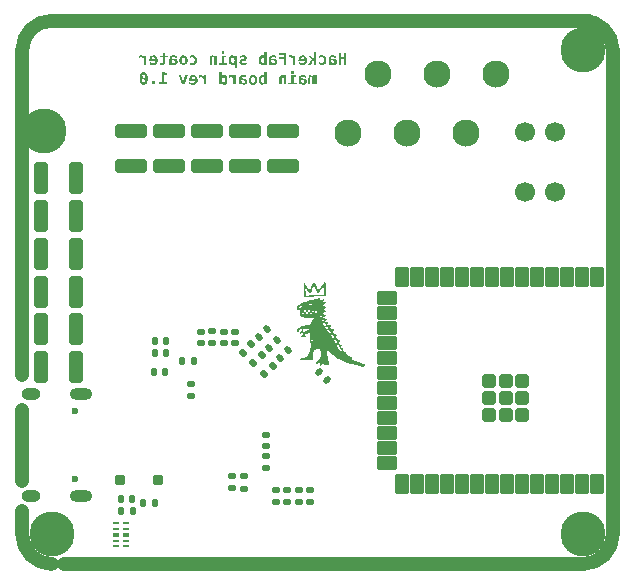
<source format=gbr>
%TF.GenerationSoftware,KiCad,Pcbnew,9.99.0-1168-g72ed3d3f11*%
%TF.CreationDate,2025-05-06T15:31:50-04:00*%
%TF.ProjectId,main_board,6d61696e-5f62-46f6-9172-642e6b696361,rev?*%
%TF.SameCoordinates,Original*%
%TF.FileFunction,Soldermask,Bot*%
%TF.FilePolarity,Negative*%
%FSLAX46Y46*%
G04 Gerber Fmt 4.6, Leading zero omitted, Abs format (unit mm)*
G04 Created by KiCad (PCBNEW 9.99.0-1168-g72ed3d3f11) date 2025-05-06 15:31:50*
%MOMM*%
%LPD*%
G01*
G04 APERTURE LIST*
G04 Aperture macros list*
%AMRoundRect*
0 Rectangle with rounded corners*
0 $1 Rounding radius*
0 $2 $3 $4 $5 $6 $7 $8 $9 X,Y pos of 4 corners*
0 Add a 4 corners polygon primitive as box body*
4,1,4,$2,$3,$4,$5,$6,$7,$8,$9,$2,$3,0*
0 Add four circle primitives for the rounded corners*
1,1,$1+$1,$2,$3*
1,1,$1+$1,$4,$5*
1,1,$1+$1,$6,$7*
1,1,$1+$1,$8,$9*
0 Add four rect primitives between the rounded corners*
20,1,$1+$1,$2,$3,$4,$5,0*
20,1,$1+$1,$4,$5,$6,$7,0*
20,1,$1+$1,$6,$7,$8,$9,0*
20,1,$1+$1,$8,$9,$2,$3,0*%
G04 Aperture macros list end*
%ADD10C,1.200000*%
%ADD11C,0.000000*%
%ADD12C,0.200000*%
%ADD13C,1.700000*%
%ADD14C,2.300000*%
%ADD15RoundRect,0.102000X0.450000X-0.750000X0.450000X0.750000X-0.450000X0.750000X-0.450000X-0.750000X0*%
%ADD16RoundRect,0.102000X0.750000X-0.450000X0.750000X0.450000X-0.750000X0.450000X-0.750000X-0.450000X0*%
%ADD17RoundRect,0.102000X0.450000X-0.450000X0.450000X0.450000X-0.450000X0.450000X-0.450000X-0.450000X0*%
%ADD18C,3.800000*%
%ADD19O,1.600000X1.000000*%
%ADD20O,1.900000X1.000000*%
%ADD21C,0.600000*%
%ADD22RoundRect,0.250000X1.100000X-0.325000X1.100000X0.325000X-1.100000X0.325000X-1.100000X-0.325000X0*%
%ADD23RoundRect,0.135000X-0.035355X0.226274X-0.226274X0.035355X0.035355X-0.226274X0.226274X-0.035355X0*%
%ADD24RoundRect,0.250000X0.325000X1.100000X-0.325000X1.100000X-0.325000X-1.100000X0.325000X-1.100000X0*%
%ADD25RoundRect,0.140000X0.170000X-0.140000X0.170000X0.140000X-0.170000X0.140000X-0.170000X-0.140000X0*%
%ADD26RoundRect,0.140000X0.021213X-0.219203X0.219203X-0.021213X-0.021213X0.219203X-0.219203X0.021213X0*%
%ADD27RoundRect,0.140000X0.140000X0.170000X-0.140000X0.170000X-0.140000X-0.170000X0.140000X-0.170000X0*%
%ADD28RoundRect,0.135000X-0.185000X0.135000X-0.185000X-0.135000X0.185000X-0.135000X0.185000X0.135000X0*%
%ADD29RoundRect,0.140000X-0.170000X0.140000X-0.170000X-0.140000X0.170000X-0.140000X0.170000X0.140000X0*%
%ADD30RoundRect,0.135000X0.185000X-0.135000X0.185000X0.135000X-0.185000X0.135000X-0.185000X-0.135000X0*%
%ADD31RoundRect,0.181818X-0.268182X-0.218182X0.268182X-0.218182X0.268182X0.218182X-0.268182X0.218182X0*%
%ADD32RoundRect,0.181818X0.268182X0.218182X-0.268182X0.218182X-0.268182X-0.218182X0.268182X-0.218182X0*%
%ADD33R,0.565000X0.200000*%
%ADD34R,0.565000X0.400000*%
%ADD35RoundRect,0.140000X-0.140000X-0.170000X0.140000X-0.170000X0.140000X0.170000X-0.140000X0.170000X0*%
%ADD36RoundRect,0.135000X-0.135000X-0.185000X0.135000X-0.185000X0.135000X0.185000X-0.135000X0.185000X0*%
%ADD37RoundRect,0.140000X0.219203X0.021213X0.021213X0.219203X-0.219203X-0.021213X-0.021213X-0.219203X0*%
G04 APERTURE END LIST*
D10*
X114500000Y-71000000D02*
G75*
G02*
X117000000Y-68500000I2500000J0D01*
G01*
X117000000Y-114500000D02*
G75*
G02*
X114500000Y-112000000I0J2500000D01*
G01*
D11*
G36*
X139628022Y-91998997D02*
G01*
X139635582Y-91999867D01*
X139643064Y-92001265D01*
X139650443Y-92003172D01*
X139657695Y-92005568D01*
X139664795Y-92008434D01*
X139671718Y-92011752D01*
X139678439Y-92015501D01*
X139684935Y-92019664D01*
X139691179Y-92024220D01*
X139697149Y-92029151D01*
X139702818Y-92034437D01*
X139708162Y-92040060D01*
X139713157Y-92045999D01*
X139717778Y-92052237D01*
X139722000Y-92058754D01*
X139725799Y-92065531D01*
X139729150Y-92072548D01*
X139732028Y-92079787D01*
X139734408Y-92087228D01*
X139736267Y-92094853D01*
X139737578Y-92102641D01*
X139738152Y-92106506D01*
X139738852Y-92110356D01*
X139739666Y-92114191D01*
X139740582Y-92118014D01*
X139742671Y-92125625D01*
X139745025Y-92133201D01*
X139755177Y-92163365D01*
X139756110Y-92166133D01*
X139757118Y-92168731D01*
X139758198Y-92171162D01*
X139759347Y-92173427D01*
X139760562Y-92175529D01*
X139761841Y-92177472D01*
X139763179Y-92179257D01*
X139764576Y-92180887D01*
X139766027Y-92182364D01*
X139767530Y-92183692D01*
X139769082Y-92184872D01*
X139770680Y-92185907D01*
X139772321Y-92186800D01*
X139774003Y-92187552D01*
X139775722Y-92188167D01*
X139777476Y-92188648D01*
X139779262Y-92188996D01*
X139781077Y-92189214D01*
X139782918Y-92189305D01*
X139784783Y-92189271D01*
X139786668Y-92189115D01*
X139788570Y-92188839D01*
X139790487Y-92188446D01*
X139792416Y-92187938D01*
X139794354Y-92187318D01*
X139796298Y-92186588D01*
X139798246Y-92185751D01*
X139800194Y-92184810D01*
X139802139Y-92183766D01*
X139804079Y-92182623D01*
X139806012Y-92181383D01*
X139807933Y-92180048D01*
X139817194Y-92173578D01*
X139826592Y-92167417D01*
X139836117Y-92161545D01*
X139845761Y-92155941D01*
X139855516Y-92150586D01*
X139865374Y-92145460D01*
X139885364Y-92135815D01*
X139905665Y-92126849D01*
X139926210Y-92118402D01*
X139946934Y-92110316D01*
X139967768Y-92102432D01*
X139980635Y-92097187D01*
X139983892Y-92095932D01*
X139987158Y-92094799D01*
X139990428Y-92093838D01*
X139993698Y-92093099D01*
X139995332Y-92092827D01*
X139996965Y-92092630D01*
X139998595Y-92092513D01*
X140000223Y-92092482D01*
X140001848Y-92092544D01*
X140003470Y-92092705D01*
X140005088Y-92092970D01*
X140006701Y-92093347D01*
X140008310Y-92093842D01*
X140009913Y-92094460D01*
X140011510Y-92095208D01*
X140013100Y-92096092D01*
X140014684Y-92097118D01*
X140016260Y-92098293D01*
X140017828Y-92099623D01*
X140019387Y-92101114D01*
X140020635Y-92102443D01*
X140021774Y-92103795D01*
X140022811Y-92105169D01*
X140023747Y-92106565D01*
X140024586Y-92107981D01*
X140025333Y-92109416D01*
X140025990Y-92110869D01*
X140026561Y-92112339D01*
X140027050Y-92113824D01*
X140027461Y-92115325D01*
X140027796Y-92116839D01*
X140028060Y-92118366D01*
X140028256Y-92119904D01*
X140028387Y-92121453D01*
X140028472Y-92124577D01*
X140028342Y-92127731D01*
X140028026Y-92130905D01*
X140027553Y-92134090D01*
X140026951Y-92137279D01*
X140026250Y-92140463D01*
X140025477Y-92143632D01*
X140023830Y-92149895D01*
X140015573Y-92179610D01*
X140006572Y-92208990D01*
X139996565Y-92237914D01*
X139991102Y-92252167D01*
X139985289Y-92266261D01*
X139979094Y-92280179D01*
X139972483Y-92293908D01*
X139965423Y-92307432D01*
X139957883Y-92320735D01*
X139949829Y-92333803D01*
X139941228Y-92346620D01*
X139932047Y-92359171D01*
X139922254Y-92371441D01*
X139919106Y-92375048D01*
X139918334Y-92375989D01*
X139917599Y-92376962D01*
X139916915Y-92377974D01*
X139916597Y-92378498D01*
X139916298Y-92379035D01*
X139916019Y-92379585D01*
X139915763Y-92380150D01*
X139915531Y-92380732D01*
X139915325Y-92381330D01*
X139915148Y-92381946D01*
X139915001Y-92382581D01*
X139914885Y-92383236D01*
X139914804Y-92383912D01*
X139914758Y-92384610D01*
X139914750Y-92385331D01*
X139914782Y-92386076D01*
X139914855Y-92386845D01*
X139914972Y-92387641D01*
X139915134Y-92388464D01*
X139915343Y-92389314D01*
X139915601Y-92390193D01*
X139925714Y-92388698D01*
X139935685Y-92386787D01*
X139945527Y-92384497D01*
X139955251Y-92381867D01*
X139964871Y-92378933D01*
X139974400Y-92375733D01*
X139993233Y-92368683D01*
X140067433Y-92337281D01*
X140083012Y-92330858D01*
X140098527Y-92324273D01*
X140114050Y-92317712D01*
X140129654Y-92311356D01*
X140133108Y-92310070D01*
X140136552Y-92308952D01*
X140139982Y-92308018D01*
X140143392Y-92307285D01*
X140146775Y-92306767D01*
X140150126Y-92306481D01*
X140153439Y-92306442D01*
X140156708Y-92306665D01*
X140159927Y-92307168D01*
X140161516Y-92307529D01*
X140163091Y-92307965D01*
X140164650Y-92308479D01*
X140166192Y-92309073D01*
X140167718Y-92309748D01*
X140169227Y-92310506D01*
X140170717Y-92311350D01*
X140172188Y-92312282D01*
X140173639Y-92313302D01*
X140175070Y-92314414D01*
X140176480Y-92315620D01*
X140177867Y-92316921D01*
X140179232Y-92318319D01*
X140180573Y-92319816D01*
X140181824Y-92321330D01*
X140182984Y-92322853D01*
X140184053Y-92324383D01*
X140185033Y-92325922D01*
X140185927Y-92327469D01*
X140186736Y-92329023D01*
X140187460Y-92330584D01*
X140188103Y-92332153D01*
X140188665Y-92333729D01*
X140189148Y-92335311D01*
X140189554Y-92336901D01*
X140189885Y-92338496D01*
X140190141Y-92340099D01*
X140190325Y-92341707D01*
X140190437Y-92343321D01*
X140190481Y-92344941D01*
X140190366Y-92348197D01*
X140189994Y-92351475D01*
X140189377Y-92354772D01*
X140188527Y-92358086D01*
X140187458Y-92361418D01*
X140186182Y-92364764D01*
X140184712Y-92368124D01*
X140183061Y-92371495D01*
X140175043Y-92386731D01*
X140166762Y-92401766D01*
X140158216Y-92416600D01*
X140149403Y-92431232D01*
X140140319Y-92445663D01*
X140130963Y-92459892D01*
X140121331Y-92473919D01*
X140111422Y-92487745D01*
X140101231Y-92501368D01*
X140090758Y-92514790D01*
X140079999Y-92528009D01*
X140068951Y-92541025D01*
X140057613Y-92553839D01*
X140045981Y-92566450D01*
X140034053Y-92578859D01*
X140021826Y-92591064D01*
X140016770Y-92595852D01*
X140011550Y-92600551D01*
X140000823Y-92609851D01*
X139990060Y-92619311D01*
X139984794Y-92624207D01*
X139979673Y-92629272D01*
X139974751Y-92634549D01*
X139970078Y-92640080D01*
X139965706Y-92645910D01*
X139963650Y-92648949D01*
X139961688Y-92652079D01*
X139959827Y-92655305D01*
X139958074Y-92658633D01*
X139956435Y-92662067D01*
X139954916Y-92665613D01*
X139953525Y-92669276D01*
X139952267Y-92673063D01*
X139951149Y-92676977D01*
X139950177Y-92681025D01*
X139956061Y-92683079D01*
X139961945Y-92684905D01*
X139967827Y-92686519D01*
X139973708Y-92687935D01*
X139979587Y-92689168D01*
X139985462Y-92690232D01*
X139991333Y-92691141D01*
X139997199Y-92691911D01*
X140008913Y-92693089D01*
X140020597Y-92693882D01*
X140032245Y-92694406D01*
X140043851Y-92694777D01*
X140083468Y-92696123D01*
X140123045Y-92697894D01*
X140162602Y-92700109D01*
X140202159Y-92702788D01*
X140204671Y-92703009D01*
X140207064Y-92703290D01*
X140209342Y-92703633D01*
X140211504Y-92704037D01*
X140213555Y-92704503D01*
X140215495Y-92705031D01*
X140217326Y-92705620D01*
X140219051Y-92706272D01*
X140220672Y-92706985D01*
X140222189Y-92707760D01*
X140223607Y-92708598D01*
X140224926Y-92709497D01*
X140226148Y-92710459D01*
X140227275Y-92711484D01*
X140228310Y-92712571D01*
X140229254Y-92713720D01*
X140230110Y-92714933D01*
X140230879Y-92716208D01*
X140231563Y-92717546D01*
X140232164Y-92718947D01*
X140232685Y-92720411D01*
X140233127Y-92721939D01*
X140233492Y-92723530D01*
X140233782Y-92725184D01*
X140234000Y-92726902D01*
X140234147Y-92728683D01*
X140234235Y-92732437D01*
X140234064Y-92736446D01*
X140233649Y-92740712D01*
X140232766Y-92746591D01*
X140231570Y-92752307D01*
X140230077Y-92757867D01*
X140228303Y-92763278D01*
X140226262Y-92768549D01*
X140223972Y-92773686D01*
X140221447Y-92778696D01*
X140218704Y-92783588D01*
X140215758Y-92788368D01*
X140212624Y-92793045D01*
X140209320Y-92797624D01*
X140205859Y-92802114D01*
X140202259Y-92806523D01*
X140198535Y-92810857D01*
X140190776Y-92819331D01*
X140182994Y-92827393D01*
X140175093Y-92835305D01*
X140167074Y-92843065D01*
X140158934Y-92850674D01*
X140150672Y-92858130D01*
X140142289Y-92865434D01*
X140133782Y-92872584D01*
X140125150Y-92879581D01*
X140116393Y-92886424D01*
X140107508Y-92893113D01*
X140098497Y-92899646D01*
X140089356Y-92906025D01*
X140080085Y-92912248D01*
X140070684Y-92918315D01*
X140061150Y-92924226D01*
X140051484Y-92929979D01*
X140040926Y-92936071D01*
X140030348Y-92942330D01*
X140025125Y-92945611D01*
X140019985Y-92949043D01*
X140014959Y-92952659D01*
X140010076Y-92956497D01*
X140005364Y-92960592D01*
X140000855Y-92964980D01*
X139996577Y-92969696D01*
X139992561Y-92974777D01*
X139990660Y-92977465D01*
X139988835Y-92980258D01*
X139987090Y-92983160D01*
X139985429Y-92986175D01*
X139983856Y-92989309D01*
X139982374Y-92992565D01*
X139980986Y-92995948D01*
X139979697Y-92999463D01*
X139986453Y-93003479D01*
X139993326Y-93007090D01*
X140000302Y-93010333D01*
X140007372Y-93013246D01*
X140014522Y-93015867D01*
X140021740Y-93018234D01*
X140029016Y-93020384D01*
X140036337Y-93022357D01*
X140051065Y-93025918D01*
X140065831Y-93029220D01*
X140080538Y-93032568D01*
X140095092Y-93036264D01*
X140104641Y-93038779D01*
X140114244Y-93041107D01*
X140123894Y-93043271D01*
X140133580Y-93045297D01*
X140153027Y-93049030D01*
X140172509Y-93052499D01*
X140175115Y-93053014D01*
X140177616Y-93053629D01*
X140180015Y-93054340D01*
X140182315Y-93055144D01*
X140184520Y-93056037D01*
X140186631Y-93057018D01*
X140188651Y-93058081D01*
X140190584Y-93059224D01*
X140192432Y-93060444D01*
X140194199Y-93061738D01*
X140195886Y-93063101D01*
X140197496Y-93064532D01*
X140199033Y-93066026D01*
X140200499Y-93067581D01*
X140201897Y-93069194D01*
X140203230Y-93070860D01*
X140205712Y-93074341D01*
X140207967Y-93077999D01*
X140210017Y-93081809D01*
X140211885Y-93085743D01*
X140213593Y-93089776D01*
X140215164Y-93093883D01*
X140216620Y-93098036D01*
X140217984Y-93102210D01*
X140218649Y-93104542D01*
X140219139Y-93106785D01*
X140219462Y-93108944D01*
X140219624Y-93111020D01*
X140219632Y-93113015D01*
X140219493Y-93114934D01*
X140219213Y-93116777D01*
X140218800Y-93118548D01*
X140218259Y-93120249D01*
X140217599Y-93121883D01*
X140216825Y-93123452D01*
X140215945Y-93124959D01*
X140214965Y-93126406D01*
X140213892Y-93127796D01*
X140212732Y-93129132D01*
X140211493Y-93130415D01*
X140210181Y-93131649D01*
X140208803Y-93132835D01*
X140205876Y-93135078D01*
X140202767Y-93137163D01*
X140199528Y-93139110D01*
X140196215Y-93140941D01*
X140192882Y-93142675D01*
X140186370Y-93145935D01*
X140160731Y-93159252D01*
X140135577Y-93173267D01*
X140110935Y-93188020D01*
X140086830Y-93203552D01*
X140063290Y-93219902D01*
X140051740Y-93228397D01*
X140040341Y-93237112D01*
X140029096Y-93246051D01*
X140018009Y-93255221D01*
X140007083Y-93264626D01*
X139996322Y-93274271D01*
X139988970Y-93281149D01*
X139982640Y-93287449D01*
X139979860Y-93290402D01*
X139977338Y-93293236D01*
X139975075Y-93295957D01*
X139973071Y-93298575D01*
X139971327Y-93301098D01*
X139969843Y-93303533D01*
X139968622Y-93305890D01*
X139967663Y-93308175D01*
X139966966Y-93310398D01*
X139966534Y-93312566D01*
X139966367Y-93314688D01*
X139966464Y-93316772D01*
X139966828Y-93318827D01*
X139967459Y-93320859D01*
X139968358Y-93322879D01*
X139969525Y-93324892D01*
X139970962Y-93326909D01*
X139972668Y-93328937D01*
X139974646Y-93330985D01*
X139976894Y-93333060D01*
X139979415Y-93335171D01*
X139982210Y-93337325D01*
X139985278Y-93339532D01*
X139988620Y-93341799D01*
X139996132Y-93346547D01*
X140004752Y-93351635D01*
X140040941Y-93372244D01*
X140059250Y-93382088D01*
X140068499Y-93386795D01*
X140077827Y-93391321D01*
X140087245Y-93395638D01*
X140096765Y-93399717D01*
X140106399Y-93403529D01*
X140116159Y-93407047D01*
X140126056Y-93410242D01*
X140136103Y-93413084D01*
X140146310Y-93415547D01*
X140156689Y-93417601D01*
X140160766Y-93418445D01*
X140164603Y-93419498D01*
X140168207Y-93420761D01*
X140169923Y-93421471D01*
X140171584Y-93422233D01*
X140173189Y-93423047D01*
X140174740Y-93423912D01*
X140176238Y-93424830D01*
X140177683Y-93425799D01*
X140179076Y-93426819D01*
X140180419Y-93427891D01*
X140181711Y-93429015D01*
X140182953Y-93430190D01*
X140184147Y-93431415D01*
X140185293Y-93432692D01*
X140187446Y-93435399D01*
X140189417Y-93438310D01*
X140191213Y-93441422D01*
X140192841Y-93444736D01*
X140194307Y-93448251D01*
X140195618Y-93451967D01*
X140196780Y-93455881D01*
X140197332Y-93458154D01*
X140197727Y-93460312D01*
X140197972Y-93462361D01*
X140198073Y-93464305D01*
X140198037Y-93466147D01*
X140197871Y-93467892D01*
X140197580Y-93469544D01*
X140197172Y-93471107D01*
X140196653Y-93472585D01*
X140196029Y-93473982D01*
X140195308Y-93475303D01*
X140194496Y-93476552D01*
X140193599Y-93477732D01*
X140192624Y-93478848D01*
X140191577Y-93479904D01*
X140190465Y-93480904D01*
X140189295Y-93481853D01*
X140188073Y-93482754D01*
X140185500Y-93484430D01*
X140182798Y-93485965D01*
X140180019Y-93487393D01*
X140174444Y-93490059D01*
X140171752Y-93491362D01*
X140169193Y-93492691D01*
X140150156Y-93503396D01*
X140131366Y-93514485D01*
X140112766Y-93525868D01*
X140094298Y-93537456D01*
X140057530Y-93560887D01*
X140020604Y-93584063D01*
X140018386Y-93585466D01*
X140016292Y-93586878D01*
X140014322Y-93588299D01*
X140012474Y-93589731D01*
X140010745Y-93591175D01*
X140009135Y-93592633D01*
X140007641Y-93594106D01*
X140006262Y-93595595D01*
X140004996Y-93597103D01*
X140003843Y-93598630D01*
X140002799Y-93600178D01*
X140001864Y-93601748D01*
X140001035Y-93603342D01*
X140000312Y-93604962D01*
X139999692Y-93606608D01*
X139999174Y-93608282D01*
X139998757Y-93609985D01*
X139998438Y-93611720D01*
X139998216Y-93613487D01*
X139998089Y-93615288D01*
X139998057Y-93617124D01*
X139998116Y-93618997D01*
X139998265Y-93620908D01*
X139998504Y-93622858D01*
X139998830Y-93624850D01*
X139999241Y-93626884D01*
X139999736Y-93628962D01*
X140000313Y-93631086D01*
X140001709Y-93635475D01*
X140003413Y-93640062D01*
X140005353Y-93644700D01*
X140007418Y-93649130D01*
X140009606Y-93653357D01*
X140011914Y-93657388D01*
X140014339Y-93661227D01*
X140016878Y-93664879D01*
X140019528Y-93668349D01*
X140022286Y-93671644D01*
X140025149Y-93674768D01*
X140028113Y-93677726D01*
X140031177Y-93680524D01*
X140034337Y-93683166D01*
X140037590Y-93685659D01*
X140040934Y-93688007D01*
X140044364Y-93690216D01*
X140047879Y-93692291D01*
X140051475Y-93694236D01*
X140055149Y-93696058D01*
X140058899Y-93697762D01*
X140062721Y-93699352D01*
X140070570Y-93702214D01*
X140078673Y-93704686D01*
X140087005Y-93706811D01*
X140095544Y-93708629D01*
X140104266Y-93710183D01*
X140113146Y-93711516D01*
X140134286Y-93714526D01*
X140155284Y-93717931D01*
X140165696Y-93719885D01*
X140176034Y-93722062D01*
X140186284Y-93724501D01*
X140196432Y-93727246D01*
X140206466Y-93730336D01*
X140216371Y-93733813D01*
X140226135Y-93737719D01*
X140235745Y-93742094D01*
X140245188Y-93746980D01*
X140254449Y-93752417D01*
X140263516Y-93758447D01*
X140272376Y-93765112D01*
X140278516Y-93770174D01*
X140283883Y-93774960D01*
X140286276Y-93777263D01*
X140288474Y-93779513D01*
X140290477Y-93781716D01*
X140292285Y-93783878D01*
X140293897Y-93786003D01*
X140295312Y-93788098D01*
X140296530Y-93790168D01*
X140297551Y-93792218D01*
X140298374Y-93794254D01*
X140298998Y-93796281D01*
X140299424Y-93798305D01*
X140299650Y-93800331D01*
X140299676Y-93802366D01*
X140299502Y-93804413D01*
X140299127Y-93806480D01*
X140298551Y-93808570D01*
X140297773Y-93810691D01*
X140296792Y-93812847D01*
X140295609Y-93815043D01*
X140294223Y-93817286D01*
X140292633Y-93819581D01*
X140290839Y-93821933D01*
X140288840Y-93824347D01*
X140286636Y-93826831D01*
X140284226Y-93829387D01*
X140281610Y-93832023D01*
X140275758Y-93837555D01*
X140258823Y-93852824D01*
X140241738Y-93867926D01*
X140207276Y-93897812D01*
X140172689Y-93927564D01*
X140138296Y-93957533D01*
X140133110Y-93962239D01*
X140128661Y-93966574D01*
X140126714Y-93968615D01*
X140124952Y-93970579D01*
X140123376Y-93972471D01*
X140121987Y-93974295D01*
X140120784Y-93976058D01*
X140119769Y-93977763D01*
X140118942Y-93979416D01*
X140118303Y-93981022D01*
X140117852Y-93982586D01*
X140117591Y-93984113D01*
X140117520Y-93985609D01*
X140117638Y-93987077D01*
X140117948Y-93988524D01*
X140118448Y-93989955D01*
X140119140Y-93991374D01*
X140120023Y-93992786D01*
X140121100Y-93994197D01*
X140122369Y-93995611D01*
X140123831Y-93997034D01*
X140125488Y-93998471D01*
X140127339Y-93999927D01*
X140129384Y-94001406D01*
X140131625Y-94002915D01*
X140134061Y-94004457D01*
X140139523Y-94007664D01*
X140145773Y-94011067D01*
X140154016Y-94015116D01*
X140162360Y-94018629D01*
X140170795Y-94021650D01*
X140179314Y-94024224D01*
X140187906Y-94026395D01*
X140196564Y-94028207D01*
X140205279Y-94029704D01*
X140214041Y-94030932D01*
X140231673Y-94032756D01*
X140249390Y-94034034D01*
X140284797Y-94036370D01*
X140391839Y-94038737D01*
X140399566Y-94039537D01*
X140403124Y-94040045D01*
X140406480Y-94040629D01*
X140409635Y-94041290D01*
X140412590Y-94042030D01*
X140415346Y-94042851D01*
X140417904Y-94043755D01*
X140420266Y-94044743D01*
X140422431Y-94045818D01*
X140424402Y-94046982D01*
X140426180Y-94048236D01*
X140427765Y-94049582D01*
X140429158Y-94051023D01*
X140430361Y-94052561D01*
X140431374Y-94054196D01*
X140432200Y-94055931D01*
X140432838Y-94057769D01*
X140433290Y-94059711D01*
X140433556Y-94061758D01*
X140433639Y-94063913D01*
X140433539Y-94066178D01*
X140433257Y-94068555D01*
X140432794Y-94071046D01*
X140432151Y-94073652D01*
X140431329Y-94076375D01*
X140430330Y-94079218D01*
X140429155Y-94082182D01*
X140427803Y-94085269D01*
X140426278Y-94088481D01*
X140422707Y-94095289D01*
X140415580Y-94107744D01*
X140408155Y-94120033D01*
X140400510Y-94132200D01*
X140392723Y-94144288D01*
X140377028Y-94168403D01*
X140369276Y-94180518D01*
X140361690Y-94192729D01*
X140356723Y-94201152D01*
X140352564Y-94208843D01*
X140349232Y-94215853D01*
X140347882Y-94219118D01*
X140346746Y-94222233D01*
X140345826Y-94225202D01*
X140345125Y-94228034D01*
X140344646Y-94230733D01*
X140344389Y-94233306D01*
X140344359Y-94235760D01*
X140344558Y-94238101D01*
X140344987Y-94240335D01*
X140345650Y-94242469D01*
X140346548Y-94244509D01*
X140347685Y-94246461D01*
X140349062Y-94248332D01*
X140350682Y-94250128D01*
X140352547Y-94251855D01*
X140354660Y-94253520D01*
X140357024Y-94255129D01*
X140359640Y-94256689D01*
X140362511Y-94258205D01*
X140365640Y-94259684D01*
X140369028Y-94261133D01*
X140372679Y-94262557D01*
X140380778Y-94265359D01*
X140389955Y-94268140D01*
X140418707Y-94275749D01*
X140447650Y-94282248D01*
X140476756Y-94287792D01*
X140505999Y-94292532D01*
X140535349Y-94296621D01*
X140564779Y-94300213D01*
X140623768Y-94306515D01*
X140630283Y-94307252D01*
X140636717Y-94308163D01*
X140639898Y-94308702D01*
X140643053Y-94309307D01*
X140646180Y-94309983D01*
X140649276Y-94310740D01*
X140652341Y-94311583D01*
X140655372Y-94312520D01*
X140658368Y-94313558D01*
X140661326Y-94314704D01*
X140664244Y-94315966D01*
X140667121Y-94317351D01*
X140669955Y-94318865D01*
X140672743Y-94320516D01*
X140675199Y-94322125D01*
X140677508Y-94323796D01*
X140679669Y-94325527D01*
X140681682Y-94327315D01*
X140683547Y-94329155D01*
X140685264Y-94331043D01*
X140686831Y-94332977D01*
X140688249Y-94334952D01*
X140689517Y-94336965D01*
X140690635Y-94339012D01*
X140691603Y-94341089D01*
X140692420Y-94343193D01*
X140693086Y-94345321D01*
X140693600Y-94347467D01*
X140693963Y-94349630D01*
X140694173Y-94351804D01*
X140694230Y-94353988D01*
X140694135Y-94356176D01*
X140693886Y-94358365D01*
X140693484Y-94360551D01*
X140692928Y-94362731D01*
X140692217Y-94364902D01*
X140691351Y-94367059D01*
X140690331Y-94369199D01*
X140689154Y-94371318D01*
X140687822Y-94373412D01*
X140686334Y-94375478D01*
X140684689Y-94377513D01*
X140682887Y-94379512D01*
X140680928Y-94381471D01*
X140678812Y-94383388D01*
X140676537Y-94385259D01*
X140663934Y-94394859D01*
X140651137Y-94404210D01*
X140625449Y-94422789D01*
X140612799Y-94432329D01*
X140606575Y-94437230D01*
X140600439Y-94442244D01*
X140594406Y-94447391D01*
X140588491Y-94452690D01*
X140582708Y-94458161D01*
X140577075Y-94463823D01*
X140571315Y-94470095D01*
X140568758Y-94473122D01*
X140566417Y-94476079D01*
X140564294Y-94478967D01*
X140562389Y-94481786D01*
X140560704Y-94484540D01*
X140559240Y-94487228D01*
X140557997Y-94489853D01*
X140556977Y-94492416D01*
X140556181Y-94494918D01*
X140555611Y-94497360D01*
X140555266Y-94499745D01*
X140555149Y-94502074D01*
X140555260Y-94504347D01*
X140555601Y-94506567D01*
X140556172Y-94508735D01*
X140556974Y-94510852D01*
X140558010Y-94512919D01*
X140559279Y-94514939D01*
X140560783Y-94516912D01*
X140562523Y-94518840D01*
X140564500Y-94520724D01*
X140566715Y-94522567D01*
X140569170Y-94524368D01*
X140571864Y-94526130D01*
X140574801Y-94527853D01*
X140577979Y-94529541D01*
X140581402Y-94531193D01*
X140585069Y-94532811D01*
X140588981Y-94534397D01*
X140593141Y-94535952D01*
X140609946Y-94541774D01*
X140626876Y-94547252D01*
X140643905Y-94552456D01*
X140661007Y-94557455D01*
X140729634Y-94576802D01*
X140750580Y-94582922D01*
X140771447Y-94589251D01*
X140792193Y-94595900D01*
X140812775Y-94602982D01*
X140833151Y-94610606D01*
X140853278Y-94618884D01*
X140873115Y-94627926D01*
X140882911Y-94632769D01*
X140892618Y-94637845D01*
X140897279Y-94640439D01*
X140901688Y-94643070D01*
X140905843Y-94645739D01*
X140909745Y-94648447D01*
X140913392Y-94651194D01*
X140916784Y-94653981D01*
X140919922Y-94656809D01*
X140922804Y-94659678D01*
X140925430Y-94662590D01*
X140927800Y-94665544D01*
X140929913Y-94668541D01*
X140931769Y-94671582D01*
X140933368Y-94674668D01*
X140934709Y-94677800D01*
X140935791Y-94680977D01*
X140936615Y-94684202D01*
X140937180Y-94687474D01*
X140937485Y-94690794D01*
X140937530Y-94694162D01*
X140937315Y-94697581D01*
X140936840Y-94701049D01*
X140936103Y-94704568D01*
X140935105Y-94708139D01*
X140933844Y-94711762D01*
X140932322Y-94715438D01*
X140930536Y-94719167D01*
X140928488Y-94722951D01*
X140926176Y-94726789D01*
X140923600Y-94730683D01*
X140920759Y-94734634D01*
X140917654Y-94738641D01*
X140914283Y-94742706D01*
X140908920Y-94748863D01*
X140903457Y-94754933D01*
X140892279Y-94766857D01*
X140880852Y-94778566D01*
X140869277Y-94790150D01*
X140846092Y-94813298D01*
X140834684Y-94825039D01*
X140823536Y-94837010D01*
X140816842Y-94844743D01*
X140813849Y-94848488D01*
X140811091Y-94852158D01*
X140808568Y-94855759D01*
X140806280Y-94859297D01*
X140804225Y-94862776D01*
X140802405Y-94866201D01*
X140800817Y-94869579D01*
X140799461Y-94872915D01*
X140798338Y-94876213D01*
X140797447Y-94879478D01*
X140796786Y-94882717D01*
X140796356Y-94885934D01*
X140796157Y-94889135D01*
X140796187Y-94892325D01*
X140796446Y-94895509D01*
X140796934Y-94898692D01*
X140797650Y-94901881D01*
X140798594Y-94905079D01*
X140799765Y-94908292D01*
X140801163Y-94911526D01*
X140802787Y-94914786D01*
X140804637Y-94918076D01*
X140806712Y-94921403D01*
X140809012Y-94924772D01*
X140811537Y-94928187D01*
X140814285Y-94931655D01*
X140820452Y-94938767D01*
X140827508Y-94946151D01*
X140832990Y-94951433D01*
X140838622Y-94956435D01*
X140844397Y-94961172D01*
X140850307Y-94965663D01*
X140856345Y-94969922D01*
X140862503Y-94973968D01*
X140868773Y-94977816D01*
X140875147Y-94981482D01*
X140881619Y-94984984D01*
X140888179Y-94988338D01*
X140894822Y-94991561D01*
X140901538Y-94994669D01*
X140915161Y-95000607D01*
X140928988Y-95006285D01*
X140950679Y-95014723D01*
X140972514Y-95022837D01*
X141016205Y-95039028D01*
X141037856Y-95047571D01*
X141059240Y-95056723D01*
X141069800Y-95061600D01*
X141080255Y-95066717D01*
X141090592Y-95072103D01*
X141100799Y-95077787D01*
X141110007Y-95083325D01*
X141114213Y-95086045D01*
X141118155Y-95088742D01*
X141121834Y-95091421D01*
X141125252Y-95094088D01*
X141128409Y-95096751D01*
X141131307Y-95099416D01*
X141133947Y-95102088D01*
X141136330Y-95104775D01*
X141138458Y-95107482D01*
X141140331Y-95110216D01*
X141141951Y-95112983D01*
X141143319Y-95115790D01*
X141144436Y-95118644D01*
X141145304Y-95121549D01*
X141145923Y-95124513D01*
X141146295Y-95127543D01*
X141146421Y-95130644D01*
X141146302Y-95133822D01*
X141145939Y-95137085D01*
X141145334Y-95140439D01*
X141144487Y-95143889D01*
X141143401Y-95147443D01*
X141142076Y-95151106D01*
X141140513Y-95154885D01*
X141138713Y-95158786D01*
X141136678Y-95162817D01*
X141134409Y-95166982D01*
X141131908Y-95171288D01*
X141126210Y-95180351D01*
X141120291Y-95189604D01*
X141114715Y-95198860D01*
X141109511Y-95208142D01*
X141104711Y-95217468D01*
X141100345Y-95226859D01*
X141096442Y-95236334D01*
X141093034Y-95245915D01*
X141090151Y-95255619D01*
X141087823Y-95265469D01*
X141086081Y-95275483D01*
X141084955Y-95285682D01*
X141084476Y-95296085D01*
X141084674Y-95306713D01*
X141085579Y-95317586D01*
X141087221Y-95328723D01*
X141089632Y-95340145D01*
X141092133Y-95349705D01*
X141094925Y-95358911D01*
X141098026Y-95367764D01*
X141101455Y-95376264D01*
X141105230Y-95384413D01*
X141109367Y-95392212D01*
X141113887Y-95399663D01*
X141118806Y-95406767D01*
X141124142Y-95413525D01*
X141129913Y-95419939D01*
X141136138Y-95426010D01*
X141142834Y-95431738D01*
X141150020Y-95437126D01*
X141157713Y-95442175D01*
X141165931Y-95446886D01*
X141174692Y-95451260D01*
X141195901Y-95460751D01*
X141217303Y-95469843D01*
X141238740Y-95478865D01*
X141260053Y-95488148D01*
X141281082Y-95498020D01*
X141291441Y-95503281D01*
X141301669Y-95508812D01*
X141311746Y-95514655D01*
X141321654Y-95520851D01*
X141331371Y-95527442D01*
X141340877Y-95534469D01*
X141351480Y-95542883D01*
X141360811Y-95550817D01*
X141365003Y-95554636D01*
X141368884Y-95558372D01*
X141372455Y-95562038D01*
X141375717Y-95565646D01*
X141378674Y-95569209D01*
X141381326Y-95572740D01*
X141383676Y-95576250D01*
X141385727Y-95579752D01*
X141387479Y-95583259D01*
X141388935Y-95586783D01*
X141390098Y-95590336D01*
X141390968Y-95593931D01*
X141391548Y-95597581D01*
X141391841Y-95601297D01*
X141391847Y-95605093D01*
X141391570Y-95608981D01*
X141391011Y-95612972D01*
X141390172Y-95617080D01*
X141389055Y-95621318D01*
X141387662Y-95625696D01*
X141385995Y-95630229D01*
X141384057Y-95634928D01*
X141381849Y-95639806D01*
X141379373Y-95644875D01*
X141373626Y-95655636D01*
X141366832Y-95667313D01*
X141363718Y-95672376D01*
X141360513Y-95677385D01*
X141357240Y-95682353D01*
X141353921Y-95687293D01*
X141347231Y-95697143D01*
X141340617Y-95707041D01*
X141336571Y-95713479D01*
X141332872Y-95719905D01*
X141329517Y-95726313D01*
X141326507Y-95732700D01*
X141323841Y-95739063D01*
X141321517Y-95745397D01*
X141319536Y-95751699D01*
X141317897Y-95757964D01*
X141316599Y-95764188D01*
X141315641Y-95770369D01*
X141315022Y-95776502D01*
X141314743Y-95782582D01*
X141314802Y-95788607D01*
X141315198Y-95794572D01*
X141315932Y-95800474D01*
X141317001Y-95806308D01*
X141318406Y-95812071D01*
X141320147Y-95817759D01*
X141322221Y-95823368D01*
X141324629Y-95828893D01*
X141327369Y-95834332D01*
X141330442Y-95839681D01*
X141333847Y-95844935D01*
X141337582Y-95850090D01*
X141341647Y-95855143D01*
X141346042Y-95860090D01*
X141350766Y-95864927D01*
X141355818Y-95869650D01*
X141361197Y-95874255D01*
X141366903Y-95878738D01*
X141372935Y-95883096D01*
X141379293Y-95887325D01*
X141389451Y-95893593D01*
X141399763Y-95899555D01*
X141410209Y-95905249D01*
X141420772Y-95910710D01*
X141442175Y-95921080D01*
X141463826Y-95930957D01*
X141507289Y-95950398D01*
X141528811Y-95960545D01*
X141549999Y-95971363D01*
X141570209Y-95982142D01*
X141570517Y-95983920D01*
X141570737Y-95985657D01*
X141570872Y-95987353D01*
X141570926Y-95989011D01*
X141570902Y-95990632D01*
X141570803Y-95992218D01*
X141570634Y-95993769D01*
X141570398Y-95995288D01*
X141570098Y-95996776D01*
X141569738Y-95998235D01*
X141568851Y-96001070D01*
X141567765Y-96003807D01*
X141566508Y-96006457D01*
X141565108Y-96009032D01*
X141563594Y-96011545D01*
X141561993Y-96014008D01*
X141560334Y-96016433D01*
X141556952Y-96021219D01*
X141553672Y-96026001D01*
X141549520Y-96032166D01*
X141545241Y-96038252D01*
X141536515Y-96050314D01*
X141532170Y-96056353D01*
X141527905Y-96062441D01*
X141523774Y-96068610D01*
X141519827Y-96074891D01*
X141515627Y-96082134D01*
X141511861Y-96089244D01*
X141508527Y-96096216D01*
X141505623Y-96103047D01*
X141503147Y-96109731D01*
X141501097Y-96116266D01*
X141499470Y-96122646D01*
X141498265Y-96128867D01*
X141497479Y-96134926D01*
X141497110Y-96140818D01*
X141497156Y-96146540D01*
X141497616Y-96152086D01*
X141498485Y-96157452D01*
X141499764Y-96162635D01*
X141501449Y-96167631D01*
X141503538Y-96172434D01*
X141506030Y-96177042D01*
X141508922Y-96181449D01*
X141512211Y-96185652D01*
X141515897Y-96189647D01*
X141519976Y-96193428D01*
X141524447Y-96196993D01*
X141529307Y-96200336D01*
X141534555Y-96203455D01*
X141540187Y-96206344D01*
X141546203Y-96208999D01*
X141552599Y-96211417D01*
X141559374Y-96213592D01*
X141566526Y-96215522D01*
X141574053Y-96217201D01*
X141581951Y-96218625D01*
X141590220Y-96219791D01*
X141595666Y-96220571D01*
X141601006Y-96221563D01*
X141606237Y-96222763D01*
X141611356Y-96224167D01*
X141616358Y-96225771D01*
X141621241Y-96227573D01*
X141626000Y-96229567D01*
X141630632Y-96231751D01*
X141635132Y-96234121D01*
X141639499Y-96236673D01*
X141643727Y-96239403D01*
X141647814Y-96242309D01*
X141651756Y-96245385D01*
X141655548Y-96248629D01*
X141659189Y-96252036D01*
X141662673Y-96255603D01*
X141665997Y-96259327D01*
X141669158Y-96263203D01*
X141672151Y-96267229D01*
X141674975Y-96271400D01*
X141677624Y-96275712D01*
X141680095Y-96280162D01*
X141682384Y-96284746D01*
X141684489Y-96289461D01*
X141686404Y-96294303D01*
X141688128Y-96299268D01*
X141689655Y-96304353D01*
X141690983Y-96309553D01*
X141692107Y-96314866D01*
X141693025Y-96320287D01*
X141693732Y-96325813D01*
X141694225Y-96331439D01*
X141695078Y-96344353D01*
X141695415Y-96350839D01*
X141695625Y-96357326D01*
X141695659Y-96363796D01*
X141695466Y-96370234D01*
X141695268Y-96373437D01*
X141694995Y-96376626D01*
X141694641Y-96379799D01*
X141694198Y-96382955D01*
X141693448Y-96388428D01*
X141692916Y-96393771D01*
X141692600Y-96398987D01*
X141692496Y-96404078D01*
X141692601Y-96409046D01*
X141692912Y-96413893D01*
X141693425Y-96418620D01*
X141694139Y-96423230D01*
X141695049Y-96427724D01*
X141696152Y-96432104D01*
X141697445Y-96436373D01*
X141698926Y-96440532D01*
X141700590Y-96444583D01*
X141702435Y-96448528D01*
X141704458Y-96452369D01*
X141706655Y-96456109D01*
X141709023Y-96459747D01*
X141711559Y-96463288D01*
X141717123Y-96470082D01*
X141723322Y-96476507D01*
X141730130Y-96482577D01*
X141737522Y-96488308D01*
X141745473Y-96493715D01*
X141753958Y-96498814D01*
X141762951Y-96503620D01*
X141860567Y-96552220D01*
X141909393Y-96576484D01*
X141958061Y-96601058D01*
X141966572Y-96605570D01*
X141970779Y-96607946D01*
X141974948Y-96610418D01*
X141979074Y-96612999D01*
X141983155Y-96615702D01*
X141987185Y-96618539D01*
X141991161Y-96621524D01*
X141995079Y-96624669D01*
X141998934Y-96627986D01*
X142002722Y-96631489D01*
X142006440Y-96635191D01*
X142010083Y-96639103D01*
X142013647Y-96643238D01*
X142017129Y-96647611D01*
X142020523Y-96652232D01*
X142010835Y-96655560D01*
X142001300Y-96658158D01*
X141991907Y-96660081D01*
X141982642Y-96661384D01*
X141973494Y-96662121D01*
X141964450Y-96662346D01*
X141955499Y-96662114D01*
X141946627Y-96661479D01*
X141937822Y-96660497D01*
X141929073Y-96659221D01*
X141911690Y-96656008D01*
X141877044Y-96648460D01*
X141895112Y-96667490D01*
X141913471Y-96685974D01*
X141932129Y-96703935D01*
X141951092Y-96721397D01*
X141970369Y-96738383D01*
X141989967Y-96754916D01*
X142009893Y-96771020D01*
X142030155Y-96786719D01*
X142036465Y-96791554D01*
X142039632Y-96793967D01*
X142042822Y-96796344D01*
X142046049Y-96798663D01*
X142049322Y-96800897D01*
X142050980Y-96801975D01*
X142052655Y-96803024D01*
X142054347Y-96804039D01*
X142056059Y-96805019D01*
X142060934Y-96807901D01*
X142065637Y-96810995D01*
X142070184Y-96814280D01*
X142074590Y-96817739D01*
X142083042Y-96825103D01*
X142091122Y-96832942D01*
X142122245Y-96866093D01*
X142130360Y-96874095D01*
X142138862Y-96881687D01*
X142143298Y-96885284D01*
X142147877Y-96888723D01*
X142152617Y-96891987D01*
X142157533Y-96895056D01*
X142162641Y-96897913D01*
X142167956Y-96900539D01*
X142173494Y-96902916D01*
X142179272Y-96905025D01*
X142185304Y-96906848D01*
X142191608Y-96908366D01*
X142198198Y-96909561D01*
X142205091Y-96910415D01*
X142216576Y-96911921D01*
X142227934Y-96914158D01*
X142239182Y-96917041D01*
X142250339Y-96920482D01*
X142261423Y-96924394D01*
X142272451Y-96928690D01*
X142294417Y-96938085D01*
X142316380Y-96947968D01*
X142338487Y-96957644D01*
X142349641Y-96962187D01*
X142360884Y-96966415D01*
X142372237Y-96970244D01*
X142383716Y-96973584D01*
X142386728Y-96974467D01*
X142389650Y-96975488D01*
X142392480Y-96976642D01*
X142395216Y-96977926D01*
X142397855Y-96979335D01*
X142400396Y-96980863D01*
X142402836Y-96982506D01*
X142405173Y-96984260D01*
X142407404Y-96986120D01*
X142409528Y-96988080D01*
X142411542Y-96990137D01*
X142413443Y-96992286D01*
X142415230Y-96994522D01*
X142416901Y-96996840D01*
X142418452Y-96999236D01*
X142419883Y-97001705D01*
X142421190Y-97004242D01*
X142422371Y-97006843D01*
X142423424Y-97009503D01*
X142424348Y-97012217D01*
X142425138Y-97014980D01*
X142425795Y-97017789D01*
X142426314Y-97020638D01*
X142426694Y-97023522D01*
X142426933Y-97026437D01*
X142427027Y-97029379D01*
X142426977Y-97032342D01*
X142426777Y-97035321D01*
X142426428Y-97038313D01*
X142425926Y-97041313D01*
X142425269Y-97044315D01*
X142424454Y-97047315D01*
X142423716Y-97049676D01*
X142422921Y-97052021D01*
X142421196Y-97056674D01*
X142417476Y-97065902D01*
X142415633Y-97070515D01*
X142413904Y-97075154D01*
X142413106Y-97077489D01*
X142412365Y-97079838D01*
X142411691Y-97082203D01*
X142411092Y-97084586D01*
X142409838Y-97090588D01*
X142408929Y-97096392D01*
X142408386Y-97102002D01*
X142408227Y-97107426D01*
X142408471Y-97112668D01*
X142408751Y-97115223D01*
X142409139Y-97117734D01*
X142409638Y-97120203D01*
X142410249Y-97122630D01*
X142410976Y-97125016D01*
X142411821Y-97127362D01*
X142412786Y-97129668D01*
X142413874Y-97131936D01*
X142415087Y-97134165D01*
X142416428Y-97136356D01*
X142417898Y-97138511D01*
X142419501Y-97140629D01*
X142421239Y-97142712D01*
X142423114Y-97144761D01*
X142425128Y-97146775D01*
X142427285Y-97148757D01*
X142429586Y-97150705D01*
X142432034Y-97152622D01*
X142437380Y-97156364D01*
X142443342Y-97159987D01*
X142497959Y-97190375D01*
X142553018Y-97219863D01*
X142608457Y-97248582D01*
X142664210Y-97276665D01*
X142776407Y-97331448D01*
X142889095Y-97385267D01*
X142897164Y-97389136D01*
X142901185Y-97391145D01*
X142905157Y-97393240D01*
X142909050Y-97395444D01*
X142910957Y-97396597D01*
X142912833Y-97397786D01*
X142914674Y-97399017D01*
X142916476Y-97400291D01*
X142918236Y-97401613D01*
X142919950Y-97402985D01*
X142921957Y-97404589D01*
X142923946Y-97406062D01*
X142925919Y-97407407D01*
X142927873Y-97408624D01*
X142929808Y-97409714D01*
X142931725Y-97410679D01*
X142933622Y-97411519D01*
X142935500Y-97412235D01*
X142937356Y-97412829D01*
X142939192Y-97413301D01*
X142941007Y-97413652D01*
X142942799Y-97413883D01*
X142944569Y-97413996D01*
X142946316Y-97413991D01*
X142948039Y-97413870D01*
X142949739Y-97413633D01*
X142951414Y-97413282D01*
X142953064Y-97412817D01*
X142954688Y-97412239D01*
X142956287Y-97411550D01*
X142957859Y-97410750D01*
X142959404Y-97409840D01*
X142960922Y-97408822D01*
X142962412Y-97407697D01*
X142963873Y-97406465D01*
X142965305Y-97405128D01*
X142966708Y-97403686D01*
X142968080Y-97402140D01*
X142969423Y-97400492D01*
X142970734Y-97398743D01*
X142972014Y-97396893D01*
X142973262Y-97394944D01*
X142974893Y-97392391D01*
X142976530Y-97390015D01*
X142978175Y-97387813D01*
X142979828Y-97385780D01*
X142981489Y-97383916D01*
X142983159Y-97382217D01*
X142984839Y-97380680D01*
X142986530Y-97379302D01*
X142988231Y-97378081D01*
X142989943Y-97377014D01*
X142991668Y-97376098D01*
X142993406Y-97375330D01*
X142995157Y-97374708D01*
X142996922Y-97374228D01*
X142998702Y-97373888D01*
X143000497Y-97373685D01*
X143002307Y-97373617D01*
X143004135Y-97373680D01*
X143005979Y-97373872D01*
X143007841Y-97374189D01*
X143009721Y-97374630D01*
X143011621Y-97375191D01*
X143013539Y-97375870D01*
X143015478Y-97376663D01*
X143017438Y-97377568D01*
X143019419Y-97378583D01*
X143021422Y-97379704D01*
X143023448Y-97380928D01*
X143027569Y-97383676D01*
X143031789Y-97386805D01*
X143033966Y-97388433D01*
X143036198Y-97389993D01*
X143038476Y-97391497D01*
X143040791Y-97392955D01*
X143045496Y-97395776D01*
X143050242Y-97398541D01*
X143054958Y-97401335D01*
X143057283Y-97402769D01*
X143059573Y-97404242D01*
X143061820Y-97405765D01*
X143064015Y-97407347D01*
X143066149Y-97409001D01*
X143068213Y-97410737D01*
X143089019Y-97428049D01*
X143110404Y-97444027D01*
X143132331Y-97458756D01*
X143154761Y-97472326D01*
X143177655Y-97484822D01*
X143200977Y-97496333D01*
X143224687Y-97506947D01*
X143248747Y-97516750D01*
X143273119Y-97525832D01*
X143297766Y-97534278D01*
X143322648Y-97542177D01*
X143347728Y-97549616D01*
X143398327Y-97563465D01*
X143449259Y-97576526D01*
X143460401Y-97579677D01*
X143470983Y-97583354D01*
X143480999Y-97587562D01*
X143490442Y-97592303D01*
X143499306Y-97597583D01*
X143507584Y-97603404D01*
X143511502Y-97606518D01*
X143515272Y-97609770D01*
X143518892Y-97613159D01*
X143522361Y-97616685D01*
X143525680Y-97620350D01*
X143528847Y-97624153D01*
X143531862Y-97628096D01*
X143534723Y-97632178D01*
X143537431Y-97636400D01*
X143539983Y-97640763D01*
X143542380Y-97645267D01*
X143544621Y-97649913D01*
X143546704Y-97654700D01*
X143548629Y-97659630D01*
X143552003Y-97669919D01*
X143554736Y-97680783D01*
X143556822Y-97692227D01*
X143557184Y-97695129D01*
X143557390Y-97697949D01*
X143557446Y-97700688D01*
X143557357Y-97703349D01*
X143557126Y-97705934D01*
X143556760Y-97708445D01*
X143556263Y-97710883D01*
X143555641Y-97713251D01*
X143554897Y-97715550D01*
X143554036Y-97717782D01*
X143553065Y-97719950D01*
X143551988Y-97722055D01*
X143550809Y-97724099D01*
X143549533Y-97726084D01*
X143548166Y-97728013D01*
X143546713Y-97729886D01*
X143543565Y-97733475D01*
X143540130Y-97736868D01*
X143536447Y-97740079D01*
X143532555Y-97743124D01*
X143528494Y-97746019D01*
X143524303Y-97748779D01*
X143520020Y-97751420D01*
X143515687Y-97753956D01*
X143505442Y-97759457D01*
X143495101Y-97764293D01*
X143484668Y-97768489D01*
X143474148Y-97772066D01*
X143463545Y-97775047D01*
X143452863Y-97777456D01*
X143442107Y-97779315D01*
X143431281Y-97780647D01*
X143420390Y-97781475D01*
X143409438Y-97781822D01*
X143398429Y-97781711D01*
X143387368Y-97781164D01*
X143376258Y-97780204D01*
X143365106Y-97778854D01*
X143353914Y-97777137D01*
X143342687Y-97775076D01*
X143339650Y-97774415D01*
X143336609Y-97773671D01*
X143330574Y-97772176D01*
X143327606Y-97771544D01*
X143324691Y-97771069D01*
X143321842Y-97770811D01*
X143320446Y-97770782D01*
X143319072Y-97770829D01*
X143317721Y-97770960D01*
X143316395Y-97771183D01*
X143315097Y-97771505D01*
X143313826Y-97771933D01*
X143312586Y-97772475D01*
X143311378Y-97773139D01*
X143310204Y-97773931D01*
X143309065Y-97774860D01*
X143307964Y-97775933D01*
X143306901Y-97777157D01*
X143305879Y-97778539D01*
X143304899Y-97780088D01*
X143303963Y-97781811D01*
X143303073Y-97783715D01*
X143302231Y-97785808D01*
X143301438Y-97788096D01*
X143301115Y-97788990D01*
X143300739Y-97789825D01*
X143300315Y-97790604D01*
X143299842Y-97791328D01*
X143299325Y-97791999D01*
X143298765Y-97792618D01*
X143298165Y-97793187D01*
X143297527Y-97793708D01*
X143296853Y-97794182D01*
X143296146Y-97794610D01*
X143295408Y-97794996D01*
X143294640Y-97795339D01*
X143293847Y-97795642D01*
X143293029Y-97795907D01*
X143292190Y-97796134D01*
X143291331Y-97796327D01*
X143290455Y-97796485D01*
X143289564Y-97796612D01*
X143287746Y-97796775D01*
X143285897Y-97796829D01*
X143284035Y-97796788D01*
X143282179Y-97796663D01*
X143280346Y-97796469D01*
X143278556Y-97796219D01*
X143276827Y-97795924D01*
X143241645Y-97789455D01*
X143224123Y-97785814D01*
X143215434Y-97783777D01*
X143206815Y-97781552D01*
X143198281Y-97779106D01*
X143189847Y-97776407D01*
X143181531Y-97773422D01*
X143173347Y-97770117D01*
X143165312Y-97766460D01*
X143157440Y-97762419D01*
X143149749Y-97757960D01*
X143142254Y-97753050D01*
X143134751Y-97748060D01*
X143127164Y-97743464D01*
X143119493Y-97739241D01*
X143111741Y-97735372D01*
X143103909Y-97731837D01*
X143095998Y-97728616D01*
X143088011Y-97725689D01*
X143079948Y-97723037D01*
X143071811Y-97720641D01*
X143063603Y-97718480D01*
X143055324Y-97716535D01*
X143046976Y-97714785D01*
X143030079Y-97711796D01*
X143012925Y-97709353D01*
X143008033Y-97708698D01*
X143003126Y-97707971D01*
X142998222Y-97707148D01*
X142993342Y-97706207D01*
X142988502Y-97705124D01*
X142983722Y-97703875D01*
X142981360Y-97703182D01*
X142979020Y-97702438D01*
X142976704Y-97701640D01*
X142974415Y-97700787D01*
X142952384Y-97692588D01*
X142930196Y-97684967D01*
X142885421Y-97671217D01*
X142840221Y-97659043D01*
X142794730Y-97647952D01*
X142703408Y-97627042D01*
X142657842Y-97616236D01*
X142612517Y-97604539D01*
X142594181Y-97599851D01*
X142575722Y-97595698D01*
X142557155Y-97592009D01*
X142538495Y-97588711D01*
X142500959Y-97583007D01*
X142463235Y-97578016D01*
X142425444Y-97573166D01*
X142387707Y-97567887D01*
X142350146Y-97561608D01*
X142331470Y-97557916D01*
X142312883Y-97553760D01*
X142237356Y-97534394D01*
X142162704Y-97512609D01*
X142088852Y-97488612D01*
X142015723Y-97462613D01*
X141943242Y-97434822D01*
X141871333Y-97405446D01*
X141799920Y-97374695D01*
X141728927Y-97342778D01*
X141487862Y-97235103D01*
X141428101Y-97207208D01*
X141368982Y-97178134D01*
X141310725Y-97147485D01*
X141253551Y-97114868D01*
X141137515Y-97043217D01*
X141080560Y-97006065D01*
X141024379Y-96967958D01*
X140969023Y-96928843D01*
X140914539Y-96888666D01*
X140860979Y-96847375D01*
X140808392Y-96804915D01*
X140756827Y-96761235D01*
X140706333Y-96716280D01*
X140656961Y-96669998D01*
X140608760Y-96622335D01*
X140561779Y-96573239D01*
X140516068Y-96522655D01*
X140471676Y-96470532D01*
X140428654Y-96416815D01*
X140418217Y-96403480D01*
X140412847Y-96396960D01*
X140410094Y-96393771D01*
X140407283Y-96390642D01*
X140404405Y-96387584D01*
X140401452Y-96384607D01*
X140398415Y-96381720D01*
X140395285Y-96378933D01*
X140392053Y-96376256D01*
X140388710Y-96373700D01*
X140385247Y-96371273D01*
X140381656Y-96368986D01*
X140379785Y-96367901D01*
X140377924Y-96366915D01*
X140376075Y-96366029D01*
X140374240Y-96365243D01*
X140372423Y-96364557D01*
X140370626Y-96363972D01*
X140368850Y-96363487D01*
X140367099Y-96363104D01*
X140365376Y-96362822D01*
X140363682Y-96362642D01*
X140362021Y-96362563D01*
X140360394Y-96362587D01*
X140358804Y-96362714D01*
X140357254Y-96362943D01*
X140355746Y-96363276D01*
X140354284Y-96363712D01*
X140352868Y-96364252D01*
X140351502Y-96364897D01*
X140350189Y-96365645D01*
X140348930Y-96366499D01*
X140347729Y-96367457D01*
X140346587Y-96368521D01*
X140345508Y-96369690D01*
X140344493Y-96370965D01*
X140343547Y-96372347D01*
X140342669Y-96373834D01*
X140341865Y-96375429D01*
X140341135Y-96377131D01*
X140340483Y-96378940D01*
X140339910Y-96380858D01*
X140339420Y-96382883D01*
X140339015Y-96385016D01*
X140334309Y-96410784D01*
X140328994Y-96436485D01*
X140318106Y-96487855D01*
X140313322Y-96513610D01*
X140311267Y-96526525D01*
X140309502Y-96539470D01*
X140308077Y-96552453D01*
X140307041Y-96565478D01*
X140306443Y-96578550D01*
X140306332Y-96591676D01*
X140306724Y-96605278D01*
X140307560Y-96618828D01*
X140308796Y-96632332D01*
X140310387Y-96645794D01*
X140314450Y-96672614D01*
X140319389Y-96699334D01*
X140330449Y-96752639D01*
X140335848Y-96779311D01*
X140340677Y-96806052D01*
X140344855Y-96830482D01*
X140346894Y-96842742D01*
X140348753Y-96855018D01*
X140350320Y-96867299D01*
X140351485Y-96879573D01*
X140351882Y-96885704D01*
X140352137Y-96891829D01*
X140352236Y-96897947D01*
X140352165Y-96904057D01*
X140351846Y-96926559D01*
X140352073Y-96948941D01*
X140352841Y-96971210D01*
X140354147Y-96993371D01*
X140355987Y-97015430D01*
X140358357Y-97037393D01*
X140361253Y-97059265D01*
X140364671Y-97081052D01*
X140368606Y-97102760D01*
X140373056Y-97124394D01*
X140378016Y-97145961D01*
X140383483Y-97167466D01*
X140389451Y-97188915D01*
X140395918Y-97210313D01*
X140402879Y-97231667D01*
X140410330Y-97252981D01*
X140434991Y-97319608D01*
X140447172Y-97353048D01*
X140458736Y-97386704D01*
X140469295Y-97420673D01*
X140474076Y-97437805D01*
X140478460Y-97455053D01*
X140482399Y-97472428D01*
X140485844Y-97489943D01*
X140488747Y-97507609D01*
X140491059Y-97525440D01*
X140495645Y-97564756D01*
X140496634Y-97574594D01*
X140497456Y-97584436D01*
X140498058Y-97594281D01*
X140498387Y-97604129D01*
X140498305Y-97609719D01*
X140497864Y-97615182D01*
X140497071Y-97620507D01*
X140495931Y-97625683D01*
X140494453Y-97630699D01*
X140492643Y-97635544D01*
X140490508Y-97640209D01*
X140488054Y-97644681D01*
X140485289Y-97648950D01*
X140482219Y-97653006D01*
X140478852Y-97656837D01*
X140475194Y-97660434D01*
X140471252Y-97663784D01*
X140467032Y-97666878D01*
X140462543Y-97669705D01*
X140457790Y-97672253D01*
X140453178Y-97674355D01*
X140448463Y-97676165D01*
X140443665Y-97677674D01*
X140438804Y-97678870D01*
X140433901Y-97679741D01*
X140428975Y-97680276D01*
X140424046Y-97680464D01*
X140419136Y-97680294D01*
X140414263Y-97679754D01*
X140409449Y-97678834D01*
X140404713Y-97677522D01*
X140400076Y-97675807D01*
X140397801Y-97674795D01*
X140395558Y-97673678D01*
X140393350Y-97672454D01*
X140391180Y-97671123D01*
X140389049Y-97669682D01*
X140386960Y-97668131D01*
X140384916Y-97666468D01*
X140382920Y-97664692D01*
X140372454Y-97655461D01*
X140361560Y-97646702D01*
X140350341Y-97638305D01*
X140338897Y-97630158D01*
X140315742Y-97614177D01*
X140292908Y-97597876D01*
X140281864Y-97589329D01*
X140271205Y-97580372D01*
X140261031Y-97570894D01*
X140251445Y-97560784D01*
X140246903Y-97555458D01*
X140242547Y-97549932D01*
X140238388Y-97544194D01*
X140234439Y-97538228D01*
X140230713Y-97532022D01*
X140227223Y-97525562D01*
X140223981Y-97518833D01*
X140221000Y-97511823D01*
X140218682Y-97512948D01*
X140216543Y-97514134D01*
X140214574Y-97515375D01*
X140212768Y-97516670D01*
X140211115Y-97518015D01*
X140209610Y-97519407D01*
X140208243Y-97520843D01*
X140207007Y-97522320D01*
X140205894Y-97523834D01*
X140204896Y-97525382D01*
X140204005Y-97526962D01*
X140203213Y-97528571D01*
X140202513Y-97530204D01*
X140201897Y-97531859D01*
X140201356Y-97533533D01*
X140200883Y-97535223D01*
X140200108Y-97538636D01*
X140199511Y-97542075D01*
X140198593Y-97548928D01*
X140198147Y-97552292D01*
X140197626Y-97555580D01*
X140196966Y-97558768D01*
X140196104Y-97561831D01*
X140192475Y-97573612D01*
X140189217Y-97585513D01*
X140186229Y-97597501D01*
X140183410Y-97609546D01*
X140177870Y-97633678D01*
X140174947Y-97645701D01*
X140171787Y-97657653D01*
X140170757Y-97661188D01*
X140169692Y-97664521D01*
X140168588Y-97667653D01*
X140167446Y-97670587D01*
X140166262Y-97673321D01*
X140165035Y-97675858D01*
X140163764Y-97678199D01*
X140162447Y-97680345D01*
X140161083Y-97682295D01*
X140159670Y-97684052D01*
X140158206Y-97685617D01*
X140156689Y-97686990D01*
X140155120Y-97688173D01*
X140153494Y-97689166D01*
X140151812Y-97689970D01*
X140150071Y-97690587D01*
X140148270Y-97691018D01*
X140146407Y-97691262D01*
X140144481Y-97691322D01*
X140142490Y-97691198D01*
X140140433Y-97690892D01*
X140138307Y-97690404D01*
X140136112Y-97689735D01*
X140133846Y-97688887D01*
X140131506Y-97687860D01*
X140129092Y-97686655D01*
X140126603Y-97685273D01*
X140124035Y-97683716D01*
X140121388Y-97681984D01*
X140118661Y-97680078D01*
X140115851Y-97677999D01*
X140112957Y-97675749D01*
X140102981Y-97667381D01*
X140093656Y-97658683D01*
X140084966Y-97649659D01*
X140076895Y-97640317D01*
X140069427Y-97630663D01*
X140062545Y-97620703D01*
X140056232Y-97610443D01*
X140050473Y-97599890D01*
X140045250Y-97589049D01*
X140040548Y-97577927D01*
X140036350Y-97566530D01*
X140032640Y-97554865D01*
X140029401Y-97542938D01*
X140026617Y-97530755D01*
X140024271Y-97518322D01*
X140022348Y-97505645D01*
X140020561Y-97493500D01*
X140018492Y-97481315D01*
X140016185Y-97469006D01*
X140013686Y-97456490D01*
X140008289Y-97430501D01*
X140002654Y-97402679D01*
X139979739Y-97435267D01*
X139956636Y-97467138D01*
X139910738Y-97529679D01*
X139888375Y-97560826D01*
X139866693Y-97592208D01*
X139845907Y-97624063D01*
X139835919Y-97640242D01*
X139826235Y-97656629D01*
X139820315Y-97666979D01*
X139817318Y-97672149D01*
X139814252Y-97677272D01*
X139811083Y-97682317D01*
X139807779Y-97687249D01*
X139806065Y-97689663D01*
X139804305Y-97692036D01*
X139802494Y-97694365D01*
X139800628Y-97696646D01*
X139798327Y-97699277D01*
X139796027Y-97701694D01*
X139793729Y-97703901D01*
X139791435Y-97705898D01*
X139789147Y-97707688D01*
X139786866Y-97709272D01*
X139784594Y-97710652D01*
X139782332Y-97711831D01*
X139780083Y-97712808D01*
X139777847Y-97713587D01*
X139775626Y-97714170D01*
X139773422Y-97714557D01*
X139771237Y-97714752D01*
X139769072Y-97714755D01*
X139766929Y-97714568D01*
X139764809Y-97714194D01*
X139762715Y-97713634D01*
X139760647Y-97712890D01*
X139758608Y-97711963D01*
X139756598Y-97710856D01*
X139754620Y-97709571D01*
X139752676Y-97708108D01*
X139750766Y-97706470D01*
X139748893Y-97704659D01*
X139747057Y-97702677D01*
X139745262Y-97700524D01*
X139743508Y-97698204D01*
X139741797Y-97695718D01*
X139740130Y-97693068D01*
X139738510Y-97690255D01*
X139736938Y-97687281D01*
X139735415Y-97684149D01*
X139728678Y-97668885D01*
X139722737Y-97653630D01*
X139717630Y-97638370D01*
X139713395Y-97623088D01*
X139710070Y-97607768D01*
X139707692Y-97592395D01*
X139706300Y-97576953D01*
X139705931Y-97561426D01*
X139706623Y-97545798D01*
X139708413Y-97530054D01*
X139711341Y-97514177D01*
X139715442Y-97498153D01*
X139720756Y-97481964D01*
X139727319Y-97465596D01*
X139735170Y-97449033D01*
X139744347Y-97432258D01*
X139716234Y-97435690D01*
X139689096Y-97438628D01*
X139662956Y-97441785D01*
X139650267Y-97443669D01*
X139637836Y-97445875D01*
X139625665Y-97448494D01*
X139613758Y-97451614D01*
X139602117Y-97455324D01*
X139590744Y-97459714D01*
X139579643Y-97464873D01*
X139568816Y-97470891D01*
X139558267Y-97477856D01*
X139547997Y-97485857D01*
X139539759Y-97493002D01*
X139531666Y-97500323D01*
X139515680Y-97515203D01*
X139507669Y-97522616D01*
X139499568Y-97529912D01*
X139491320Y-97537020D01*
X139487122Y-97540480D01*
X139482864Y-97543865D01*
X139479047Y-97546691D01*
X139475113Y-97549312D01*
X139471073Y-97551727D01*
X139466933Y-97553937D01*
X139462703Y-97555944D01*
X139458390Y-97557749D01*
X139454004Y-97559353D01*
X139449552Y-97560756D01*
X139445043Y-97561959D01*
X139440485Y-97562965D01*
X139431256Y-97564384D01*
X139421932Y-97565021D01*
X139412578Y-97564884D01*
X139403263Y-97563982D01*
X139394052Y-97562321D01*
X139385013Y-97559909D01*
X139376211Y-97556755D01*
X139367715Y-97552867D01*
X139363601Y-97550650D01*
X139359589Y-97548252D01*
X139355687Y-97545675D01*
X139351902Y-97542918D01*
X139348244Y-97539985D01*
X139344720Y-97536874D01*
X139341109Y-97533362D01*
X139337865Y-97529841D01*
X139336383Y-97528074D01*
X139334996Y-97526302D01*
X139333705Y-97524522D01*
X139332513Y-97522735D01*
X139331418Y-97520938D01*
X139330424Y-97519131D01*
X139329531Y-97517312D01*
X139328741Y-97515480D01*
X139328054Y-97513635D01*
X139327471Y-97511774D01*
X139326995Y-97509897D01*
X139326626Y-97508002D01*
X139326366Y-97506089D01*
X139326215Y-97504155D01*
X139326175Y-97502201D01*
X139326247Y-97500225D01*
X139326432Y-97498225D01*
X139326732Y-97496201D01*
X139327147Y-97494151D01*
X139327679Y-97492074D01*
X139328330Y-97489968D01*
X139329099Y-97487834D01*
X139329989Y-97485669D01*
X139331001Y-97483473D01*
X139332136Y-97481244D01*
X139333395Y-97478981D01*
X139334779Y-97476682D01*
X139336290Y-97474348D01*
X139355549Y-97446378D01*
X139365457Y-97432676D01*
X139375584Y-97419195D01*
X139385955Y-97405957D01*
X139396593Y-97392987D01*
X139407524Y-97380308D01*
X139418773Y-97367945D01*
X139430364Y-97355921D01*
X139442321Y-97344259D01*
X139454670Y-97332984D01*
X139467435Y-97322120D01*
X139480641Y-97311689D01*
X139494312Y-97301717D01*
X139508473Y-97292226D01*
X139523149Y-97283240D01*
X139535061Y-97276001D01*
X139546594Y-97268421D01*
X139557756Y-97260503D01*
X139568553Y-97252249D01*
X139578993Y-97243662D01*
X139589082Y-97234744D01*
X139598827Y-97225499D01*
X139608236Y-97215930D01*
X139617314Y-97206038D01*
X139626069Y-97195826D01*
X139634508Y-97185298D01*
X139642637Y-97174456D01*
X139650464Y-97163303D01*
X139657996Y-97151841D01*
X139665239Y-97140073D01*
X139672200Y-97128003D01*
X139683747Y-97107783D01*
X139695634Y-97087753D01*
X139720087Y-97048073D01*
X139744883Y-97008581D01*
X139769348Y-96968895D01*
X139779085Y-96952096D01*
X139788021Y-96935237D01*
X139796100Y-96918309D01*
X139803260Y-96901300D01*
X139809444Y-96884201D01*
X139814592Y-96867000D01*
X139818646Y-96849689D01*
X139821546Y-96832256D01*
X139823234Y-96814691D01*
X139823650Y-96796985D01*
X139822736Y-96779126D01*
X139820433Y-96761104D01*
X139816682Y-96742910D01*
X139811423Y-96724533D01*
X139804599Y-96705962D01*
X139796149Y-96687187D01*
X139792172Y-96678669D01*
X139788544Y-96670023D01*
X139785255Y-96661260D01*
X139782294Y-96652387D01*
X139779649Y-96643414D01*
X139777311Y-96634348D01*
X139775268Y-96625199D01*
X139773510Y-96615976D01*
X139772025Y-96606687D01*
X139770804Y-96597340D01*
X139769835Y-96587945D01*
X139769107Y-96578510D01*
X139768611Y-96569044D01*
X139768334Y-96559555D01*
X139768266Y-96550053D01*
X139768397Y-96540546D01*
X139768452Y-96528430D01*
X139768053Y-96516419D01*
X139767225Y-96504508D01*
X139765990Y-96492692D01*
X139764373Y-96480963D01*
X139762398Y-96469317D01*
X139760088Y-96457747D01*
X139757467Y-96446247D01*
X139754560Y-96434812D01*
X139751389Y-96423436D01*
X139744352Y-96400836D01*
X139736548Y-96378400D01*
X139728168Y-96356082D01*
X139726401Y-96351806D01*
X139724477Y-96347741D01*
X139722389Y-96343900D01*
X139720130Y-96340301D01*
X139717692Y-96336958D01*
X139716405Y-96335387D01*
X139715070Y-96333886D01*
X139713686Y-96332456D01*
X139712254Y-96331101D01*
X139710772Y-96329820D01*
X139709240Y-96328617D01*
X139707655Y-96327494D01*
X139706018Y-96326452D01*
X139704328Y-96325493D01*
X139702583Y-96324619D01*
X139700783Y-96323832D01*
X139698928Y-96323133D01*
X139697015Y-96322526D01*
X139695044Y-96322011D01*
X139693015Y-96321592D01*
X139690926Y-96321268D01*
X139688776Y-96321043D01*
X139686566Y-96320919D01*
X139684292Y-96320897D01*
X139681956Y-96320979D01*
X139679556Y-96321167D01*
X139677091Y-96321463D01*
X139660572Y-96323449D01*
X139644008Y-96324842D01*
X139627408Y-96325738D01*
X139610781Y-96326236D01*
X139577479Y-96326434D01*
X139544173Y-96326220D01*
X139510933Y-96326380D01*
X139494361Y-96326846D01*
X139477831Y-96327701D01*
X139461354Y-96329043D01*
X139444937Y-96330969D01*
X139428589Y-96333579D01*
X139412320Y-96336970D01*
X139396656Y-96340972D01*
X139381232Y-96345539D01*
X139366045Y-96350654D01*
X139351091Y-96356294D01*
X139336366Y-96362440D01*
X139321868Y-96369072D01*
X139307592Y-96376169D01*
X139293535Y-96383711D01*
X139279693Y-96391677D01*
X139266063Y-96400049D01*
X139252642Y-96408804D01*
X139239425Y-96417924D01*
X139226408Y-96427387D01*
X139213590Y-96437174D01*
X139200965Y-96447264D01*
X139188531Y-96457637D01*
X139186939Y-96459058D01*
X139185431Y-96460536D01*
X139184002Y-96462069D01*
X139182650Y-96463654D01*
X139181372Y-96465289D01*
X139180165Y-96466970D01*
X139177949Y-96470466D01*
X139175978Y-96474120D01*
X139174226Y-96477914D01*
X139172667Y-96481827D01*
X139171278Y-96485841D01*
X139170032Y-96489935D01*
X139168904Y-96494089D01*
X139166903Y-96502500D01*
X139163212Y-96519180D01*
X139158351Y-96538909D01*
X139153212Y-96558549D01*
X139147781Y-96578097D01*
X139142047Y-96597548D01*
X139135998Y-96616899D01*
X139129622Y-96636147D01*
X139122907Y-96655287D01*
X139115841Y-96674316D01*
X139108661Y-96694852D01*
X139102729Y-96715437D01*
X139097957Y-96736068D01*
X139094262Y-96756740D01*
X139091557Y-96777451D01*
X139089757Y-96798197D01*
X139088776Y-96818973D01*
X139088528Y-96839776D01*
X139088929Y-96860601D01*
X139089892Y-96881446D01*
X139093162Y-96923179D01*
X139097654Y-96964944D01*
X139102683Y-97006709D01*
X139104907Y-97023340D01*
X139107477Y-97039928D01*
X139110312Y-97056484D01*
X139113329Y-97073018D01*
X139119574Y-97106062D01*
X139125552Y-97139145D01*
X139126487Y-97146159D01*
X139126746Y-97149581D01*
X139126867Y-97152947D01*
X139126848Y-97156259D01*
X139126688Y-97159518D01*
X139126388Y-97162726D01*
X139125946Y-97165883D01*
X139125362Y-97168990D01*
X139124635Y-97172050D01*
X139123764Y-97175063D01*
X139122750Y-97178030D01*
X139121590Y-97180953D01*
X139120286Y-97183833D01*
X139118836Y-97186671D01*
X139117239Y-97189468D01*
X139115496Y-97192227D01*
X139113604Y-97194947D01*
X139111565Y-97197630D01*
X139109376Y-97200277D01*
X139107039Y-97202890D01*
X139104551Y-97205470D01*
X139099122Y-97210535D01*
X139093086Y-97215482D01*
X139086438Y-97220321D01*
X139079172Y-97225062D01*
X139071284Y-97229715D01*
X139065201Y-97232907D01*
X139059125Y-97235638D01*
X139053063Y-97237899D01*
X139047027Y-97239684D01*
X139041024Y-97240985D01*
X139035065Y-97241795D01*
X139029160Y-97242106D01*
X139023317Y-97241911D01*
X139020422Y-97241621D01*
X139017547Y-97241202D01*
X139014691Y-97240653D01*
X139011858Y-97239972D01*
X139009047Y-97239159D01*
X139006260Y-97238214D01*
X139003498Y-97237134D01*
X139000762Y-97235920D01*
X138998054Y-97234569D01*
X138995375Y-97233082D01*
X138992726Y-97231457D01*
X138990107Y-97229694D01*
X138987521Y-97227791D01*
X138984969Y-97225748D01*
X138979968Y-97221236D01*
X138977657Y-97219074D01*
X138975395Y-97217135D01*
X138973170Y-97215411D01*
X138970970Y-97213893D01*
X138968784Y-97212571D01*
X138966600Y-97211435D01*
X138964408Y-97210477D01*
X138962195Y-97209688D01*
X138959951Y-97209058D01*
X138957663Y-97208578D01*
X138955320Y-97208238D01*
X138952911Y-97208031D01*
X138950424Y-97207945D01*
X138947848Y-97207973D01*
X138945171Y-97208104D01*
X138942382Y-97208330D01*
X138931510Y-97209183D01*
X138920716Y-97209664D01*
X138910003Y-97209762D01*
X138899374Y-97209468D01*
X138888831Y-97208771D01*
X138878379Y-97207660D01*
X138868018Y-97206126D01*
X138857754Y-97204158D01*
X138847587Y-97201745D01*
X138837522Y-97198879D01*
X138827562Y-97195547D01*
X138817708Y-97191740D01*
X138807965Y-97187448D01*
X138798334Y-97182661D01*
X138788819Y-97177367D01*
X138779424Y-97171557D01*
X138776036Y-97169504D01*
X138772631Y-97167731D01*
X138769207Y-97166227D01*
X138765762Y-97164981D01*
X138762295Y-97163982D01*
X138758806Y-97163219D01*
X138755293Y-97162680D01*
X138751754Y-97162354D01*
X138748190Y-97162231D01*
X138744599Y-97162298D01*
X138740979Y-97162545D01*
X138737329Y-97162960D01*
X138733649Y-97163533D01*
X138729937Y-97164252D01*
X138726192Y-97165106D01*
X138722413Y-97166083D01*
X138688471Y-97175171D01*
X138654444Y-97183885D01*
X138620318Y-97192148D01*
X138586078Y-97199882D01*
X138551712Y-97207007D01*
X138517207Y-97213447D01*
X138482547Y-97219123D01*
X138447719Y-97223957D01*
X138436006Y-97225130D01*
X138424295Y-97225759D01*
X138412584Y-97225928D01*
X138400872Y-97225719D01*
X138377436Y-97224498D01*
X138353973Y-97222757D01*
X138330469Y-97221159D01*
X138318697Y-97220620D01*
X138306909Y-97220365D01*
X138295104Y-97220476D01*
X138283280Y-97221036D01*
X138271435Y-97222128D01*
X138259567Y-97223834D01*
X138236196Y-97227723D01*
X138224657Y-97229774D01*
X138213223Y-97232095D01*
X138207545Y-97233405D01*
X138201895Y-97234838D01*
X138196273Y-97236415D01*
X138190680Y-97238153D01*
X138185115Y-97240071D01*
X138179579Y-97242189D01*
X138174074Y-97244526D01*
X138168598Y-97247098D01*
X138154648Y-97253690D01*
X138147612Y-97256733D01*
X138140530Y-97259562D01*
X138133400Y-97262140D01*
X138126216Y-97264433D01*
X138118977Y-97266404D01*
X138111678Y-97268019D01*
X138104315Y-97269243D01*
X138096886Y-97270039D01*
X138089385Y-97270372D01*
X138081811Y-97270208D01*
X138074158Y-97269510D01*
X138066425Y-97268244D01*
X138058606Y-97266374D01*
X138050699Y-97263865D01*
X138045872Y-97262006D01*
X138041276Y-97259963D01*
X138036914Y-97257746D01*
X138032789Y-97255363D01*
X138028903Y-97252823D01*
X138025260Y-97250134D01*
X138021863Y-97247306D01*
X138018714Y-97244347D01*
X138015816Y-97241265D01*
X138013172Y-97238070D01*
X138010786Y-97234769D01*
X138008659Y-97231373D01*
X138006796Y-97227888D01*
X138005198Y-97224325D01*
X138003869Y-97220692D01*
X138002811Y-97216997D01*
X138002028Y-97213249D01*
X138001523Y-97209457D01*
X138001298Y-97205630D01*
X138001356Y-97201776D01*
X138001700Y-97197904D01*
X138002333Y-97194022D01*
X138003259Y-97190140D01*
X138004479Y-97186265D01*
X138005997Y-97182408D01*
X138007815Y-97178575D01*
X138009937Y-97174777D01*
X138012366Y-97171021D01*
X138015104Y-97167317D01*
X138018154Y-97163673D01*
X138021520Y-97160098D01*
X138025204Y-97156600D01*
X138033389Y-97149388D01*
X138041708Y-97142349D01*
X138050157Y-97135481D01*
X138058734Y-97128784D01*
X138067435Y-97122255D01*
X138076258Y-97115895D01*
X138085200Y-97109701D01*
X138094257Y-97103672D01*
X138103427Y-97097808D01*
X138112708Y-97092106D01*
X138122095Y-97086566D01*
X138131586Y-97081186D01*
X138141179Y-97075965D01*
X138150870Y-97070902D01*
X138170535Y-97061244D01*
X138174783Y-97059359D01*
X138179080Y-97057681D01*
X138183419Y-97056209D01*
X138187792Y-97054943D01*
X138192192Y-97053882D01*
X138196613Y-97053025D01*
X138201049Y-97052372D01*
X138205491Y-97051921D01*
X138209933Y-97051673D01*
X138214368Y-97051626D01*
X138218790Y-97051780D01*
X138223191Y-97052134D01*
X138227564Y-97052688D01*
X138231903Y-97053440D01*
X138236201Y-97054391D01*
X138240450Y-97055539D01*
X138246678Y-97057174D01*
X138252798Y-97058386D01*
X138258819Y-97059198D01*
X138264751Y-97059631D01*
X138270602Y-97059709D01*
X138276382Y-97059454D01*
X138282099Y-97058889D01*
X138287763Y-97058036D01*
X138293381Y-97056917D01*
X138298965Y-97055556D01*
X138304522Y-97053974D01*
X138310061Y-97052195D01*
X138315592Y-97050241D01*
X138321123Y-97048134D01*
X138332223Y-97043553D01*
X138468415Y-96984115D01*
X138502736Y-96969926D01*
X138537351Y-96956458D01*
X138572349Y-96943936D01*
X138607822Y-96932586D01*
X138611900Y-96931316D01*
X138615929Y-96929949D01*
X138619895Y-96928471D01*
X138623784Y-96926867D01*
X138627581Y-96925123D01*
X138631272Y-96923225D01*
X138634843Y-96921159D01*
X138638280Y-96918910D01*
X138641569Y-96916464D01*
X138644695Y-96913807D01*
X138647645Y-96910926D01*
X138650404Y-96907805D01*
X138652958Y-96904430D01*
X138654153Y-96902643D01*
X138655292Y-96900788D01*
X138656373Y-96898862D01*
X138657394Y-96896864D01*
X138658352Y-96894791D01*
X138659248Y-96892643D01*
X138666204Y-96875582D01*
X138673515Y-96858709D01*
X138689090Y-96825465D01*
X138705751Y-96792797D01*
X138723274Y-96760592D01*
X138741436Y-96728733D01*
X138760015Y-96697107D01*
X138797534Y-96634095D01*
X138803487Y-96623320D01*
X138808736Y-96612396D01*
X138813345Y-96601337D01*
X138817381Y-96590158D01*
X138820908Y-96578871D01*
X138823993Y-96567491D01*
X138826699Y-96556032D01*
X138828904Y-96545421D01*
X138916090Y-96545421D01*
X138916165Y-96547886D01*
X138916366Y-96550306D01*
X138916722Y-96552659D01*
X138917265Y-96554926D01*
X138917615Y-96556020D01*
X138918023Y-96557085D01*
X138918493Y-96558118D01*
X138919028Y-96559117D01*
X138919633Y-96560078D01*
X138920311Y-96561000D01*
X138921065Y-96561879D01*
X138921900Y-96562714D01*
X138922820Y-96563501D01*
X138923828Y-96564239D01*
X138924929Y-96564924D01*
X138926125Y-96565554D01*
X138927420Y-96566126D01*
X138928820Y-96566638D01*
X138930326Y-96567088D01*
X138931944Y-96567472D01*
X138933591Y-96567777D01*
X138935191Y-96567994D01*
X138936744Y-96568126D01*
X138938251Y-96568175D01*
X138939712Y-96568142D01*
X138941129Y-96568031D01*
X138942501Y-96567843D01*
X138943830Y-96567581D01*
X138945117Y-96567247D01*
X138946362Y-96566844D01*
X138947565Y-96566374D01*
X138948728Y-96565839D01*
X138949852Y-96565242D01*
X138950936Y-96564584D01*
X138951982Y-96563868D01*
X138952990Y-96563097D01*
X138953961Y-96562272D01*
X138954896Y-96561396D01*
X138955795Y-96560472D01*
X138956659Y-96559501D01*
X138958286Y-96557430D01*
X138959782Y-96555201D01*
X138961153Y-96552833D01*
X138962404Y-96550344D01*
X138963542Y-96547753D01*
X138964570Y-96545078D01*
X138974673Y-96517246D01*
X138979421Y-96503264D01*
X138981616Y-96496228D01*
X138983653Y-96489153D01*
X138985503Y-96482029D01*
X138987136Y-96474850D01*
X138988523Y-96467607D01*
X138989635Y-96460293D01*
X138990442Y-96452899D01*
X138990915Y-96445418D01*
X138991026Y-96437841D01*
X138990743Y-96430162D01*
X138989781Y-96409266D01*
X138989580Y-96388382D01*
X138990211Y-96367551D01*
X138990861Y-96357168D01*
X138991744Y-96346812D01*
X138992871Y-96336490D01*
X138994249Y-96326205D01*
X138995887Y-96315964D01*
X138997795Y-96305770D01*
X138999981Y-96295630D01*
X139002454Y-96285548D01*
X139005222Y-96275528D01*
X139008294Y-96265577D01*
X139023627Y-96215926D01*
X139037787Y-96165932D01*
X139064619Y-96065515D01*
X139078304Y-96015391D01*
X139092842Y-95965524D01*
X139108741Y-95916063D01*
X139117359Y-95891532D01*
X139126507Y-95867159D01*
X139130349Y-95856548D01*
X139133652Y-95845919D01*
X139136428Y-95835273D01*
X139138693Y-95824613D01*
X139140461Y-95813938D01*
X139141748Y-95803251D01*
X139142566Y-95792553D01*
X139142931Y-95781846D01*
X139142858Y-95771131D01*
X139142361Y-95760409D01*
X139141454Y-95749682D01*
X139140152Y-95738951D01*
X139138471Y-95728218D01*
X139136423Y-95717484D01*
X139134024Y-95706750D01*
X139131289Y-95696018D01*
X139121613Y-95659613D01*
X139111654Y-95623244D01*
X139106312Y-95605193D01*
X139100593Y-95587293D01*
X139094394Y-95569592D01*
X139087612Y-95552139D01*
X139078855Y-95529646D01*
X139070955Y-95507007D01*
X139063861Y-95484220D01*
X139057522Y-95461280D01*
X139051888Y-95438183D01*
X139046909Y-95414928D01*
X139042534Y-95391509D01*
X139038712Y-95367923D01*
X139032524Y-95320237D01*
X139027941Y-95271841D01*
X139024558Y-95222707D01*
X139021970Y-95172806D01*
X139018232Y-95116874D01*
X139015533Y-95060947D01*
X139013876Y-95005022D01*
X139013263Y-94949095D01*
X139013698Y-94893159D01*
X139015183Y-94837212D01*
X139017722Y-94781247D01*
X139021318Y-94725262D01*
X139028845Y-94640341D01*
X139038776Y-94555864D01*
X139050950Y-94471799D01*
X139065206Y-94388113D01*
X139081384Y-94304774D01*
X139099322Y-94221748D01*
X139118859Y-94139005D01*
X139139835Y-94056512D01*
X139173166Y-93934353D01*
X139173640Y-93932423D01*
X139174051Y-93930474D01*
X139174384Y-93928515D01*
X139174624Y-93926555D01*
X139174757Y-93924603D01*
X139174768Y-93922667D01*
X139174644Y-93920756D01*
X139174368Y-93918880D01*
X139174170Y-93917957D01*
X139173928Y-93917046D01*
X139173641Y-93916148D01*
X139173308Y-93915265D01*
X139172926Y-93914396D01*
X139172494Y-93913544D01*
X139172009Y-93912709D01*
X139171471Y-93911892D01*
X139170876Y-93911095D01*
X139170224Y-93910319D01*
X139169513Y-93909565D01*
X139168740Y-93908833D01*
X139167904Y-93908126D01*
X139167004Y-93907443D01*
X139166036Y-93906787D01*
X139165000Y-93906158D01*
X139163790Y-93905501D01*
X139162597Y-93904929D01*
X139161422Y-93904440D01*
X139160263Y-93904030D01*
X139159122Y-93903698D01*
X139157996Y-93903440D01*
X139156887Y-93903255D01*
X139155793Y-93903139D01*
X139154715Y-93903090D01*
X139153651Y-93903106D01*
X139152602Y-93903183D01*
X139151567Y-93903320D01*
X139150546Y-93903514D01*
X139149538Y-93903762D01*
X139148543Y-93904061D01*
X139147561Y-93904410D01*
X139145634Y-93905243D01*
X139143753Y-93906242D01*
X139141916Y-93907386D01*
X139140119Y-93908653D01*
X139138360Y-93910025D01*
X139136636Y-93911479D01*
X139134944Y-93912995D01*
X139133281Y-93914554D01*
X139130593Y-93917279D01*
X139128111Y-93920117D01*
X139125820Y-93923059D01*
X139123702Y-93926097D01*
X139121743Y-93929221D01*
X139119925Y-93932422D01*
X139118234Y-93935692D01*
X139116653Y-93939022D01*
X139115165Y-93942403D01*
X139113755Y-93945826D01*
X139111106Y-93952763D01*
X139106034Y-93966756D01*
X139096123Y-93994616D01*
X139086971Y-94022654D01*
X139078506Y-94050854D01*
X139070656Y-94079198D01*
X139056508Y-94136251D01*
X139043947Y-94193677D01*
X139021265Y-94309108D01*
X139009982Y-94366841D01*
X138997965Y-94424404D01*
X138984878Y-94487095D01*
X138973231Y-94549907D01*
X138963283Y-94612870D01*
X138955294Y-94676015D01*
X138949524Y-94739374D01*
X138946232Y-94802977D01*
X138945596Y-94834881D01*
X138945678Y-94866858D01*
X138946509Y-94898911D01*
X138948122Y-94931045D01*
X138956435Y-95059505D01*
X138960076Y-95123755D01*
X138962734Y-95188036D01*
X138965576Y-95256856D01*
X138969869Y-95325467D01*
X138975717Y-95393865D01*
X138983229Y-95462045D01*
X138992509Y-95530004D01*
X139003664Y-95597738D01*
X139016801Y-95665243D01*
X139032025Y-95732514D01*
X139041065Y-95770202D01*
X139045028Y-95789377D01*
X139046699Y-95799003D01*
X139048097Y-95808640D01*
X139049172Y-95818274D01*
X139049876Y-95827893D01*
X139050159Y-95837486D01*
X139049973Y-95847039D01*
X139049268Y-95856540D01*
X139047994Y-95865977D01*
X139046103Y-95875338D01*
X139043546Y-95884610D01*
X139028098Y-95936404D01*
X139014174Y-95988487D01*
X139001583Y-96040828D01*
X138990136Y-96093395D01*
X138979642Y-96146157D01*
X138969909Y-96199083D01*
X138951969Y-96305301D01*
X138947011Y-96334002D01*
X138941665Y-96362642D01*
X138930880Y-96419906D01*
X138925977Y-96448612D01*
X138921755Y-96477421D01*
X138918484Y-96506374D01*
X138917288Y-96520918D01*
X138916429Y-96535514D01*
X138916192Y-96540435D01*
X138916109Y-96542931D01*
X138916090Y-96545421D01*
X138828904Y-96545421D01*
X138829094Y-96544506D01*
X138844854Y-96451584D01*
X138946004Y-95951803D01*
X138947254Y-95945226D01*
X138948267Y-95938729D01*
X138949035Y-95932307D01*
X138949553Y-95925953D01*
X138949812Y-95919660D01*
X138949806Y-95913421D01*
X138949530Y-95907229D01*
X138948974Y-95901078D01*
X138948134Y-95894960D01*
X138947002Y-95888870D01*
X138945572Y-95882800D01*
X138943836Y-95876744D01*
X138941789Y-95870695D01*
X138939422Y-95864646D01*
X138936730Y-95858590D01*
X138933706Y-95852521D01*
X138928443Y-95842090D01*
X138923521Y-95831528D01*
X138918907Y-95820839D01*
X138914571Y-95810032D01*
X138910482Y-95799113D01*
X138906608Y-95788088D01*
X138899379Y-95765750D01*
X138872811Y-95673521D01*
X138866425Y-95648852D01*
X138861192Y-95624181D01*
X138857003Y-95599510D01*
X138853752Y-95574841D01*
X138851329Y-95550178D01*
X138849628Y-95525522D01*
X138847962Y-95476241D01*
X138848636Y-95279892D01*
X138847011Y-95218456D01*
X138845054Y-95157052D01*
X138842494Y-95095678D01*
X138839057Y-95034338D01*
X138838867Y-95031887D01*
X138838617Y-95029441D01*
X138837964Y-95024558D01*
X138837144Y-95019685D01*
X138836204Y-95014821D01*
X138834151Y-95005103D01*
X138833132Y-95000245D01*
X138832181Y-94995383D01*
X138831701Y-94992999D01*
X138831162Y-94990706D01*
X138830563Y-94988505D01*
X138829904Y-94986395D01*
X138829186Y-94984378D01*
X138828407Y-94982453D01*
X138827569Y-94980622D01*
X138826670Y-94978883D01*
X138825710Y-94977239D01*
X138824690Y-94975688D01*
X138823609Y-94974232D01*
X138822467Y-94972871D01*
X138821264Y-94971604D01*
X138820000Y-94970434D01*
X138818674Y-94969359D01*
X138817287Y-94968380D01*
X138815838Y-94967498D01*
X138814327Y-94966713D01*
X138812754Y-94966025D01*
X138811119Y-94965435D01*
X138809422Y-94964943D01*
X138807662Y-94964549D01*
X138805839Y-94964254D01*
X138803953Y-94964058D01*
X138802005Y-94963961D01*
X138799993Y-94963965D01*
X138797918Y-94964068D01*
X138795780Y-94964272D01*
X138793577Y-94964577D01*
X138791312Y-94964983D01*
X138788982Y-94965490D01*
X138786588Y-94966100D01*
X138751159Y-94975553D01*
X138715647Y-94984517D01*
X138680017Y-94992821D01*
X138644234Y-95000295D01*
X138608264Y-95006770D01*
X138572072Y-95012075D01*
X138535624Y-95016041D01*
X138517293Y-95017469D01*
X138498884Y-95018499D01*
X138496062Y-95018691D01*
X138493340Y-95019008D01*
X138490715Y-95019446D01*
X138488185Y-95020002D01*
X138485746Y-95020673D01*
X138483397Y-95021455D01*
X138481134Y-95022345D01*
X138478955Y-95023338D01*
X138476858Y-95024432D01*
X138474838Y-95025623D01*
X138472895Y-95026908D01*
X138471025Y-95028283D01*
X138469225Y-95029744D01*
X138467494Y-95031288D01*
X138465827Y-95032912D01*
X138464223Y-95034612D01*
X138462679Y-95036384D01*
X138461192Y-95038226D01*
X138458378Y-95042103D01*
X138455762Y-95046214D01*
X138453320Y-95050531D01*
X138451032Y-95055027D01*
X138448877Y-95059674D01*
X138446832Y-95064443D01*
X138444878Y-95069307D01*
X138442741Y-95075151D01*
X138440937Y-95080929D01*
X138439479Y-95086637D01*
X138438382Y-95092274D01*
X138437658Y-95097836D01*
X138437320Y-95103323D01*
X138437384Y-95108731D01*
X138437861Y-95114059D01*
X138438767Y-95119305D01*
X138440113Y-95124466D01*
X138441914Y-95129539D01*
X138444184Y-95134524D01*
X138446935Y-95139418D01*
X138450182Y-95144218D01*
X138453937Y-95148922D01*
X138458216Y-95153529D01*
X138461386Y-95156648D01*
X138464613Y-95159711D01*
X138471205Y-95165697D01*
X138477938Y-95171542D01*
X138484756Y-95177303D01*
X138498428Y-95188797D01*
X138505172Y-95194642D01*
X138511781Y-95200628D01*
X138514746Y-95203466D01*
X138517598Y-95206369D01*
X138520312Y-95209343D01*
X138522865Y-95212393D01*
X138525232Y-95215524D01*
X138527389Y-95218740D01*
X138529311Y-95222047D01*
X138530177Y-95223736D01*
X138530975Y-95225450D01*
X138531703Y-95227189D01*
X138532357Y-95228954D01*
X138532934Y-95230746D01*
X138533432Y-95232564D01*
X138533847Y-95234410D01*
X138534176Y-95236285D01*
X138534416Y-95238188D01*
X138534565Y-95240121D01*
X138534618Y-95242085D01*
X138534574Y-95244079D01*
X138534429Y-95246105D01*
X138534180Y-95248162D01*
X138533824Y-95250253D01*
X138533358Y-95252377D01*
X138532779Y-95254535D01*
X138532085Y-95256727D01*
X138530482Y-95261016D01*
X138528666Y-95265110D01*
X138526640Y-95269001D01*
X138524405Y-95272676D01*
X138521965Y-95276125D01*
X138519324Y-95279339D01*
X138517928Y-95280854D01*
X138516483Y-95282306D01*
X138514988Y-95283695D01*
X138513445Y-95285017D01*
X138511854Y-95286273D01*
X138510215Y-95287460D01*
X138508528Y-95288579D01*
X138506793Y-95289626D01*
X138505012Y-95290601D01*
X138503184Y-95291503D01*
X138501310Y-95292331D01*
X138499390Y-95293082D01*
X138497425Y-95293756D01*
X138495414Y-95294351D01*
X138493359Y-95294867D01*
X138491259Y-95295301D01*
X138489115Y-95295653D01*
X138486928Y-95295921D01*
X138484697Y-95296104D01*
X138482423Y-95296200D01*
X138456869Y-95296404D01*
X138444210Y-95296095D01*
X138431679Y-95295402D01*
X138419312Y-95294244D01*
X138407144Y-95292540D01*
X138395213Y-95290208D01*
X138383554Y-95287167D01*
X138372204Y-95283335D01*
X138361198Y-95278630D01*
X138350574Y-95272971D01*
X138345417Y-95269758D01*
X138340368Y-95266276D01*
X138335433Y-95262515D01*
X138330615Y-95258464D01*
X138325920Y-95254114D01*
X138321352Y-95249453D01*
X138316916Y-95244473D01*
X138312616Y-95239162D01*
X138308456Y-95233511D01*
X138304442Y-95227509D01*
X138302617Y-95224741D01*
X138300804Y-95222180D01*
X138299004Y-95219822D01*
X138297216Y-95217666D01*
X138295439Y-95215708D01*
X138293674Y-95213946D01*
X138291920Y-95212376D01*
X138290178Y-95210997D01*
X138288447Y-95209805D01*
X138286727Y-95208797D01*
X138285018Y-95207972D01*
X138283320Y-95207325D01*
X138281632Y-95206856D01*
X138279954Y-95206559D01*
X138278287Y-95206434D01*
X138276630Y-95206477D01*
X138274983Y-95206685D01*
X138273345Y-95207056D01*
X138271718Y-95207586D01*
X138270099Y-95208274D01*
X138268490Y-95209117D01*
X138266890Y-95210111D01*
X138265299Y-95211254D01*
X138263717Y-95212543D01*
X138262144Y-95213976D01*
X138260579Y-95215549D01*
X138259023Y-95217260D01*
X138257475Y-95219107D01*
X138255935Y-95221086D01*
X138254402Y-95223195D01*
X138252878Y-95225431D01*
X138251361Y-95227791D01*
X138245717Y-95237066D01*
X138240273Y-95246471D01*
X138235002Y-95255986D01*
X138229879Y-95265591D01*
X138224876Y-95275266D01*
X138219969Y-95284991D01*
X138210336Y-95304515D01*
X138204747Y-95316448D01*
X138203284Y-95319351D01*
X138201741Y-95322153D01*
X138200090Y-95324820D01*
X138198303Y-95327317D01*
X138197351Y-95328492D01*
X138196354Y-95329611D01*
X138195310Y-95330670D01*
X138194216Y-95331666D01*
X138193066Y-95332594D01*
X138191859Y-95333449D01*
X138190591Y-95334227D01*
X138189259Y-95334925D01*
X138187858Y-95335537D01*
X138186386Y-95336060D01*
X138184839Y-95336488D01*
X138183214Y-95336819D01*
X138181508Y-95337047D01*
X138179716Y-95337168D01*
X138177836Y-95337178D01*
X138175864Y-95337073D01*
X138173561Y-95336822D01*
X138171368Y-95336457D01*
X138169283Y-95335982D01*
X138167303Y-95335401D01*
X138165424Y-95334719D01*
X138163644Y-95333940D01*
X138161960Y-95333068D01*
X138160369Y-95332108D01*
X138158868Y-95331063D01*
X138157455Y-95329939D01*
X138156126Y-95328739D01*
X138154879Y-95327467D01*
X138153710Y-95326129D01*
X138152616Y-95324728D01*
X138151596Y-95323269D01*
X138150645Y-95321756D01*
X138149762Y-95320193D01*
X138148942Y-95318584D01*
X138148184Y-95316935D01*
X138147484Y-95315249D01*
X138146247Y-95311783D01*
X138145208Y-95308221D01*
X138144345Y-95304599D01*
X138143634Y-95300950D01*
X138143051Y-95297309D01*
X138142574Y-95293710D01*
X138141487Y-95282985D01*
X138140842Y-95272346D01*
X138140656Y-95261805D01*
X138140944Y-95251374D01*
X138141723Y-95241063D01*
X138143010Y-95230885D01*
X138144821Y-95220851D01*
X138147171Y-95210974D01*
X138150078Y-95201265D01*
X138153558Y-95191735D01*
X138157626Y-95182397D01*
X138162300Y-95173261D01*
X138167595Y-95164340D01*
X138173528Y-95155646D01*
X138180115Y-95147190D01*
X138187372Y-95138984D01*
X138192333Y-95133530D01*
X138197036Y-95127994D01*
X138201493Y-95122375D01*
X138205716Y-95116669D01*
X138209716Y-95110873D01*
X138213504Y-95104984D01*
X138217093Y-95099000D01*
X138220492Y-95092917D01*
X138223714Y-95086732D01*
X138226771Y-95080443D01*
X138229673Y-95074047D01*
X138232433Y-95067540D01*
X138235061Y-95060921D01*
X138237569Y-95054185D01*
X138239969Y-95047330D01*
X138242271Y-95040353D01*
X138250593Y-95015979D01*
X138259721Y-94992393D01*
X138269717Y-94969658D01*
X138280641Y-94947835D01*
X138292556Y-94926987D01*
X138305522Y-94907176D01*
X138319600Y-94888463D01*
X138334851Y-94870912D01*
X138351338Y-94854582D01*
X138369120Y-94839538D01*
X138378516Y-94832517D01*
X138388259Y-94825840D01*
X138398356Y-94819515D01*
X138408815Y-94813551D01*
X138419645Y-94807954D01*
X138430852Y-94802732D01*
X138442443Y-94797894D01*
X138454428Y-94793446D01*
X138466813Y-94789397D01*
X138479606Y-94785755D01*
X138492815Y-94782527D01*
X138506447Y-94779720D01*
X138512115Y-94778530D01*
X138517753Y-94777099D01*
X138523362Y-94775446D01*
X138528940Y-94773588D01*
X138534487Y-94771543D01*
X138540003Y-94769329D01*
X138545486Y-94766964D01*
X138550936Y-94764466D01*
X138561735Y-94759140D01*
X138572394Y-94753496D01*
X138593273Y-94741822D01*
X138602931Y-94736562D01*
X138612706Y-94731618D01*
X138622585Y-94726960D01*
X138632555Y-94722554D01*
X138652723Y-94714364D01*
X138673111Y-94706786D01*
X138714164Y-94692404D01*
X138734634Y-94685073D01*
X138754937Y-94677297D01*
X138758271Y-94676053D01*
X138761825Y-94674854D01*
X138769300Y-94672405D01*
X138773073Y-94671062D01*
X138776772Y-94669580D01*
X138780322Y-94667911D01*
X138783650Y-94666008D01*
X138785208Y-94664956D01*
X138786682Y-94663827D01*
X138788064Y-94662617D01*
X138789344Y-94661320D01*
X138790514Y-94659931D01*
X138791563Y-94658442D01*
X138792483Y-94656849D01*
X138793264Y-94655146D01*
X138793898Y-94653326D01*
X138794374Y-94651385D01*
X138794685Y-94649316D01*
X138794819Y-94647114D01*
X138794770Y-94644772D01*
X138794526Y-94642286D01*
X138794079Y-94639648D01*
X138793420Y-94636855D01*
X138791837Y-94631613D01*
X138790940Y-94629109D01*
X138789973Y-94626685D01*
X138788935Y-94624343D01*
X138787827Y-94622085D01*
X138786648Y-94619912D01*
X138785398Y-94617826D01*
X138784078Y-94615829D01*
X138782686Y-94613923D01*
X138781224Y-94612109D01*
X138779691Y-94610390D01*
X138778086Y-94608766D01*
X138776410Y-94607240D01*
X138774663Y-94605813D01*
X138772845Y-94604488D01*
X138770955Y-94603266D01*
X138768994Y-94602148D01*
X138766961Y-94601136D01*
X138764856Y-94600233D01*
X138762680Y-94599440D01*
X138760432Y-94598759D01*
X138758112Y-94598190D01*
X138755720Y-94597738D01*
X138753255Y-94597402D01*
X138750719Y-94597184D01*
X138748110Y-94597088D01*
X138745430Y-94597113D01*
X138742676Y-94597262D01*
X138739851Y-94597538D01*
X138736952Y-94597940D01*
X138733982Y-94598472D01*
X138713880Y-94601970D01*
X138693813Y-94604528D01*
X138673776Y-94606228D01*
X138653768Y-94607149D01*
X138633785Y-94607372D01*
X138613825Y-94606977D01*
X138593885Y-94606045D01*
X138573962Y-94604656D01*
X138534156Y-94600828D01*
X138494385Y-94596136D01*
X138414863Y-94586733D01*
X138390065Y-94584317D01*
X138368827Y-94582591D01*
X138350882Y-94581655D01*
X138335969Y-94581613D01*
X138329567Y-94581959D01*
X138323824Y-94582567D01*
X138318706Y-94583449D01*
X138314182Y-94584619D01*
X138310217Y-94586089D01*
X138306780Y-94587872D01*
X138303837Y-94589980D01*
X138301354Y-94592428D01*
X138299300Y-94595226D01*
X138297641Y-94598389D01*
X138296345Y-94601929D01*
X138295378Y-94605859D01*
X138294707Y-94610191D01*
X138294299Y-94614939D01*
X138294142Y-94625733D01*
X138297456Y-94688084D01*
X138297633Y-94701280D01*
X138297172Y-94714068D01*
X138296087Y-94726471D01*
X138294394Y-94738513D01*
X138292108Y-94750216D01*
X138289242Y-94761604D01*
X138285813Y-94772699D01*
X138281835Y-94783524D01*
X138277322Y-94794103D01*
X138272290Y-94804459D01*
X138266753Y-94814614D01*
X138260725Y-94824592D01*
X138254223Y-94834416D01*
X138247261Y-94844108D01*
X138239853Y-94853692D01*
X138232014Y-94863190D01*
X138182073Y-94922293D01*
X138157068Y-94951814D01*
X138131880Y-94981177D01*
X138126029Y-94987605D01*
X138120137Y-94993425D01*
X138114221Y-94998634D01*
X138108298Y-95003228D01*
X138102385Y-95007204D01*
X138099438Y-95008960D01*
X138096499Y-95010559D01*
X138093571Y-95012003D01*
X138090656Y-95013290D01*
X138087757Y-95014420D01*
X138084874Y-95015392D01*
X138082011Y-95016207D01*
X138079170Y-95016864D01*
X138076352Y-95017362D01*
X138073559Y-95017701D01*
X138070794Y-95017880D01*
X138068060Y-95017900D01*
X138065357Y-95017759D01*
X138062688Y-95017458D01*
X138060055Y-95016996D01*
X138057461Y-95016372D01*
X138054907Y-95015586D01*
X138052395Y-95014638D01*
X138049928Y-95013527D01*
X138047508Y-95012253D01*
X138045137Y-95010815D01*
X138042816Y-95009213D01*
X138040603Y-95007455D01*
X138038495Y-95005511D01*
X138036493Y-95003389D01*
X138034599Y-95001100D01*
X138032814Y-94998652D01*
X138031140Y-94996056D01*
X138029578Y-94993319D01*
X138028131Y-94990452D01*
X138026799Y-94987463D01*
X138025585Y-94984363D01*
X138024489Y-94981159D01*
X138023514Y-94977862D01*
X138021932Y-94971025D01*
X138020849Y-94963925D01*
X138020280Y-94956635D01*
X138020237Y-94949232D01*
X138020732Y-94941787D01*
X138021185Y-94938073D01*
X138021778Y-94934377D01*
X138022511Y-94930708D01*
X138023388Y-94927074D01*
X138024408Y-94923487D01*
X138025573Y-94919954D01*
X138026886Y-94916485D01*
X138028348Y-94913089D01*
X138029960Y-94909776D01*
X138031724Y-94906555D01*
X138039867Y-94892922D01*
X138048355Y-94879516D01*
X138057198Y-94866352D01*
X138066405Y-94853444D01*
X138075984Y-94840806D01*
X138085944Y-94828454D01*
X138096295Y-94816401D01*
X138107044Y-94804661D01*
X138118117Y-94792156D01*
X138128081Y-94779287D01*
X138137004Y-94766077D01*
X138144956Y-94752547D01*
X138152005Y-94738721D01*
X138158218Y-94724619D01*
X138163665Y-94710266D01*
X138168414Y-94695682D01*
X138172534Y-94680889D01*
X138176092Y-94665912D01*
X138179158Y-94650770D01*
X138181799Y-94635488D01*
X138184084Y-94620086D01*
X138186082Y-94604588D01*
X138189489Y-94573390D01*
X138187301Y-94572501D01*
X138185183Y-94571743D01*
X138183132Y-94571110D01*
X138181145Y-94570598D01*
X138179222Y-94570203D01*
X138177360Y-94569919D01*
X138175556Y-94569743D01*
X138173809Y-94569669D01*
X138172116Y-94569692D01*
X138170475Y-94569809D01*
X138168884Y-94570013D01*
X138167341Y-94570302D01*
X138165843Y-94570670D01*
X138164389Y-94571111D01*
X138162976Y-94571623D01*
X138161601Y-94572200D01*
X138158961Y-94573529D01*
X138156451Y-94575063D01*
X138154052Y-94576763D01*
X138151749Y-94578593D01*
X138149523Y-94580514D01*
X138147358Y-94582491D01*
X138143137Y-94586457D01*
X138135384Y-94593554D01*
X138127531Y-94600465D01*
X138119568Y-94607180D01*
X138111488Y-94613692D01*
X138103283Y-94619991D01*
X138094945Y-94626067D01*
X138086465Y-94631913D01*
X138077837Y-94637520D01*
X138069053Y-94642877D01*
X138060103Y-94647977D01*
X138050981Y-94652810D01*
X138041678Y-94657368D01*
X138032187Y-94661641D01*
X138022500Y-94665620D01*
X138012608Y-94669297D01*
X138002504Y-94672663D01*
X137995940Y-94674898D01*
X137989635Y-94677408D01*
X137983598Y-94680202D01*
X137977840Y-94683290D01*
X137972369Y-94686682D01*
X137967197Y-94690388D01*
X137962332Y-94694417D01*
X137957785Y-94698780D01*
X137953565Y-94703485D01*
X137951581Y-94705969D01*
X137949682Y-94708543D01*
X137947870Y-94711207D01*
X137946146Y-94713964D01*
X137944511Y-94716813D01*
X137942967Y-94719756D01*
X137941514Y-94722796D01*
X137940154Y-94725931D01*
X137938888Y-94729165D01*
X137937717Y-94732498D01*
X137936643Y-94735931D01*
X137935667Y-94739466D01*
X137934012Y-94746846D01*
X137932517Y-94753724D01*
X137930701Y-94760469D01*
X137928576Y-94767082D01*
X137926158Y-94773565D01*
X137923459Y-94779920D01*
X137920493Y-94786148D01*
X137917274Y-94792251D01*
X137913814Y-94798231D01*
X137910128Y-94804089D01*
X137906228Y-94809828D01*
X137902130Y-94815448D01*
X137897845Y-94820952D01*
X137893387Y-94826340D01*
X137888771Y-94831616D01*
X137884009Y-94836780D01*
X137879115Y-94841835D01*
X137876692Y-94844201D01*
X137874277Y-94846399D01*
X137871873Y-94848429D01*
X137869481Y-94850289D01*
X137867102Y-94851981D01*
X137864737Y-94853504D01*
X137862387Y-94854857D01*
X137860053Y-94856041D01*
X137857738Y-94857054D01*
X137855441Y-94857897D01*
X137853164Y-94858569D01*
X137850909Y-94859070D01*
X137848676Y-94859400D01*
X137846467Y-94859559D01*
X137844283Y-94859546D01*
X137842124Y-94859361D01*
X137839993Y-94859003D01*
X137837891Y-94858473D01*
X137835818Y-94857770D01*
X137833776Y-94856893D01*
X137831765Y-94855844D01*
X137829788Y-94854620D01*
X137827846Y-94853223D01*
X137825939Y-94851651D01*
X137824068Y-94849905D01*
X137822236Y-94847984D01*
X137820443Y-94845887D01*
X137818690Y-94843616D01*
X137816979Y-94841168D01*
X137815310Y-94838545D01*
X137813686Y-94835745D01*
X137812106Y-94832769D01*
X137807764Y-94824007D01*
X137803638Y-94815187D01*
X137799772Y-94806308D01*
X137796210Y-94797368D01*
X137792994Y-94788363D01*
X137790167Y-94779291D01*
X137787773Y-94770151D01*
X137785854Y-94760938D01*
X137784455Y-94751652D01*
X137783618Y-94742290D01*
X137783385Y-94732848D01*
X137783802Y-94723326D01*
X137784909Y-94713720D01*
X137786751Y-94704027D01*
X137789371Y-94694246D01*
X137790986Y-94689322D01*
X137792812Y-94684374D01*
X137794650Y-94679622D01*
X137795527Y-94677236D01*
X137796344Y-94674847D01*
X137797076Y-94672459D01*
X137797699Y-94670075D01*
X137798189Y-94667697D01*
X137798521Y-94665328D01*
X137798672Y-94662973D01*
X137798671Y-94661801D01*
X137798616Y-94660633D01*
X137798502Y-94659470D01*
X137798329Y-94658312D01*
X137798091Y-94657159D01*
X137797787Y-94656012D01*
X137797412Y-94654872D01*
X137796965Y-94653738D01*
X137796442Y-94652611D01*
X137795840Y-94651492D01*
X137795156Y-94650380D01*
X137794387Y-94649277D01*
X137793529Y-94648182D01*
X137792581Y-94647096D01*
X137790287Y-94644483D01*
X137788231Y-94641898D01*
X137786408Y-94639338D01*
X137784808Y-94636804D01*
X137783425Y-94634295D01*
X137782252Y-94631810D01*
X137781279Y-94629348D01*
X137780501Y-94626909D01*
X137779909Y-94624492D01*
X137779496Y-94622097D01*
X137779255Y-94619722D01*
X137779178Y-94617367D01*
X137779257Y-94615031D01*
X137779485Y-94612714D01*
X137779855Y-94610414D01*
X137780359Y-94608132D01*
X137780989Y-94605867D01*
X137781738Y-94603617D01*
X137783563Y-94599161D01*
X137785774Y-94594761D01*
X137788311Y-94590410D01*
X137791113Y-94586103D01*
X137794122Y-94581834D01*
X137800515Y-94573390D01*
X137805152Y-94567620D01*
X137809912Y-94562081D01*
X137819787Y-94551668D01*
X137830113Y-94542105D01*
X137840864Y-94533349D01*
X137852015Y-94525353D01*
X137863538Y-94518073D01*
X137875407Y-94511464D01*
X137887597Y-94505481D01*
X137900081Y-94500079D01*
X137912833Y-94495213D01*
X137925826Y-94490838D01*
X137939035Y-94486909D01*
X137952434Y-94483381D01*
X137965995Y-94480210D01*
X137979693Y-94477350D01*
X137993502Y-94474756D01*
X137997110Y-94474077D01*
X138000623Y-94473339D01*
X138004045Y-94472533D01*
X138007379Y-94471649D01*
X138010627Y-94470678D01*
X138013793Y-94469610D01*
X138016879Y-94468436D01*
X138019889Y-94467145D01*
X138022826Y-94465728D01*
X138025692Y-94464176D01*
X138028490Y-94462479D01*
X138031224Y-94460627D01*
X138033896Y-94458610D01*
X138036509Y-94456420D01*
X138039067Y-94454046D01*
X138041572Y-94451479D01*
X138057596Y-94435159D01*
X138074153Y-94420060D01*
X138091226Y-94406140D01*
X138108800Y-94393362D01*
X138126857Y-94381685D01*
X138145382Y-94371071D01*
X138164358Y-94361479D01*
X138183770Y-94352870D01*
X138203601Y-94345206D01*
X138223836Y-94338446D01*
X138244457Y-94332551D01*
X138265450Y-94327482D01*
X138286797Y-94323199D01*
X138308483Y-94319663D01*
X138330491Y-94316834D01*
X138352806Y-94314674D01*
X138534423Y-94300517D01*
X138579761Y-94296448D01*
X138625012Y-94291807D01*
X138670148Y-94286413D01*
X138715139Y-94280088D01*
X138728874Y-94277565D01*
X138742304Y-94274248D01*
X138755420Y-94270164D01*
X138768212Y-94265338D01*
X138780670Y-94259796D01*
X138792784Y-94253564D01*
X138804544Y-94246667D01*
X138815941Y-94239132D01*
X138826965Y-94230983D01*
X138837606Y-94222247D01*
X138847854Y-94212950D01*
X138857698Y-94203117D01*
X138867131Y-94192774D01*
X138876140Y-94181946D01*
X138884718Y-94170661D01*
X138892853Y-94158942D01*
X138900941Y-94146430D01*
X138908737Y-94133751D01*
X138916260Y-94120918D01*
X138923529Y-94107944D01*
X138937387Y-94081622D01*
X138950469Y-94054886D01*
X138962933Y-94027837D01*
X138974939Y-94000577D01*
X138998206Y-93945826D01*
X139005664Y-93928892D01*
X139013567Y-93912425D01*
X139021942Y-93896438D01*
X139030812Y-93880948D01*
X139040202Y-93865971D01*
X139050138Y-93851521D01*
X139060643Y-93837615D01*
X139071743Y-93824268D01*
X139083463Y-93811496D01*
X139095827Y-93799314D01*
X139108861Y-93787738D01*
X139122588Y-93776783D01*
X139137034Y-93766466D01*
X139152223Y-93756801D01*
X139168181Y-93747804D01*
X139184932Y-93739491D01*
X139188853Y-93737614D01*
X139190814Y-93736598D01*
X139192761Y-93735505D01*
X139194681Y-93734318D01*
X139196564Y-93733019D01*
X139198396Y-93731590D01*
X139200168Y-93730013D01*
X139201028Y-93729164D01*
X139201868Y-93728270D01*
X139202686Y-93727331D01*
X139203482Y-93726344D01*
X139204255Y-93725306D01*
X139205002Y-93724215D01*
X139205721Y-93723069D01*
X139206413Y-93721866D01*
X139207075Y-93720604D01*
X139207706Y-93719280D01*
X139208304Y-93717892D01*
X139208868Y-93716438D01*
X139209396Y-93714915D01*
X139209887Y-93713321D01*
X139210340Y-93711655D01*
X139210753Y-93709914D01*
X139191982Y-93702312D01*
X139172972Y-93695388D01*
X139153728Y-93689165D01*
X139134256Y-93683667D01*
X139114559Y-93678916D01*
X139094642Y-93674936D01*
X139084603Y-93673242D01*
X139074510Y-93671749D01*
X139064364Y-93670461D01*
X139054166Y-93669379D01*
X138991367Y-93664602D01*
X138928497Y-93661848D01*
X138865577Y-93660492D01*
X138802632Y-93659909D01*
X138676754Y-93658559D01*
X138613868Y-93656541D01*
X138551047Y-93652796D01*
X138497743Y-93648283D01*
X138444641Y-93642694D01*
X138391819Y-93635660D01*
X138339358Y-93626813D01*
X138313287Y-93621594D01*
X138287335Y-93615785D01*
X138261512Y-93609338D01*
X138235829Y-93602208D01*
X138210294Y-93594349D01*
X138184919Y-93585715D01*
X138159712Y-93576259D01*
X138134684Y-93565937D01*
X138126691Y-93562331D01*
X138118991Y-93558546D01*
X138111579Y-93554583D01*
X138104453Y-93550445D01*
X138097608Y-93546133D01*
X138091041Y-93541648D01*
X138084748Y-93536991D01*
X138078726Y-93532165D01*
X138072971Y-93527171D01*
X138067479Y-93522010D01*
X138062247Y-93516684D01*
X138057271Y-93511195D01*
X138052548Y-93505543D01*
X138048074Y-93499731D01*
X138043845Y-93493759D01*
X138039857Y-93487630D01*
X138036108Y-93481346D01*
X138032594Y-93474906D01*
X138029310Y-93468314D01*
X138026254Y-93461570D01*
X138025584Y-93459941D01*
X139746846Y-93459941D01*
X139746992Y-93478650D01*
X139747600Y-93497237D01*
X139748705Y-93515697D01*
X139750345Y-93534025D01*
X139752555Y-93552218D01*
X139755373Y-93570269D01*
X139758834Y-93588175D01*
X139762975Y-93605931D01*
X139767833Y-93623533D01*
X139773444Y-93640974D01*
X139779845Y-93658252D01*
X139787071Y-93675361D01*
X139795160Y-93692297D01*
X139804148Y-93709054D01*
X139814072Y-93725629D01*
X139826977Y-93746739D01*
X139839217Y-93768108D01*
X139850806Y-93789731D01*
X139861760Y-93811600D01*
X139872092Y-93833711D01*
X139881816Y-93856056D01*
X139890948Y-93878631D01*
X139899502Y-93901428D01*
X139907492Y-93924443D01*
X139914932Y-93947668D01*
X139921838Y-93971099D01*
X139928223Y-93994728D01*
X139934101Y-94018551D01*
X139939488Y-94042561D01*
X139944398Y-94066752D01*
X139948845Y-94091118D01*
X139952203Y-94109602D01*
X139956108Y-94128060D01*
X139958356Y-94137219D01*
X139960849Y-94146298D01*
X139963624Y-94155273D01*
X139966715Y-94164119D01*
X139970160Y-94172813D01*
X139973995Y-94181330D01*
X139978255Y-94189645D01*
X139982977Y-94197734D01*
X139988197Y-94205573D01*
X139993952Y-94213137D01*
X140000276Y-94220402D01*
X140007207Y-94227343D01*
X140018779Y-94238557D01*
X140029875Y-94250089D01*
X140040526Y-94261920D01*
X140050765Y-94274029D01*
X140060622Y-94286395D01*
X140070130Y-94298999D01*
X140079320Y-94311820D01*
X140088225Y-94324837D01*
X140096876Y-94338031D01*
X140105306Y-94351380D01*
X140121626Y-94378465D01*
X140137440Y-94405928D01*
X140153003Y-94433608D01*
X140211768Y-94537187D01*
X140241986Y-94588479D01*
X140273087Y-94639190D01*
X140305315Y-94689134D01*
X140338913Y-94738125D01*
X140374127Y-94785976D01*
X140392416Y-94809416D01*
X140411200Y-94832501D01*
X140528851Y-94974461D01*
X140646875Y-95116131D01*
X140661740Y-95134130D01*
X140676270Y-95152354D01*
X140690457Y-95170811D01*
X140704296Y-95189509D01*
X140717781Y-95208456D01*
X140730905Y-95227659D01*
X140743663Y-95247128D01*
X140756047Y-95266870D01*
X140758652Y-95271375D01*
X140760875Y-95275797D01*
X140762697Y-95280128D01*
X140763450Y-95282256D01*
X140764094Y-95284357D01*
X140764627Y-95286432D01*
X140765046Y-95288478D01*
X140765349Y-95290495D01*
X140765532Y-95292482D01*
X140765592Y-95294436D01*
X140765528Y-95296358D01*
X140765337Y-95298247D01*
X140765016Y-95300101D01*
X140764561Y-95301918D01*
X140763971Y-95303699D01*
X140763243Y-95305442D01*
X140762374Y-95307146D01*
X140761361Y-95308809D01*
X140760202Y-95310431D01*
X140758894Y-95312011D01*
X140757434Y-95313548D01*
X140755820Y-95315040D01*
X140754049Y-95316487D01*
X140752118Y-95317886D01*
X140750025Y-95319239D01*
X140747767Y-95320542D01*
X140745341Y-95321795D01*
X140742744Y-95322998D01*
X140739974Y-95324149D01*
X140737181Y-95325250D01*
X140735797Y-95325833D01*
X140734432Y-95326463D01*
X140733095Y-95327161D01*
X140731795Y-95327946D01*
X140731161Y-95328377D01*
X140730540Y-95328838D01*
X140729932Y-95329330D01*
X140729338Y-95329856D01*
X140728760Y-95330419D01*
X140728199Y-95331021D01*
X140727655Y-95331665D01*
X140727130Y-95332352D01*
X140726624Y-95333087D01*
X140726140Y-95333870D01*
X140725678Y-95334704D01*
X140725238Y-95335592D01*
X140724823Y-95336537D01*
X140724433Y-95337541D01*
X140724069Y-95338606D01*
X140723732Y-95339734D01*
X140723423Y-95340929D01*
X140723144Y-95342193D01*
X140722896Y-95343528D01*
X140722679Y-95344936D01*
X140746718Y-95371813D01*
X140758956Y-95385657D01*
X140771199Y-95399806D01*
X140783338Y-95414285D01*
X140795267Y-95429122D01*
X140806878Y-95444342D01*
X140812530Y-95452103D01*
X140818064Y-95459971D01*
X141139292Y-95922535D01*
X141150449Y-95938837D01*
X141154783Y-95945575D01*
X141158271Y-95951534D01*
X141159693Y-95954261D01*
X141160899Y-95956840D01*
X141161886Y-95959285D01*
X141162654Y-95961614D01*
X141163199Y-95963840D01*
X141163522Y-95965980D01*
X141163620Y-95968049D01*
X141163491Y-95970062D01*
X141163134Y-95972035D01*
X141162547Y-95973983D01*
X141161729Y-95975921D01*
X141160678Y-95977866D01*
X141159391Y-95979832D01*
X141157869Y-95981835D01*
X141156108Y-95983890D01*
X141154108Y-95986013D01*
X141149382Y-95990523D01*
X141143677Y-95995489D01*
X141129280Y-96007282D01*
X141129129Y-96007414D01*
X141128987Y-96007558D01*
X141128855Y-96007715D01*
X141128730Y-96007883D01*
X141128613Y-96008063D01*
X141128503Y-96008254D01*
X141128399Y-96008457D01*
X141128301Y-96008672D01*
X141128120Y-96009134D01*
X141127956Y-96009641D01*
X141127803Y-96010190D01*
X141127657Y-96010782D01*
X141127045Y-96013547D01*
X141126862Y-96014333D01*
X141126657Y-96015155D01*
X141126426Y-96016012D01*
X141126164Y-96016902D01*
X141136437Y-96032018D01*
X141141891Y-96039957D01*
X141144688Y-96043952D01*
X141147530Y-96047937D01*
X141259750Y-96201718D01*
X141315397Y-96278922D01*
X141342766Y-96317832D01*
X141369701Y-96357036D01*
X141399276Y-96399615D01*
X141429697Y-96441334D01*
X141460965Y-96482193D01*
X141493083Y-96522192D01*
X141526052Y-96561331D01*
X141559874Y-96599611D01*
X141594550Y-96637032D01*
X141630082Y-96673593D01*
X141666471Y-96709295D01*
X141703720Y-96744138D01*
X141741829Y-96778122D01*
X141780801Y-96811248D01*
X141820637Y-96843516D01*
X141861339Y-96874925D01*
X141902907Y-96905476D01*
X141945345Y-96935169D01*
X141947209Y-96936488D01*
X141949045Y-96937877D01*
X141950849Y-96939325D01*
X141952621Y-96940821D01*
X141954355Y-96942353D01*
X141954828Y-96942787D01*
X141941724Y-96929419D01*
X141913908Y-96899722D01*
X141859281Y-96839455D01*
X141831969Y-96809398D01*
X141804322Y-96779737D01*
X141776089Y-96750728D01*
X141761675Y-96736548D01*
X141747020Y-96722629D01*
X141711596Y-96689483D01*
X141677183Y-96656016D01*
X141660628Y-96638949D01*
X141644653Y-96621547D01*
X141629367Y-96603724D01*
X141614879Y-96585394D01*
X141601298Y-96566473D01*
X141588733Y-96546876D01*
X141577293Y-96526517D01*
X141572028Y-96516025D01*
X141567086Y-96505311D01*
X141562480Y-96494364D01*
X141558223Y-96483173D01*
X141554329Y-96471727D01*
X141550812Y-96460017D01*
X141547685Y-96448031D01*
X141544961Y-96435759D01*
X141542656Y-96423190D01*
X141540781Y-96410313D01*
X141540297Y-96407002D01*
X141539695Y-96403750D01*
X141538976Y-96400558D01*
X141538140Y-96397428D01*
X141537189Y-96394363D01*
X141536124Y-96391364D01*
X141534945Y-96388432D01*
X141533656Y-96385571D01*
X141532255Y-96382781D01*
X141530745Y-96380064D01*
X141529126Y-96377423D01*
X141527400Y-96374859D01*
X141525568Y-96372374D01*
X141523631Y-96369969D01*
X141521589Y-96367647D01*
X141519445Y-96365409D01*
X141517200Y-96363258D01*
X141514853Y-96361195D01*
X141512407Y-96359221D01*
X141509863Y-96357340D01*
X141507222Y-96355552D01*
X141504484Y-96353859D01*
X141501652Y-96352263D01*
X141498726Y-96350767D01*
X141495707Y-96349372D01*
X141492596Y-96348079D01*
X141489395Y-96346891D01*
X141486104Y-96345809D01*
X141482726Y-96344835D01*
X141479260Y-96343972D01*
X141475708Y-96343220D01*
X141472072Y-96342583D01*
X141466096Y-96341534D01*
X141460322Y-96340305D01*
X141454748Y-96338900D01*
X141449373Y-96337318D01*
X141444194Y-96335562D01*
X141439209Y-96333634D01*
X141434417Y-96331536D01*
X141429815Y-96329268D01*
X141425401Y-96326834D01*
X141421173Y-96324234D01*
X141417130Y-96321470D01*
X141413269Y-96318544D01*
X141409588Y-96315458D01*
X141406086Y-96312214D01*
X141402760Y-96308813D01*
X141399608Y-96305257D01*
X141396629Y-96301547D01*
X141393820Y-96297686D01*
X141391179Y-96293676D01*
X141388706Y-96289517D01*
X141386396Y-96285211D01*
X141384249Y-96280762D01*
X141382262Y-96276169D01*
X141380434Y-96271435D01*
X141377245Y-96261551D01*
X141374666Y-96251123D01*
X141372681Y-96240165D01*
X141371274Y-96228691D01*
X141370393Y-96220345D01*
X141369383Y-96212009D01*
X141367188Y-96195355D01*
X141365108Y-96178696D01*
X141364243Y-96170355D01*
X141363564Y-96162000D01*
X141362221Y-96147317D01*
X141360217Y-96133081D01*
X141357546Y-96119277D01*
X141354201Y-96105890D01*
X141350177Y-96092905D01*
X141345469Y-96080306D01*
X141340070Y-96068078D01*
X141333975Y-96056205D01*
X141327178Y-96044673D01*
X141319673Y-96033466D01*
X141311455Y-96022568D01*
X141302518Y-96011965D01*
X141292856Y-96001641D01*
X141282463Y-95991581D01*
X141271334Y-95981769D01*
X141259463Y-95972191D01*
X141247858Y-95962923D01*
X141236526Y-95953243D01*
X141225530Y-95943149D01*
X141214936Y-95932639D01*
X141204807Y-95921713D01*
X141195208Y-95910368D01*
X141186202Y-95898605D01*
X141177855Y-95886421D01*
X141170230Y-95873815D01*
X141163392Y-95860787D01*
X141160288Y-95854113D01*
X141157404Y-95847334D01*
X141154750Y-95840448D01*
X141152332Y-95833455D01*
X141150159Y-95826356D01*
X141148239Y-95819150D01*
X141146579Y-95811836D01*
X141145189Y-95804416D01*
X141144076Y-95796888D01*
X141143247Y-95789253D01*
X141142712Y-95781510D01*
X141142477Y-95773659D01*
X141141717Y-95754678D01*
X141139849Y-95736503D01*
X141136896Y-95719106D01*
X141132880Y-95702457D01*
X141127824Y-95686529D01*
X141121749Y-95671293D01*
X141114679Y-95656720D01*
X141106635Y-95642783D01*
X141097640Y-95629453D01*
X141087715Y-95616701D01*
X141076884Y-95604500D01*
X141065168Y-95592820D01*
X141052590Y-95581633D01*
X141039173Y-95570912D01*
X141024937Y-95560627D01*
X141009907Y-95550750D01*
X141008655Y-95549947D01*
X141007416Y-95549125D01*
X141004952Y-95547454D01*
X141003719Y-95546622D01*
X141002477Y-95545804D01*
X141001223Y-95545008D01*
X140999951Y-95544242D01*
X140986697Y-95536009D01*
X140980378Y-95531700D01*
X140974262Y-95527263D01*
X140968349Y-95522700D01*
X140962636Y-95518011D01*
X140957124Y-95513197D01*
X140951810Y-95508258D01*
X140946693Y-95503196D01*
X140941771Y-95498010D01*
X140937045Y-95492703D01*
X140932511Y-95487273D01*
X140928170Y-95481723D01*
X140924019Y-95476053D01*
X140920058Y-95470264D01*
X140916285Y-95464356D01*
X140909298Y-95452186D01*
X140903048Y-95439551D01*
X140897525Y-95426456D01*
X140892718Y-95412907D01*
X140888618Y-95398910D01*
X140885214Y-95384470D01*
X140882496Y-95369594D01*
X140880453Y-95354286D01*
X140878691Y-95339554D01*
X140877682Y-95332194D01*
X140876572Y-95324848D01*
X140875344Y-95317523D01*
X140873988Y-95310228D01*
X140872487Y-95302970D01*
X140870830Y-95295757D01*
X140863658Y-95266648D01*
X140855793Y-95237863D01*
X140851387Y-95223727D01*
X140846553Y-95209835D01*
X140841205Y-95196240D01*
X140835258Y-95182997D01*
X140828627Y-95170158D01*
X140821227Y-95157780D01*
X140812973Y-95145915D01*
X140803780Y-95134618D01*
X140793563Y-95123942D01*
X140788044Y-95118854D01*
X140782237Y-95113942D01*
X140776131Y-95109213D01*
X140769716Y-95104672D01*
X140762982Y-95100328D01*
X140755916Y-95096186D01*
X140742035Y-95087970D01*
X140728951Y-95079268D01*
X140716657Y-95070077D01*
X140705142Y-95060394D01*
X140694397Y-95050216D01*
X140684413Y-95039541D01*
X140675180Y-95028366D01*
X140666689Y-95016688D01*
X140658930Y-95004505D01*
X140651894Y-94991813D01*
X140645572Y-94978611D01*
X140639954Y-94964895D01*
X140635031Y-94950663D01*
X140630793Y-94935911D01*
X140627231Y-94920638D01*
X140624335Y-94904841D01*
X140621549Y-94890320D01*
X140617935Y-94876365D01*
X140613518Y-94862970D01*
X140608318Y-94850127D01*
X140602359Y-94837826D01*
X140595664Y-94826062D01*
X140588254Y-94814825D01*
X140580154Y-94804109D01*
X140571385Y-94793904D01*
X140561970Y-94784204D01*
X140551931Y-94775001D01*
X140541292Y-94766287D01*
X140530075Y-94758053D01*
X140518303Y-94750293D01*
X140505998Y-94742998D01*
X140493182Y-94736161D01*
X140478995Y-94729195D01*
X140464644Y-94722539D01*
X140450154Y-94716152D01*
X140435551Y-94709993D01*
X140420862Y-94704020D01*
X140406112Y-94698193D01*
X140376533Y-94686812D01*
X140366711Y-94682834D01*
X140362197Y-94680817D01*
X140357947Y-94678774D01*
X140353958Y-94676701D01*
X140350229Y-94674591D01*
X140346759Y-94672441D01*
X140343545Y-94670244D01*
X140340587Y-94667996D01*
X140337882Y-94665692D01*
X140335429Y-94663326D01*
X140333227Y-94660894D01*
X140331273Y-94658390D01*
X140329566Y-94655810D01*
X140328106Y-94653148D01*
X140326889Y-94650398D01*
X140325914Y-94647557D01*
X140325181Y-94644619D01*
X140324687Y-94641578D01*
X140324430Y-94638431D01*
X140324409Y-94635170D01*
X140324623Y-94631793D01*
X140325070Y-94628292D01*
X140325748Y-94624664D01*
X140326656Y-94620903D01*
X140327792Y-94617005D01*
X140329154Y-94612963D01*
X140330741Y-94608773D01*
X140332552Y-94604430D01*
X140334584Y-94599928D01*
X140339307Y-94590430D01*
X140340943Y-94587375D01*
X140342624Y-94584344D01*
X140346087Y-94578335D01*
X140353167Y-94566399D01*
X140357948Y-94557818D01*
X140361992Y-94549543D01*
X140365298Y-94541542D01*
X140366673Y-94537635D01*
X140367861Y-94533785D01*
X140368863Y-94529988D01*
X140369679Y-94526240D01*
X140370306Y-94522538D01*
X140370746Y-94518878D01*
X140370997Y-94515255D01*
X140371060Y-94511667D01*
X140370934Y-94508108D01*
X140370618Y-94504576D01*
X140370112Y-94501066D01*
X140369415Y-94497574D01*
X140368527Y-94494097D01*
X140367449Y-94490631D01*
X140366178Y-94487172D01*
X140364715Y-94483716D01*
X140363059Y-94480259D01*
X140361210Y-94476798D01*
X140359168Y-94473328D01*
X140356931Y-94469845D01*
X140351875Y-94462828D01*
X140346036Y-94455715D01*
X140339413Y-94448475D01*
X140336258Y-94445242D01*
X140333047Y-94442067D01*
X140329779Y-94438954D01*
X140326454Y-94435911D01*
X140323070Y-94432942D01*
X140319628Y-94430055D01*
X140316126Y-94427254D01*
X140312564Y-94424547D01*
X140308940Y-94421937D01*
X140305255Y-94419433D01*
X140301507Y-94417039D01*
X140297695Y-94414762D01*
X140293820Y-94412606D01*
X140289879Y-94410580D01*
X140285872Y-94408687D01*
X140281800Y-94406934D01*
X140274437Y-94403800D01*
X140267352Y-94400534D01*
X140260544Y-94397136D01*
X140254012Y-94393602D01*
X140247756Y-94389931D01*
X140241773Y-94386119D01*
X140236063Y-94382166D01*
X140230626Y-94378069D01*
X140225460Y-94373825D01*
X140220564Y-94369433D01*
X140215937Y-94364889D01*
X140211579Y-94360192D01*
X140207488Y-94355340D01*
X140203663Y-94350330D01*
X140200104Y-94345161D01*
X140196809Y-94339829D01*
X140193778Y-94334333D01*
X140191009Y-94328670D01*
X140188501Y-94322838D01*
X140186255Y-94316835D01*
X140184268Y-94310659D01*
X140182539Y-94304307D01*
X140181068Y-94297778D01*
X140179855Y-94291068D01*
X140178896Y-94284176D01*
X140178193Y-94277100D01*
X140177743Y-94269836D01*
X140177547Y-94262384D01*
X140177602Y-94254740D01*
X140177908Y-94246903D01*
X140178464Y-94238871D01*
X140179269Y-94230640D01*
X140180527Y-94216943D01*
X140181072Y-94204473D01*
X140181064Y-94198670D01*
X140180862Y-94193138D01*
X140180461Y-94187866D01*
X140179856Y-94182842D01*
X140179040Y-94178054D01*
X140178010Y-94173490D01*
X140176760Y-94169139D01*
X140175284Y-94164989D01*
X140173578Y-94161027D01*
X140171635Y-94157243D01*
X140169451Y-94153624D01*
X140167021Y-94150158D01*
X140164340Y-94146834D01*
X140161401Y-94143640D01*
X140158200Y-94140564D01*
X140154731Y-94137594D01*
X140150990Y-94134718D01*
X140146971Y-94131925D01*
X140142669Y-94129203D01*
X140138078Y-94126539D01*
X140128010Y-94121342D01*
X140116726Y-94116238D01*
X140104182Y-94111134D01*
X140090338Y-94105935D01*
X140083219Y-94103819D01*
X140076068Y-94101779D01*
X140061757Y-94097726D01*
X140054636Y-94095613D01*
X140047566Y-94093374D01*
X140040566Y-94090960D01*
X140033658Y-94088321D01*
X140027992Y-94085900D01*
X140022586Y-94083323D01*
X140017442Y-94080592D01*
X140012560Y-94077713D01*
X140007943Y-94074689D01*
X140003592Y-94071526D01*
X139999510Y-94068228D01*
X139995698Y-94064798D01*
X139992158Y-94061242D01*
X139988891Y-94057563D01*
X139985899Y-94053767D01*
X139983185Y-94049856D01*
X139980749Y-94045837D01*
X139978594Y-94041713D01*
X139976721Y-94037488D01*
X139975132Y-94033167D01*
X139973828Y-94028754D01*
X139972813Y-94024254D01*
X139972086Y-94019671D01*
X139971651Y-94015009D01*
X139971508Y-94010273D01*
X139971660Y-94005467D01*
X139972108Y-94000596D01*
X139972854Y-93995663D01*
X139973900Y-93990673D01*
X139975248Y-93985631D01*
X139976898Y-93980541D01*
X139978854Y-93975407D01*
X139981117Y-93970234D01*
X139983688Y-93965025D01*
X139986569Y-93959786D01*
X139989762Y-93954521D01*
X139992444Y-93950413D01*
X139995228Y-93946364D01*
X139998107Y-93942372D01*
X140001072Y-93938432D01*
X140004118Y-93934542D01*
X140007235Y-93930697D01*
X140013654Y-93923132D01*
X140020268Y-93915706D01*
X140027016Y-93908394D01*
X140040669Y-93893995D01*
X140042352Y-93892177D01*
X140043914Y-93890383D01*
X140045353Y-93888613D01*
X140046671Y-93886866D01*
X140047867Y-93885142D01*
X140048941Y-93883441D01*
X140049894Y-93881762D01*
X140050726Y-93880106D01*
X140051436Y-93878472D01*
X140052026Y-93876861D01*
X140052494Y-93875271D01*
X140052841Y-93873703D01*
X140053067Y-93872156D01*
X140053172Y-93870630D01*
X140053156Y-93869125D01*
X140053020Y-93867641D01*
X140052763Y-93866177D01*
X140052386Y-93864734D01*
X140051889Y-93863311D01*
X140051271Y-93861907D01*
X140050532Y-93860523D01*
X140049674Y-93859159D01*
X140048696Y-93857813D01*
X140047598Y-93856487D01*
X140046379Y-93855180D01*
X140045041Y-93853891D01*
X140043584Y-93852620D01*
X140042007Y-93851367D01*
X140040310Y-93850132D01*
X140038494Y-93848915D01*
X140036558Y-93847716D01*
X140034504Y-93846533D01*
X139970980Y-93814212D01*
X139957233Y-93806059D01*
X139944227Y-93797378D01*
X139932036Y-93788158D01*
X139926268Y-93783343D01*
X139920732Y-93778389D01*
X139915436Y-93773295D01*
X139910390Y-93768060D01*
X139905603Y-93762682D01*
X139901083Y-93757160D01*
X139896840Y-93751492D01*
X139892884Y-93745678D01*
X139889224Y-93739716D01*
X139885867Y-93733605D01*
X139882825Y-93727343D01*
X139880106Y-93720929D01*
X139877719Y-93714362D01*
X139875673Y-93707640D01*
X139873978Y-93700761D01*
X139872643Y-93693726D01*
X139871676Y-93686532D01*
X139871088Y-93679178D01*
X139870887Y-93671662D01*
X139871083Y-93663984D01*
X139871684Y-93656142D01*
X139872700Y-93648134D01*
X139874140Y-93639960D01*
X139876013Y-93631617D01*
X139878328Y-93623106D01*
X139881096Y-93614423D01*
X139884571Y-93604088D01*
X139886249Y-93598895D01*
X139887866Y-93593682D01*
X139889404Y-93588450D01*
X139890846Y-93583196D01*
X139892176Y-93577919D01*
X139893376Y-93572619D01*
X139894690Y-93565796D01*
X139895660Y-93559189D01*
X139896255Y-93552800D01*
X139896439Y-93546629D01*
X139896181Y-93540676D01*
X139895448Y-93534943D01*
X139894893Y-93532159D01*
X139894206Y-93529431D01*
X139893384Y-93526757D01*
X139892422Y-93524139D01*
X139891317Y-93521577D01*
X139890064Y-93519070D01*
X139888659Y-93516618D01*
X139887098Y-93514223D01*
X139885377Y-93511883D01*
X139883491Y-93509600D01*
X139881437Y-93507372D01*
X139879211Y-93505201D01*
X139876807Y-93503086D01*
X139874223Y-93501028D01*
X139871454Y-93499026D01*
X139868496Y-93497080D01*
X139865344Y-93495191D01*
X139861996Y-93493360D01*
X139858445Y-93491585D01*
X139854690Y-93489867D01*
X139849486Y-93487467D01*
X139844511Y-93484927D01*
X139839766Y-93482249D01*
X139835249Y-93479435D01*
X139830960Y-93476488D01*
X139826897Y-93473410D01*
X139823060Y-93470203D01*
X139819447Y-93466871D01*
X139816059Y-93463415D01*
X139812894Y-93459838D01*
X139809952Y-93456143D01*
X139807231Y-93452332D01*
X139804731Y-93448407D01*
X139802451Y-93444371D01*
X139800390Y-93440226D01*
X139798547Y-93435975D01*
X139796922Y-93431620D01*
X139795514Y-93427164D01*
X139794321Y-93422609D01*
X139793344Y-93417958D01*
X139792580Y-93413213D01*
X139792030Y-93408376D01*
X139791693Y-93403451D01*
X139791567Y-93398438D01*
X139791652Y-93393342D01*
X139791947Y-93388165D01*
X139792452Y-93382908D01*
X139793165Y-93377574D01*
X139794085Y-93372167D01*
X139795212Y-93366687D01*
X139796546Y-93361138D01*
X139798084Y-93355523D01*
X139799846Y-93349758D01*
X139801755Y-93344069D01*
X139803804Y-93338452D01*
X139805987Y-93332904D01*
X139808297Y-93327422D01*
X139810727Y-93322002D01*
X139813270Y-93316642D01*
X139815919Y-93311338D01*
X139821509Y-93300886D01*
X139827442Y-93290622D01*
X139833663Y-93280519D01*
X139840118Y-93270552D01*
X139845714Y-93261540D01*
X139850624Y-93252464D01*
X139854847Y-93243334D01*
X139858382Y-93234160D01*
X139861227Y-93224952D01*
X139863380Y-93215719D01*
X139864841Y-93206472D01*
X139865606Y-93197220D01*
X139865676Y-93187974D01*
X139865048Y-93178743D01*
X139863721Y-93169537D01*
X139861693Y-93160367D01*
X139858962Y-93151241D01*
X139855528Y-93142170D01*
X139851389Y-93133164D01*
X139846542Y-93124233D01*
X139840170Y-93112625D01*
X139834743Y-93101201D01*
X139830256Y-93089939D01*
X139826699Y-93078817D01*
X139824067Y-93067811D01*
X139822350Y-93056899D01*
X139821542Y-93046058D01*
X139821635Y-93035266D01*
X139822622Y-93024501D01*
X139824495Y-93013738D01*
X139827246Y-93002957D01*
X139830869Y-92992133D01*
X139835355Y-92981245D01*
X139840697Y-92970270D01*
X139846887Y-92959186D01*
X139853919Y-92947969D01*
X139862972Y-92933482D01*
X139870552Y-92919657D01*
X139873791Y-92912972D01*
X139876663Y-92906427D01*
X139879169Y-92900013D01*
X139881308Y-92893722D01*
X139883082Y-92887547D01*
X139884491Y-92881477D01*
X139885535Y-92875505D01*
X139886216Y-92869623D01*
X139886532Y-92863822D01*
X139886486Y-92858093D01*
X139886076Y-92852428D01*
X139885304Y-92846819D01*
X139884171Y-92841257D01*
X139882676Y-92835733D01*
X139880820Y-92830240D01*
X139878603Y-92824769D01*
X139876027Y-92819311D01*
X139873091Y-92813858D01*
X139869795Y-92808401D01*
X139866142Y-92802932D01*
X139862129Y-92797443D01*
X139857760Y-92791925D01*
X139847949Y-92780768D01*
X139836712Y-92769394D01*
X139824054Y-92757736D01*
X139822450Y-92756272D01*
X139820841Y-92754742D01*
X139817580Y-92751617D01*
X139815912Y-92750091D01*
X139814209Y-92748633D01*
X139812462Y-92747278D01*
X139811570Y-92746650D01*
X139810664Y-92746060D01*
X139809744Y-92745512D01*
X139808807Y-92745011D01*
X139807855Y-92744561D01*
X139806884Y-92744167D01*
X139805895Y-92743831D01*
X139804886Y-92743560D01*
X139803856Y-92743356D01*
X139802805Y-92743224D01*
X139801732Y-92743169D01*
X139800635Y-92743194D01*
X139799513Y-92743303D01*
X139798366Y-92743502D01*
X139797193Y-92743794D01*
X139795992Y-92744184D01*
X139794762Y-92744675D01*
X139793503Y-92745271D01*
X139792380Y-92745885D01*
X139791332Y-92746538D01*
X139790355Y-92747229D01*
X139789447Y-92747956D01*
X139788606Y-92748718D01*
X139787830Y-92749513D01*
X139787114Y-92750340D01*
X139786458Y-92751197D01*
X139785858Y-92752083D01*
X139785312Y-92752996D01*
X139784818Y-92753934D01*
X139784372Y-92754897D01*
X139783972Y-92755883D01*
X139783616Y-92756889D01*
X139783300Y-92757915D01*
X139783024Y-92758959D01*
X139782576Y-92761096D01*
X139782250Y-92763286D01*
X139782028Y-92765518D01*
X139781887Y-92767780D01*
X139781808Y-92770060D01*
X139781769Y-92772345D01*
X139781733Y-92776882D01*
X139781692Y-92790279D01*
X139781799Y-92803689D01*
X139782078Y-92830515D01*
X139782057Y-92843913D01*
X139781802Y-92857288D01*
X139781216Y-92870632D01*
X139780203Y-92883935D01*
X139768289Y-93023023D01*
X139758847Y-93162246D01*
X139751813Y-93301609D01*
X139747124Y-93441115D01*
X139746846Y-93459941D01*
X138025584Y-93459941D01*
X138023421Y-93454677D01*
X138020808Y-93447635D01*
X138018412Y-93440446D01*
X138016228Y-93433112D01*
X138012485Y-93418013D01*
X138009550Y-93402352D01*
X138007393Y-93386140D01*
X138005987Y-93369388D01*
X138002258Y-93317105D01*
X138192015Y-93317105D01*
X138192018Y-93317492D01*
X138192049Y-93317893D01*
X138192110Y-93318307D01*
X138192199Y-93318734D01*
X138192316Y-93319174D01*
X138192460Y-93319628D01*
X138192629Y-93320094D01*
X138192825Y-93320574D01*
X138193289Y-93321570D01*
X138193847Y-93322617D01*
X138194494Y-93323712D01*
X138195224Y-93324856D01*
X138196032Y-93326046D01*
X138196912Y-93327283D01*
X138197859Y-93328565D01*
X138198867Y-93329890D01*
X138201046Y-93332671D01*
X138229963Y-93338457D01*
X138258862Y-93344429D01*
X138273329Y-93347239D01*
X138287822Y-93349801D01*
X138302351Y-93352015D01*
X138316927Y-93353785D01*
X138327280Y-93354810D01*
X138336365Y-93355561D01*
X138344239Y-93355971D01*
X138350958Y-93355974D01*
X138353902Y-93355803D01*
X138356579Y-93355507D01*
X138358996Y-93355076D01*
X138361160Y-93354502D01*
X138363077Y-93353778D01*
X138364756Y-93352895D01*
X138366203Y-93351846D01*
X138367426Y-93350621D01*
X138368431Y-93349213D01*
X138369225Y-93347614D01*
X138369816Y-93345815D01*
X138370211Y-93343808D01*
X138370417Y-93341586D01*
X138370433Y-93339900D01*
X138526368Y-93339900D01*
X138526626Y-93347113D01*
X138527192Y-93354517D01*
X138619868Y-93354622D01*
X138666109Y-93354553D01*
X138712319Y-93354222D01*
X138713567Y-93354177D01*
X138714765Y-93354069D01*
X138715913Y-93353901D01*
X138717011Y-93353674D01*
X138718059Y-93353391D01*
X138719057Y-93353054D01*
X138720004Y-93352664D01*
X138720901Y-93352224D01*
X138721746Y-93351736D01*
X138722541Y-93351200D01*
X138723284Y-93350620D01*
X138723976Y-93349997D01*
X138724616Y-93349334D01*
X138725204Y-93348632D01*
X138725741Y-93347893D01*
X138726225Y-93347119D01*
X138726657Y-93346312D01*
X138727036Y-93345474D01*
X138727363Y-93344607D01*
X138727637Y-93343713D01*
X138727858Y-93342794D01*
X138728025Y-93341852D01*
X138728140Y-93340888D01*
X138728200Y-93339905D01*
X138728207Y-93338905D01*
X138728193Y-93338602D01*
X138848879Y-93338602D01*
X138848945Y-93340140D01*
X138849094Y-93341701D01*
X138849333Y-93343288D01*
X138849666Y-93344901D01*
X138850097Y-93346542D01*
X138850633Y-93348212D01*
X138851278Y-93349912D01*
X138852037Y-93351643D01*
X139034174Y-93351643D01*
X139023601Y-93324961D01*
X139020296Y-93316237D01*
X139249115Y-93316237D01*
X139249243Y-93319943D01*
X139249732Y-93323262D01*
X139250597Y-93326212D01*
X139251854Y-93328813D01*
X139253517Y-93331084D01*
X139255602Y-93333043D01*
X139258124Y-93334711D01*
X139261098Y-93336105D01*
X139264540Y-93337244D01*
X139268466Y-93338149D01*
X139272889Y-93338837D01*
X139277826Y-93339328D01*
X139283291Y-93339641D01*
X139295869Y-93339808D01*
X139310746Y-93339490D01*
X139347881Y-93338008D01*
X139351076Y-93337819D01*
X139354169Y-93337520D01*
X139357159Y-93337113D01*
X139360047Y-93336597D01*
X139362835Y-93335975D01*
X139365522Y-93335248D01*
X139368110Y-93334415D01*
X139370600Y-93333479D01*
X139372993Y-93332441D01*
X139375289Y-93331302D01*
X139377488Y-93330062D01*
X139379593Y-93328722D01*
X139381603Y-93327285D01*
X139383520Y-93325750D01*
X139385344Y-93324119D01*
X139387075Y-93322393D01*
X139388716Y-93320573D01*
X139390267Y-93318660D01*
X139391728Y-93316655D01*
X139393100Y-93314559D01*
X139394384Y-93312374D01*
X139395582Y-93310099D01*
X139396692Y-93307737D01*
X139397718Y-93305289D01*
X139398658Y-93302754D01*
X139399515Y-93300136D01*
X139400980Y-93294648D01*
X139402120Y-93288836D01*
X139402939Y-93282706D01*
X139410205Y-93216185D01*
X139417958Y-93149719D01*
X139419004Y-93138556D01*
X139419258Y-93133320D01*
X139419328Y-93128310D01*
X139419211Y-93123527D01*
X139418903Y-93118967D01*
X139418400Y-93114628D01*
X139417700Y-93110509D01*
X139416798Y-93106608D01*
X139415691Y-93102923D01*
X139414376Y-93099451D01*
X139412849Y-93096192D01*
X139411106Y-93093143D01*
X139409145Y-93090301D01*
X139406961Y-93087666D01*
X139404551Y-93085236D01*
X139401912Y-93083008D01*
X139399040Y-93080980D01*
X139395932Y-93079151D01*
X139392583Y-93077518D01*
X139388992Y-93076080D01*
X139385153Y-93074835D01*
X139381064Y-93073781D01*
X139376721Y-93072915D01*
X139372121Y-93072237D01*
X139367259Y-93071744D01*
X139362134Y-93071434D01*
X139356740Y-93071305D01*
X139351075Y-93071356D01*
X139345135Y-93071584D01*
X139332416Y-93072565D01*
X139325398Y-93082190D01*
X139319054Y-93092074D01*
X139313326Y-93102196D01*
X139308151Y-93112530D01*
X139303470Y-93123052D01*
X139299221Y-93133740D01*
X139295344Y-93144570D01*
X139291778Y-93155517D01*
X139267151Y-93244475D01*
X139257037Y-93277855D01*
X139253351Y-93291233D01*
X139250742Y-93302606D01*
X139249879Y-93307587D01*
X139249332Y-93312125D01*
X139249115Y-93316237D01*
X139020296Y-93316237D01*
X139013539Y-93298397D01*
X138993769Y-93245506D01*
X138983471Y-93219118D01*
X138972503Y-93192730D01*
X138960571Y-93166310D01*
X138954151Y-93153080D01*
X138947379Y-93139831D01*
X138939311Y-93149384D01*
X138931911Y-93159117D01*
X138925110Y-93169014D01*
X138918837Y-93179060D01*
X138913025Y-93189239D01*
X138907602Y-93199536D01*
X138902500Y-93209937D01*
X138897649Y-93220425D01*
X138888423Y-93241602D01*
X138879369Y-93262947D01*
X138869929Y-93284335D01*
X138864891Y-93295008D01*
X138859548Y-93305646D01*
X138850783Y-93327012D01*
X138849972Y-93329808D01*
X138849638Y-93331229D01*
X138849358Y-93332665D01*
X138849137Y-93334120D01*
X138848980Y-93335593D01*
X138848893Y-93337087D01*
X138848879Y-93338602D01*
X138728193Y-93338602D01*
X138728160Y-93337890D01*
X138728059Y-93336861D01*
X138727904Y-93335820D01*
X138727694Y-93334770D01*
X138727429Y-93333713D01*
X138727110Y-93332650D01*
X138726736Y-93331583D01*
X138716032Y-93304010D01*
X138704686Y-93276705D01*
X138692568Y-93249673D01*
X138679547Y-93222920D01*
X138665492Y-93196449D01*
X138658037Y-93183320D01*
X138650275Y-93170265D01*
X138642189Y-93157282D01*
X138633763Y-93144372D01*
X138624982Y-93131537D01*
X138615828Y-93118776D01*
X138609205Y-93126215D01*
X138603031Y-93133779D01*
X138597267Y-93141466D01*
X138591876Y-93149274D01*
X138586822Y-93157201D01*
X138582066Y-93165246D01*
X138577573Y-93173407D01*
X138573303Y-93181681D01*
X138569220Y-93190067D01*
X138565288Y-93198562D01*
X138557722Y-93215875D01*
X138542749Y-93251735D01*
X138535872Y-93275435D01*
X138532741Y-93287525D01*
X138531329Y-93293675D01*
X138530049Y-93299912D01*
X138528923Y-93306250D01*
X138527972Y-93312701D01*
X138527220Y-93319278D01*
X138526687Y-93325995D01*
X138526395Y-93332865D01*
X138526368Y-93339900D01*
X138370433Y-93339900D01*
X138370440Y-93339139D01*
X138370289Y-93336460D01*
X138369970Y-93333540D01*
X138368857Y-93326947D01*
X138367158Y-93319293D01*
X138364930Y-93310515D01*
X138362230Y-93300545D01*
X138350434Y-93256186D01*
X138344332Y-93233854D01*
X138337679Y-93211472D01*
X138334049Y-93200275D01*
X138330165Y-93189080D01*
X138325987Y-93177891D01*
X138321478Y-93166715D01*
X138316598Y-93155555D01*
X138311308Y-93144417D01*
X138305569Y-93133305D01*
X138299343Y-93122225D01*
X138283639Y-93146458D01*
X138268590Y-93170516D01*
X138254200Y-93194480D01*
X138240476Y-93218431D01*
X138227420Y-93242447D01*
X138215039Y-93266610D01*
X138203336Y-93290999D01*
X138192316Y-93315696D01*
X138192193Y-93316027D01*
X138192102Y-93316373D01*
X138192043Y-93316732D01*
X138192015Y-93317105D01*
X138002258Y-93317105D01*
X137995136Y-93217266D01*
X137992801Y-93179216D01*
X137991029Y-93141134D01*
X137990833Y-93133685D01*
X138090158Y-93133685D01*
X138090383Y-93147467D01*
X138091046Y-93161199D01*
X138091584Y-93168042D01*
X138092285Y-93174867D01*
X138092746Y-93179660D01*
X138093074Y-93184542D01*
X138093558Y-93194517D01*
X138094191Y-93204679D01*
X138094707Y-93209796D01*
X138095431Y-93214918D01*
X138096421Y-93220032D01*
X138097734Y-93225123D01*
X138099427Y-93230178D01*
X138100434Y-93232687D01*
X138101557Y-93235182D01*
X138102804Y-93237661D01*
X138104181Y-93240122D01*
X138105696Y-93242564D01*
X138107355Y-93244984D01*
X138109167Y-93247382D01*
X138111138Y-93249755D01*
X138113275Y-93252101D01*
X138115586Y-93254419D01*
X138123185Y-93245952D01*
X138130452Y-93237348D01*
X138137405Y-93228601D01*
X138144064Y-93219709D01*
X138150449Y-93210668D01*
X138156580Y-93201474D01*
X138162475Y-93192125D01*
X138168155Y-93182615D01*
X138173638Y-93172943D01*
X138178946Y-93163104D01*
X138184096Y-93153094D01*
X138189110Y-93142910D01*
X138198803Y-93122007D01*
X138208183Y-93100365D01*
X138216456Y-93080319D01*
X138220563Y-93070285D01*
X138224587Y-93060218D01*
X138226447Y-93055067D01*
X138227207Y-93052604D01*
X138227853Y-93050218D01*
X138228057Y-93049334D01*
X138384629Y-93049334D01*
X138384647Y-93052063D01*
X138384762Y-93054917D01*
X138384974Y-93057897D01*
X138385689Y-93064242D01*
X138405396Y-93142710D01*
X138415358Y-93181916D01*
X138425548Y-93221061D01*
X138426627Y-93225251D01*
X138427804Y-93229533D01*
X138428478Y-93231654D01*
X138429236Y-93233731D01*
X138430097Y-93235744D01*
X138431080Y-93237669D01*
X138432205Y-93239486D01*
X138432826Y-93240347D01*
X138433491Y-93241172D01*
X138434200Y-93241959D01*
X138434958Y-93242705D01*
X138435765Y-93243407D01*
X138436625Y-93244062D01*
X138437540Y-93244669D01*
X138438512Y-93245223D01*
X138439545Y-93245723D01*
X138440639Y-93246165D01*
X138441798Y-93246547D01*
X138443025Y-93246867D01*
X138444321Y-93247120D01*
X138445689Y-93247305D01*
X138446686Y-93247384D01*
X138447653Y-93247407D01*
X138448588Y-93247375D01*
X138449493Y-93247291D01*
X138450370Y-93247157D01*
X138451219Y-93246974D01*
X138452040Y-93246744D01*
X138452835Y-93246469D01*
X138453605Y-93246152D01*
X138454350Y-93245794D01*
X138455072Y-93245397D01*
X138455771Y-93244964D01*
X138456448Y-93244495D01*
X138457104Y-93243993D01*
X138457741Y-93243461D01*
X138458358Y-93242899D01*
X138459540Y-93241696D01*
X138460656Y-93240400D01*
X138461714Y-93239027D01*
X138462721Y-93237592D01*
X138463684Y-93236110D01*
X138464611Y-93234598D01*
X138466383Y-93231545D01*
X138489754Y-93190189D01*
X138501189Y-93169384D01*
X138512334Y-93148431D01*
X138523097Y-93127285D01*
X138533384Y-93105897D01*
X138543102Y-93084221D01*
X138552159Y-93062209D01*
X138553943Y-93057294D01*
X138555343Y-93052606D01*
X138556343Y-93048158D01*
X138556688Y-93046027D01*
X138556927Y-93043960D01*
X138557057Y-93041959D01*
X138557076Y-93040025D01*
X138557075Y-93040006D01*
X138690787Y-93040006D01*
X138690807Y-93041101D01*
X138690904Y-93042248D01*
X138691080Y-93043449D01*
X138691337Y-93044706D01*
X138697496Y-93069089D01*
X138700937Y-93081132D01*
X138704653Y-93093072D01*
X138708669Y-93104905D01*
X138713009Y-93116629D01*
X138717700Y-93128239D01*
X138722766Y-93139733D01*
X138728233Y-93151107D01*
X138734125Y-93162358D01*
X138740467Y-93173481D01*
X138747286Y-93184475D01*
X138754606Y-93195336D01*
X138762451Y-93206060D01*
X138770848Y-93216643D01*
X138779822Y-93227083D01*
X138787222Y-93216654D01*
X138794315Y-93206192D01*
X138801116Y-93195699D01*
X138807641Y-93185174D01*
X138813904Y-93174618D01*
X138819922Y-93164032D01*
X138831280Y-93142766D01*
X138841837Y-93121380D01*
X138851715Y-93099874D01*
X138861037Y-93078251D01*
X138866601Y-93064640D01*
X139056391Y-93064640D01*
X139056460Y-93067357D01*
X139056936Y-93073418D01*
X139057834Y-93080365D01*
X139059111Y-93088258D01*
X139060727Y-93097154D01*
X139067626Y-93121049D01*
X139075207Y-93144763D01*
X139083647Y-93168352D01*
X139088245Y-93180117D01*
X139093123Y-93191872D01*
X139098305Y-93203625D01*
X139103812Y-93215381D01*
X139109666Y-93227149D01*
X139115889Y-93238934D01*
X139122504Y-93250745D01*
X139129533Y-93262588D01*
X139136997Y-93274471D01*
X139144919Y-93286399D01*
X139187003Y-93179227D01*
X139225760Y-93079198D01*
X139226366Y-93077487D01*
X139226860Y-93075843D01*
X139227242Y-93074265D01*
X139227518Y-93072750D01*
X139227689Y-93071298D01*
X139227759Y-93069905D01*
X139227732Y-93068572D01*
X139227609Y-93067295D01*
X139227395Y-93066073D01*
X139227092Y-93064904D01*
X139226704Y-93063787D01*
X139226233Y-93062719D01*
X139225684Y-93061700D01*
X139225058Y-93060727D01*
X139224359Y-93059799D01*
X139223591Y-93058913D01*
X139222756Y-93058068D01*
X139221857Y-93057262D01*
X139220898Y-93056494D01*
X139219882Y-93055762D01*
X139218811Y-93055064D01*
X139217690Y-93054398D01*
X139215306Y-93053156D01*
X139212756Y-93052022D01*
X139210065Y-93050981D01*
X139207257Y-93050021D01*
X139204357Y-93049127D01*
X139197804Y-93047361D01*
X139191234Y-93045903D01*
X139184649Y-93044726D01*
X139178049Y-93043802D01*
X139171436Y-93043105D01*
X139164813Y-93042606D01*
X139158181Y-93042278D01*
X139151542Y-93042094D01*
X139098369Y-93042491D01*
X139090621Y-93042475D01*
X139083783Y-93042643D01*
X139077813Y-93043055D01*
X139075141Y-93043370D01*
X139072672Y-93043768D01*
X139070399Y-93044256D01*
X139068318Y-93044842D01*
X139066423Y-93045532D01*
X139064710Y-93046334D01*
X139063174Y-93047256D01*
X139061808Y-93048304D01*
X139060609Y-93049486D01*
X139059572Y-93050809D01*
X139058690Y-93052281D01*
X139057959Y-93053909D01*
X139057374Y-93055699D01*
X139056930Y-93057661D01*
X139056622Y-93059800D01*
X139056444Y-93062124D01*
X139056391Y-93064640D01*
X138866601Y-93064640D01*
X138869924Y-93056512D01*
X138870689Y-93054433D01*
X138871290Y-93052446D01*
X138871731Y-93050550D01*
X138872019Y-93048743D01*
X138872158Y-93047023D01*
X138872155Y-93045389D01*
X138872014Y-93043838D01*
X138871742Y-93042369D01*
X138871343Y-93040980D01*
X138870824Y-93039668D01*
X138870189Y-93038433D01*
X138869445Y-93037273D01*
X138868597Y-93036185D01*
X138867650Y-93035168D01*
X138866610Y-93034220D01*
X138865482Y-93033339D01*
X138864273Y-93032523D01*
X138862986Y-93031772D01*
X138861629Y-93031081D01*
X138860206Y-93030451D01*
X138858723Y-93029879D01*
X138857186Y-93029363D01*
X138855599Y-93028902D01*
X138853969Y-93028494D01*
X138850601Y-93027827D01*
X138847124Y-93027350D01*
X138843585Y-93027048D01*
X138840025Y-93026905D01*
X138809278Y-93026446D01*
X138777921Y-93026184D01*
X138710960Y-93025958D01*
X138708790Y-93026185D01*
X138706651Y-93026493D01*
X138704562Y-93026890D01*
X138702544Y-93027388D01*
X138700618Y-93027995D01*
X138698804Y-93028721D01*
X138697945Y-93029132D01*
X138697123Y-93029577D01*
X138696338Y-93030056D01*
X138695594Y-93030572D01*
X138694894Y-93031124D01*
X138694240Y-93031715D01*
X138693634Y-93032346D01*
X138693079Y-93033017D01*
X138692578Y-93033731D01*
X138692133Y-93034488D01*
X138691747Y-93035289D01*
X138691422Y-93036136D01*
X138691161Y-93037030D01*
X138690966Y-93037973D01*
X138690841Y-93038964D01*
X138690787Y-93040006D01*
X138557075Y-93040006D01*
X138556982Y-93038160D01*
X138556773Y-93036365D01*
X138556447Y-93034641D01*
X138556001Y-93032991D01*
X138555434Y-93031415D01*
X138554744Y-93029915D01*
X138553927Y-93028492D01*
X138552982Y-93027148D01*
X138551908Y-93025885D01*
X138550701Y-93024703D01*
X138549359Y-93023605D01*
X138547881Y-93022592D01*
X138546264Y-93021665D01*
X138544507Y-93020825D01*
X138542606Y-93020075D01*
X138540560Y-93019416D01*
X138538366Y-93018849D01*
X138536023Y-93018375D01*
X138533528Y-93017996D01*
X138530880Y-93017714D01*
X138528075Y-93017530D01*
X138525113Y-93017446D01*
X138499371Y-93017426D01*
X138473625Y-93017662D01*
X138447887Y-93017732D01*
X138435025Y-93017572D01*
X138422171Y-93017212D01*
X138419434Y-93017149D01*
X138416804Y-93017170D01*
X138414280Y-93017277D01*
X138411862Y-93017470D01*
X138409548Y-93017751D01*
X138407340Y-93018122D01*
X138405236Y-93018585D01*
X138403237Y-93019140D01*
X138401341Y-93019789D01*
X138399550Y-93020535D01*
X138397861Y-93021377D01*
X138396275Y-93022319D01*
X138394793Y-93023361D01*
X138393412Y-93024504D01*
X138392133Y-93025751D01*
X138390957Y-93027104D01*
X138389881Y-93028562D01*
X138388907Y-93030128D01*
X138388033Y-93031804D01*
X138387259Y-93033591D01*
X138386586Y-93035490D01*
X138386012Y-93037504D01*
X138385538Y-93039633D01*
X138385163Y-93041879D01*
X138384887Y-93044243D01*
X138384709Y-93046728D01*
X138384629Y-93049334D01*
X138228057Y-93049334D01*
X138228384Y-93047910D01*
X138228798Y-93045681D01*
X138229095Y-93043531D01*
X138229273Y-93041462D01*
X138229333Y-93039475D01*
X138229272Y-93037571D01*
X138229090Y-93035751D01*
X138228786Y-93034016D01*
X138228359Y-93032367D01*
X138227808Y-93030805D01*
X138227132Y-93029331D01*
X138226331Y-93027946D01*
X138225402Y-93026651D01*
X138224345Y-93025447D01*
X138223160Y-93024335D01*
X138221845Y-93023317D01*
X138220399Y-93022392D01*
X138218821Y-93021563D01*
X138217111Y-93020831D01*
X138215267Y-93020195D01*
X138213288Y-93019658D01*
X138211174Y-93019220D01*
X138208924Y-93018883D01*
X138206536Y-93018647D01*
X138204010Y-93018513D01*
X138201344Y-93018483D01*
X138198538Y-93018558D01*
X138195590Y-93018738D01*
X138125251Y-93026271D01*
X138120839Y-93026732D01*
X138118752Y-93027054D01*
X138116746Y-93027438D01*
X138114818Y-93027884D01*
X138112968Y-93028392D01*
X138111197Y-93028963D01*
X138109503Y-93029596D01*
X138107885Y-93030293D01*
X138106344Y-93031054D01*
X138104879Y-93031878D01*
X138103490Y-93032767D01*
X138102175Y-93033720D01*
X138100935Y-93034738D01*
X138099768Y-93035822D01*
X138098675Y-93036970D01*
X138097655Y-93038185D01*
X138096708Y-93039466D01*
X138095832Y-93040813D01*
X138095028Y-93042227D01*
X138094294Y-93043708D01*
X138093631Y-93045257D01*
X138093038Y-93046873D01*
X138092514Y-93048558D01*
X138092060Y-93050311D01*
X138091673Y-93052132D01*
X138091355Y-93054023D01*
X138091104Y-93055983D01*
X138090920Y-93058013D01*
X138090803Y-93060113D01*
X138090765Y-93064523D01*
X138090873Y-93078342D01*
X138090728Y-93092182D01*
X138090233Y-93119867D01*
X138090158Y-93133685D01*
X137990833Y-93133685D01*
X137990025Y-93103008D01*
X137989996Y-93064826D01*
X137989986Y-93061760D01*
X137989871Y-93058800D01*
X137989651Y-93055948D01*
X137989326Y-93053202D01*
X137988896Y-93050564D01*
X137988364Y-93048032D01*
X137987728Y-93045608D01*
X137986989Y-93043292D01*
X137986147Y-93041082D01*
X137985204Y-93038981D01*
X137984159Y-93036987D01*
X137983013Y-93035100D01*
X137981767Y-93033321D01*
X137980420Y-93031651D01*
X137978974Y-93030088D01*
X137977428Y-93028632D01*
X137975783Y-93027285D01*
X137974040Y-93026047D01*
X137972199Y-93024916D01*
X137970261Y-93023893D01*
X137968225Y-93022979D01*
X137966093Y-93022173D01*
X137963865Y-93021476D01*
X137961540Y-93020888D01*
X137959121Y-93020408D01*
X137956606Y-93020036D01*
X137953998Y-93019774D01*
X137951295Y-93019620D01*
X137948498Y-93019575D01*
X137945609Y-93019640D01*
X137942627Y-93019813D01*
X137939552Y-93020096D01*
X137919818Y-93022532D01*
X137914883Y-93023057D01*
X137909949Y-93023462D01*
X137905018Y-93023704D01*
X137902554Y-93023750D01*
X137900091Y-93023740D01*
X137888962Y-93023326D01*
X137878231Y-93022464D01*
X137867900Y-93021166D01*
X137857971Y-93019440D01*
X137848444Y-93017299D01*
X137839323Y-93014752D01*
X137830608Y-93011810D01*
X137822302Y-93008483D01*
X137814405Y-93004781D01*
X137806920Y-93000716D01*
X137799849Y-92996297D01*
X137793194Y-92991536D01*
X137786955Y-92986442D01*
X137781134Y-92981025D01*
X137775735Y-92975298D01*
X137770757Y-92969269D01*
X137766203Y-92962949D01*
X137762075Y-92956349D01*
X137758374Y-92949479D01*
X137755103Y-92942350D01*
X137752262Y-92934972D01*
X137749853Y-92927356D01*
X137747879Y-92919512D01*
X137746341Y-92911450D01*
X137745240Y-92903181D01*
X137744579Y-92894716D01*
X137744358Y-92886064D01*
X137744581Y-92877236D01*
X137745248Y-92868244D01*
X137746362Y-92859096D01*
X137747923Y-92849805D01*
X137749935Y-92840379D01*
X137756629Y-92814840D01*
X137764438Y-92790211D01*
X137770184Y-92774881D01*
X137967800Y-92774881D01*
X137969070Y-92776784D01*
X137970366Y-92778589D01*
X137971687Y-92780298D01*
X137973031Y-92781913D01*
X137974399Y-92783436D01*
X137975790Y-92784870D01*
X137977204Y-92786217D01*
X137978639Y-92787478D01*
X137980095Y-92788657D01*
X137981571Y-92789756D01*
X137983067Y-92790776D01*
X137984582Y-92791719D01*
X137986116Y-92792589D01*
X137987667Y-92793388D01*
X137989236Y-92794117D01*
X137990822Y-92794778D01*
X137992424Y-92795375D01*
X137994041Y-92795909D01*
X137997318Y-92796797D01*
X138000651Y-92797461D01*
X138004032Y-92797918D01*
X138007458Y-92798186D01*
X138010923Y-92798283D01*
X138014423Y-92798226D01*
X138017952Y-92798034D01*
X138030861Y-92796885D01*
X138043571Y-92795298D01*
X138056078Y-92793258D01*
X138068377Y-92790750D01*
X138080466Y-92787759D01*
X138092338Y-92784271D01*
X138103990Y-92780272D01*
X138115417Y-92775746D01*
X138126616Y-92770679D01*
X138137583Y-92765057D01*
X138148312Y-92758864D01*
X138158800Y-92752086D01*
X138169042Y-92744709D01*
X138179034Y-92736718D01*
X138188773Y-92728098D01*
X138198253Y-92718835D01*
X138200114Y-92716852D01*
X138201826Y-92714875D01*
X138203393Y-92712905D01*
X138204817Y-92710942D01*
X138206104Y-92708985D01*
X138207257Y-92707033D01*
X138208279Y-92705088D01*
X138209175Y-92703148D01*
X138209948Y-92701214D01*
X138210601Y-92699286D01*
X138211139Y-92697362D01*
X138211565Y-92695443D01*
X138211883Y-92693529D01*
X138212097Y-92691620D01*
X138212211Y-92689715D01*
X138212228Y-92687815D01*
X138212151Y-92685918D01*
X138211986Y-92684026D01*
X138211402Y-92680251D01*
X138210507Y-92676490D01*
X138209329Y-92672741D01*
X138207899Y-92669002D01*
X138206247Y-92665272D01*
X138204402Y-92661550D01*
X138202396Y-92657834D01*
X138199568Y-92652525D01*
X138196881Y-92647066D01*
X138191696Y-92635916D01*
X138186375Y-92624825D01*
X138183517Y-92619440D01*
X138180451Y-92614234D01*
X138177117Y-92609264D01*
X138173459Y-92604584D01*
X138171489Y-92602370D01*
X138169417Y-92600250D01*
X138167234Y-92598230D01*
X138164933Y-92596316D01*
X138162507Y-92594517D01*
X138159949Y-92592839D01*
X138157252Y-92591288D01*
X138154408Y-92589872D01*
X138151409Y-92588597D01*
X138150974Y-92588442D01*
X138656816Y-92588442D01*
X138659126Y-92591099D01*
X138661470Y-92593614D01*
X138663847Y-92595990D01*
X138666255Y-92598231D01*
X138668694Y-92600338D01*
X138671162Y-92602316D01*
X138673659Y-92604168D01*
X138676182Y-92605895D01*
X138678731Y-92607503D01*
X138681304Y-92608993D01*
X138686521Y-92611632D01*
X138691822Y-92613840D01*
X138697198Y-92615639D01*
X138702640Y-92617054D01*
X138708140Y-92618110D01*
X138713686Y-92618832D01*
X138719271Y-92619244D01*
X138724886Y-92619371D01*
X138730519Y-92619237D01*
X138736164Y-92618866D01*
X138741809Y-92618284D01*
X138807295Y-92609815D01*
X138839967Y-92605076D01*
X138872576Y-92599934D01*
X138905108Y-92594340D01*
X138937551Y-92588244D01*
X138969893Y-92581596D01*
X139002122Y-92574347D01*
X139007481Y-92572969D01*
X139012727Y-92571376D01*
X139017854Y-92569564D01*
X139022852Y-92567529D01*
X139027714Y-92565267D01*
X139032434Y-92562774D01*
X139037003Y-92560044D01*
X139041413Y-92557075D01*
X139045658Y-92553860D01*
X139049729Y-92550397D01*
X139053619Y-92546680D01*
X139057321Y-92542705D01*
X139060826Y-92538469D01*
X139064128Y-92533966D01*
X139067218Y-92529192D01*
X139070089Y-92524143D01*
X139073072Y-92518100D01*
X139074332Y-92515187D01*
X139075438Y-92512348D01*
X139076388Y-92509582D01*
X139077183Y-92506892D01*
X139077823Y-92504276D01*
X139078306Y-92501736D01*
X139078634Y-92499272D01*
X139078805Y-92496884D01*
X139078819Y-92494574D01*
X139078677Y-92492341D01*
X139078377Y-92490187D01*
X139077919Y-92488111D01*
X139077304Y-92486114D01*
X139076530Y-92484197D01*
X139075598Y-92482360D01*
X139074508Y-92480605D01*
X139073258Y-92478930D01*
X139071849Y-92477337D01*
X139070280Y-92475827D01*
X139068552Y-92474399D01*
X139066663Y-92473055D01*
X139064614Y-92471795D01*
X139062404Y-92470619D01*
X139060034Y-92469529D01*
X139057501Y-92468524D01*
X139054808Y-92467604D01*
X139051952Y-92466772D01*
X139048934Y-92466026D01*
X139045754Y-92465368D01*
X139042411Y-92464798D01*
X139036009Y-92463904D01*
X139029611Y-92463190D01*
X139023217Y-92462658D01*
X139016829Y-92462313D01*
X139010449Y-92462155D01*
X139004077Y-92462190D01*
X138997715Y-92462419D01*
X138991363Y-92462846D01*
X138985024Y-92463474D01*
X138978699Y-92464305D01*
X138972389Y-92465343D01*
X138966094Y-92466592D01*
X138959818Y-92468053D01*
X138953559Y-92469730D01*
X138947321Y-92471625D01*
X138941104Y-92473743D01*
X138797417Y-92524380D01*
X138788396Y-92527600D01*
X138779211Y-92530488D01*
X138760520Y-92535642D01*
X138741675Y-92540592D01*
X138732299Y-92543223D01*
X138723010Y-92546084D01*
X138713850Y-92549268D01*
X138704859Y-92552867D01*
X138696080Y-92556977D01*
X138687554Y-92561689D01*
X138679323Y-92567099D01*
X138675331Y-92570094D01*
X138671428Y-92573298D01*
X138667620Y-92576724D01*
X138663912Y-92580382D01*
X138660309Y-92584284D01*
X138656816Y-92588442D01*
X138150974Y-92588442D01*
X138148249Y-92587471D01*
X138144921Y-92586500D01*
X138141416Y-92585691D01*
X138140748Y-92585586D01*
X138140067Y-92585536D01*
X138139373Y-92585538D01*
X138138667Y-92585590D01*
X138137951Y-92585689D01*
X138137224Y-92585834D01*
X138136488Y-92586020D01*
X138135742Y-92586247D01*
X138134229Y-92586812D01*
X138132688Y-92587507D01*
X138131127Y-92588313D01*
X138129551Y-92589210D01*
X138127967Y-92590179D01*
X138126379Y-92591201D01*
X138123217Y-92593321D01*
X138120114Y-92595414D01*
X138118598Y-92596401D01*
X138117115Y-92597322D01*
X138109849Y-92601973D01*
X138102923Y-92606953D01*
X138096301Y-92612241D01*
X138089950Y-92617816D01*
X138083836Y-92623658D01*
X138077925Y-92629746D01*
X138072182Y-92636059D01*
X138066574Y-92642578D01*
X138061065Y-92649280D01*
X138055622Y-92656146D01*
X138044798Y-92670286D01*
X138033828Y-92684831D01*
X138022438Y-92699617D01*
X137967800Y-92774881D01*
X137770184Y-92774881D01*
X137773339Y-92766461D01*
X137783310Y-92743560D01*
X137794328Y-92721479D01*
X137806370Y-92700187D01*
X137819415Y-92679655D01*
X137833438Y-92659851D01*
X137848418Y-92640748D01*
X137864332Y-92622314D01*
X137881158Y-92604519D01*
X137898872Y-92587335D01*
X137917453Y-92570729D01*
X137936877Y-92554674D01*
X137957123Y-92539138D01*
X137978167Y-92524092D01*
X138009861Y-92502918D01*
X138042024Y-92482813D01*
X138074629Y-92463714D01*
X138107646Y-92445557D01*
X138141049Y-92428279D01*
X138174808Y-92411816D01*
X138208897Y-92396105D01*
X138243287Y-92381082D01*
X138312856Y-92352843D01*
X138383293Y-92326593D01*
X138454373Y-92301822D01*
X138525870Y-92278020D01*
X138624471Y-92246663D01*
X138723527Y-92216913D01*
X138822964Y-92188511D01*
X138922708Y-92161197D01*
X139122821Y-92108796D01*
X139323274Y-92057636D01*
X139337246Y-92054127D01*
X139351196Y-92050921D01*
X139358172Y-92049512D01*
X139365152Y-92048275D01*
X139372140Y-92047241D01*
X139379139Y-92046442D01*
X139386153Y-92045910D01*
X139393186Y-92045678D01*
X139400239Y-92045776D01*
X139407318Y-92046237D01*
X139414425Y-92047092D01*
X139421564Y-92048374D01*
X139428737Y-92050114D01*
X139435949Y-92052344D01*
X139443620Y-92054732D01*
X139451259Y-92056612D01*
X139458850Y-92057984D01*
X139466380Y-92058850D01*
X139473834Y-92059210D01*
X139481199Y-92059062D01*
X139488459Y-92058407D01*
X139495601Y-92057246D01*
X139502611Y-92055578D01*
X139509473Y-92053404D01*
X139516174Y-92050723D01*
X139522700Y-92047535D01*
X139529036Y-92043842D01*
X139535168Y-92039642D01*
X139541081Y-92034936D01*
X139546762Y-92029723D01*
X139553553Y-92023526D01*
X139560537Y-92018067D01*
X139567690Y-92013327D01*
X139574987Y-92009287D01*
X139582403Y-92005928D01*
X139589913Y-92003230D01*
X139597494Y-92001175D01*
X139605120Y-91999743D01*
X139612766Y-91998916D01*
X139620408Y-91998673D01*
X139628022Y-91998997D01*
G37*
D10*
X118000000Y-114500000D02*
X162000000Y-114500000D01*
D11*
G36*
X140122658Y-90617976D02*
G01*
X140125131Y-90618252D01*
X140127679Y-90618706D01*
X140130533Y-90619371D01*
X140133303Y-90620145D01*
X140135990Y-90621024D01*
X140138595Y-90622007D01*
X140141117Y-90623090D01*
X140143559Y-90624272D01*
X140145920Y-90625549D01*
X140148202Y-90626920D01*
X140150404Y-90628382D01*
X140152527Y-90629933D01*
X140154573Y-90631570D01*
X140156542Y-90633290D01*
X140158434Y-90635092D01*
X140160250Y-90636973D01*
X140161990Y-90638930D01*
X140163656Y-90640961D01*
X140165248Y-90643063D01*
X140166767Y-90645235D01*
X140168213Y-90647473D01*
X140169586Y-90649775D01*
X140172120Y-90654563D01*
X140174374Y-90659578D01*
X140176351Y-90664800D01*
X140178059Y-90670211D01*
X140179502Y-90675791D01*
X140180684Y-90681520D01*
X140182782Y-90694027D01*
X140184550Y-90706560D01*
X140186018Y-90719115D01*
X140187214Y-90731690D01*
X140188910Y-90756884D01*
X140189871Y-90782118D01*
X140191031Y-90882956D01*
X140199890Y-91214030D01*
X140203003Y-91379602D01*
X140203442Y-91462409D01*
X140202834Y-91545236D01*
X140202818Y-91567510D01*
X140203317Y-91589791D01*
X140205244Y-91634365D01*
X140207395Y-91678950D01*
X140208171Y-91701243D01*
X140208545Y-91723536D01*
X140208332Y-91736860D01*
X140207515Y-91749018D01*
X140206868Y-91754673D01*
X140206056Y-91760052D01*
X140205075Y-91765161D01*
X140203919Y-91770005D01*
X140202583Y-91774588D01*
X140201064Y-91778917D01*
X140199356Y-91782996D01*
X140197455Y-91786830D01*
X140195356Y-91790426D01*
X140193054Y-91793787D01*
X140190544Y-91796920D01*
X140187822Y-91799829D01*
X140184884Y-91802520D01*
X140181723Y-91804998D01*
X140178337Y-91807268D01*
X140174719Y-91809335D01*
X140170866Y-91811205D01*
X140166772Y-91812883D01*
X140162433Y-91814374D01*
X140157844Y-91815683D01*
X140153001Y-91816815D01*
X140147898Y-91817776D01*
X140142531Y-91818571D01*
X140136896Y-91819205D01*
X140124800Y-91820012D01*
X140111573Y-91820238D01*
X139983670Y-91819773D01*
X139855780Y-91820129D01*
X139727927Y-91822517D01*
X139664023Y-91824851D01*
X139600138Y-91828147D01*
X139303714Y-91847313D01*
X139155498Y-91856764D01*
X139007224Y-91865079D01*
X138553581Y-91902859D01*
X138535331Y-91903572D01*
X138517040Y-91903751D01*
X138498722Y-91903476D01*
X138480387Y-91902827D01*
X138462048Y-91901883D01*
X138443716Y-91900723D01*
X138407121Y-91898078D01*
X138403794Y-91897740D01*
X138400547Y-91897227D01*
X138397382Y-91896542D01*
X138394299Y-91895689D01*
X138391301Y-91894670D01*
X138388389Y-91893490D01*
X138385564Y-91892151D01*
X138382828Y-91890658D01*
X138380182Y-91889012D01*
X138377627Y-91887219D01*
X138375165Y-91885281D01*
X138372797Y-91883201D01*
X138370525Y-91880983D01*
X138368350Y-91878630D01*
X138366273Y-91876146D01*
X138364296Y-91873534D01*
X138362420Y-91870797D01*
X138360648Y-91867939D01*
X138358979Y-91864963D01*
X138357415Y-91861872D01*
X138355959Y-91858671D01*
X138354610Y-91855361D01*
X138353372Y-91851947D01*
X138352244Y-91848432D01*
X138351229Y-91844820D01*
X138350328Y-91841112D01*
X138349542Y-91837315D01*
X138348873Y-91833429D01*
X138348322Y-91829459D01*
X138347890Y-91825409D01*
X138347579Y-91821280D01*
X138347391Y-91817078D01*
X138355606Y-91503981D01*
X138343754Y-91120526D01*
X138476633Y-91120526D01*
X138476837Y-91130704D01*
X138478697Y-91170344D01*
X138488555Y-91531009D01*
X138490974Y-91591436D01*
X138494217Y-91652381D01*
X138498302Y-91714392D01*
X138503249Y-91778014D01*
X138504956Y-91779900D01*
X138506694Y-91781620D01*
X138508464Y-91783182D01*
X138510263Y-91784591D01*
X138512089Y-91785854D01*
X138513942Y-91786978D01*
X138515820Y-91787969D01*
X138517721Y-91788834D01*
X138519644Y-91789579D01*
X138521586Y-91790211D01*
X138523548Y-91790736D01*
X138525527Y-91791161D01*
X138527521Y-91791492D01*
X138529530Y-91791736D01*
X138533583Y-91791988D01*
X138537675Y-91791970D01*
X138541793Y-91791733D01*
X138545926Y-91791330D01*
X138550060Y-91790813D01*
X138558286Y-91789645D01*
X138562354Y-91789098D01*
X138566375Y-91788646D01*
X138636207Y-91781434D01*
X138705995Y-91773753D01*
X138775793Y-91766207D01*
X138845657Y-91759400D01*
X139255865Y-91726009D01*
X139388043Y-91714618D01*
X139520300Y-91704830D01*
X139586486Y-91700911D01*
X139652727Y-91697841D01*
X139719034Y-91695770D01*
X139785418Y-91694846D01*
X139814643Y-91694516D01*
X139843867Y-91693846D01*
X139902312Y-91691821D01*
X139960757Y-91689443D01*
X140019208Y-91687384D01*
X140023243Y-91687178D01*
X140027046Y-91686791D01*
X140030613Y-91686208D01*
X140033941Y-91685416D01*
X140035514Y-91684938D01*
X140037027Y-91684402D01*
X140038478Y-91683807D01*
X140039867Y-91683152D01*
X140041194Y-91682434D01*
X140042459Y-91681652D01*
X140043661Y-91680805D01*
X140044799Y-91679890D01*
X140045873Y-91678906D01*
X140046884Y-91677851D01*
X140047830Y-91676724D01*
X140048711Y-91675523D01*
X140049526Y-91674246D01*
X140050276Y-91672891D01*
X140050960Y-91671458D01*
X140051577Y-91669943D01*
X140052128Y-91668346D01*
X140052611Y-91666665D01*
X140053026Y-91664898D01*
X140053373Y-91663043D01*
X140053651Y-91661099D01*
X140053861Y-91659064D01*
X140054001Y-91656937D01*
X140054072Y-91654715D01*
X140054709Y-91634926D01*
X140055865Y-91615168D01*
X140058916Y-91575685D01*
X140060404Y-91555930D01*
X140061595Y-91536144D01*
X140062284Y-91516313D01*
X140062268Y-91496422D01*
X140053729Y-90984816D01*
X140053748Y-90980028D01*
X140053823Y-90975178D01*
X140053816Y-90972748D01*
X140053743Y-90970323D01*
X140053579Y-90967912D01*
X140053297Y-90965520D01*
X140052869Y-90963154D01*
X140052271Y-90960823D01*
X140051900Y-90959673D01*
X140051476Y-90958533D01*
X140050995Y-90957406D01*
X140050456Y-90956291D01*
X140049854Y-90955190D01*
X140049186Y-90954104D01*
X140048449Y-90953033D01*
X140047639Y-90951979D01*
X140046754Y-90950942D01*
X140045790Y-90949924D01*
X140044743Y-90948924D01*
X140043610Y-90947944D01*
X140042151Y-90948792D01*
X140040738Y-90949679D01*
X140039368Y-90950604D01*
X140038040Y-90951564D01*
X140035501Y-90953584D01*
X140033106Y-90955727D01*
X140030840Y-90957979D01*
X140028688Y-90960327D01*
X140026636Y-90962756D01*
X140024668Y-90965254D01*
X140022769Y-90967806D01*
X140020924Y-90970400D01*
X140017339Y-90975658D01*
X140013793Y-90980920D01*
X140011996Y-90983518D01*
X140010165Y-90986076D01*
X139821882Y-91243974D01*
X139729556Y-91374217D01*
X139684323Y-91440001D01*
X139639892Y-91506356D01*
X139636074Y-91511926D01*
X139632087Y-91517294D01*
X139627924Y-91522435D01*
X139623581Y-91527319D01*
X139619051Y-91531919D01*
X139614328Y-91536208D01*
X139609408Y-91540158D01*
X139606872Y-91541997D01*
X139604284Y-91543741D01*
X139601643Y-91545387D01*
X139598950Y-91546930D01*
X139596203Y-91548367D01*
X139593401Y-91549696D01*
X139590545Y-91550912D01*
X139587632Y-91552013D01*
X139584663Y-91552994D01*
X139581636Y-91553852D01*
X139578552Y-91554584D01*
X139575409Y-91555186D01*
X139572206Y-91555655D01*
X139568943Y-91555987D01*
X139565619Y-91556179D01*
X139562234Y-91556228D01*
X139558786Y-91556129D01*
X139555276Y-91555880D01*
X139551898Y-91555495D01*
X139548611Y-91554971D01*
X139545412Y-91554312D01*
X139542300Y-91553521D01*
X139539274Y-91552602D01*
X139536332Y-91551560D01*
X139533473Y-91550398D01*
X139530694Y-91549119D01*
X139527994Y-91547728D01*
X139525373Y-91546228D01*
X139522827Y-91544623D01*
X139520357Y-91542917D01*
X139517959Y-91541113D01*
X139515633Y-91539216D01*
X139511190Y-91535156D01*
X139507014Y-91530767D01*
X139503094Y-91526079D01*
X139499417Y-91521122D01*
X139495970Y-91515927D01*
X139492742Y-91510524D01*
X139489719Y-91504943D01*
X139486889Y-91499215D01*
X139484240Y-91493368D01*
X139465585Y-91449638D01*
X139447322Y-91405738D01*
X139429143Y-91361801D01*
X139410741Y-91317958D01*
X139390118Y-91271344D01*
X139368252Y-91225382D01*
X139345195Y-91180008D01*
X139321001Y-91135157D01*
X139295723Y-91090765D01*
X139269414Y-91046768D01*
X139242129Y-91003102D01*
X139213920Y-90959701D01*
X139212405Y-90962222D01*
X139210994Y-90964511D01*
X139208478Y-90968551D01*
X139207368Y-90970380D01*
X139206355Y-90972133D01*
X139205435Y-90973850D01*
X139205009Y-90974706D01*
X139204606Y-90975567D01*
X139074269Y-91255936D01*
X139042520Y-91326396D01*
X139011941Y-91397371D01*
X138982952Y-91469045D01*
X138955969Y-91541600D01*
X138953521Y-91548039D01*
X138950810Y-91554228D01*
X138947833Y-91560149D01*
X138944582Y-91565785D01*
X138941053Y-91571119D01*
X138937240Y-91576134D01*
X138933138Y-91580812D01*
X138928740Y-91585136D01*
X138926429Y-91587159D01*
X138924042Y-91589088D01*
X138921578Y-91590920D01*
X138919037Y-91592652D01*
X138916418Y-91594283D01*
X138913721Y-91595811D01*
X138910944Y-91597232D01*
X138908087Y-91598546D01*
X138905150Y-91599749D01*
X138902131Y-91600840D01*
X138899030Y-91601817D01*
X138895846Y-91602677D01*
X138892579Y-91603419D01*
X138889227Y-91604039D01*
X138885791Y-91604537D01*
X138882269Y-91604909D01*
X138878846Y-91605133D01*
X138875495Y-91605206D01*
X138872217Y-91605133D01*
X138869010Y-91604918D01*
X138865871Y-91604564D01*
X138862800Y-91604074D01*
X138859795Y-91603454D01*
X138856854Y-91602705D01*
X138853977Y-91601833D01*
X138851160Y-91600841D01*
X138848404Y-91599732D01*
X138845707Y-91598511D01*
X138840481Y-91595746D01*
X138835470Y-91592575D01*
X138830664Y-91589028D01*
X138826050Y-91585136D01*
X138821616Y-91580929D01*
X138817349Y-91576436D01*
X138813239Y-91571687D01*
X138809272Y-91566713D01*
X138805438Y-91561543D01*
X138801723Y-91556208D01*
X138711697Y-91423187D01*
X138621048Y-91290595D01*
X138585719Y-91239914D01*
X138550053Y-91189465D01*
X138478474Y-91088738D01*
X138477828Y-91094194D01*
X138477338Y-91099581D01*
X138476987Y-91104903D01*
X138476762Y-91110164D01*
X138476633Y-91120526D01*
X138343754Y-91120526D01*
X138334908Y-90834311D01*
X138334488Y-90822306D01*
X138334304Y-90810333D01*
X138334466Y-90804436D01*
X138334886Y-90798641D01*
X138335630Y-90792979D01*
X138336765Y-90787481D01*
X138337499Y-90784804D01*
X138338356Y-90782179D01*
X138339344Y-90779611D01*
X138340470Y-90777103D01*
X138341744Y-90774659D01*
X138343174Y-90772284D01*
X138344767Y-90769982D01*
X138346533Y-90767755D01*
X138348479Y-90765608D01*
X138350614Y-90763546D01*
X138352945Y-90761571D01*
X138355483Y-90759688D01*
X138358233Y-90757900D01*
X138361206Y-90756212D01*
X138364409Y-90754628D01*
X138367850Y-90753151D01*
X138370728Y-90752086D01*
X138373620Y-90751183D01*
X138376523Y-90750441D01*
X138379436Y-90749859D01*
X138382355Y-90749439D01*
X138385280Y-90749178D01*
X138388207Y-90749077D01*
X138391135Y-90749135D01*
X138394062Y-90749353D01*
X138396985Y-90749729D01*
X138399902Y-90750264D01*
X138402811Y-90750957D01*
X138405711Y-90751807D01*
X138408597Y-90752814D01*
X138411470Y-90753979D01*
X138414326Y-90755300D01*
X138417163Y-90756778D01*
X138419980Y-90758411D01*
X138422773Y-90760200D01*
X138425541Y-90762144D01*
X138428282Y-90764243D01*
X138430994Y-90766496D01*
X138433674Y-90768904D01*
X138436320Y-90771465D01*
X138438930Y-90774180D01*
X138441502Y-90777048D01*
X138444034Y-90780068D01*
X138446524Y-90783242D01*
X138451367Y-90790043D01*
X138456015Y-90797450D01*
X138477303Y-90832789D01*
X138499193Y-90867697D01*
X138544554Y-90936385D01*
X138591643Y-91003838D01*
X138640004Y-91070383D01*
X138837070Y-91333970D01*
X138840908Y-91339085D01*
X138844867Y-91344105D01*
X138848913Y-91349047D01*
X138853018Y-91353927D01*
X138861274Y-91363563D01*
X138869386Y-91373140D01*
X138871063Y-91372734D01*
X138872636Y-91372261D01*
X138874108Y-91371725D01*
X138875484Y-91371128D01*
X138876769Y-91370473D01*
X138877966Y-91369765D01*
X138879079Y-91369004D01*
X138880114Y-91368196D01*
X138881074Y-91367342D01*
X138881964Y-91366446D01*
X138882787Y-91365511D01*
X138883549Y-91364540D01*
X138884253Y-91363535D01*
X138884903Y-91362501D01*
X138885505Y-91361441D01*
X138886062Y-91360356D01*
X138886579Y-91359250D01*
X138887059Y-91358127D01*
X138887928Y-91355840D01*
X138888704Y-91353520D01*
X138889421Y-91351190D01*
X138890814Y-91346600D01*
X138891558Y-91344389D01*
X138892381Y-91342267D01*
X139153223Y-90720956D01*
X139157505Y-90710817D01*
X139159715Y-90705828D01*
X139162020Y-90700939D01*
X139164458Y-90696183D01*
X139167066Y-90691597D01*
X139169881Y-90687214D01*
X139172940Y-90683069D01*
X139176281Y-90679196D01*
X139178069Y-90677373D01*
X139179941Y-90675631D01*
X139181902Y-90673974D01*
X139183957Y-90672407D01*
X139186110Y-90670934D01*
X139188366Y-90669560D01*
X139190730Y-90668288D01*
X139193206Y-90667124D01*
X139195799Y-90666071D01*
X139198514Y-90665133D01*
X139201355Y-90664316D01*
X139204326Y-90663622D01*
X139207434Y-90663058D01*
X139210682Y-90662626D01*
X139214176Y-90662327D01*
X139217544Y-90662206D01*
X139220788Y-90662257D01*
X139223912Y-90662474D01*
X139226922Y-90662850D01*
X139229821Y-90663381D01*
X139232613Y-90664059D01*
X139235303Y-90664880D01*
X139237895Y-90665836D01*
X139240393Y-90666923D01*
X139242801Y-90668134D01*
X139245123Y-90669463D01*
X139247364Y-90670905D01*
X139249528Y-90672452D01*
X139251619Y-90674100D01*
X139253641Y-90675843D01*
X139257496Y-90679587D01*
X139261127Y-90683637D01*
X139264567Y-90687946D01*
X139267849Y-90692465D01*
X139271009Y-90697147D01*
X139274078Y-90701944D01*
X139280081Y-90711693D01*
X139283349Y-90717228D01*
X139286472Y-90722890D01*
X139289500Y-90728692D01*
X139292479Y-90734644D01*
X139304865Y-90760174D01*
X139338106Y-90831416D01*
X139372243Y-90902028D01*
X139441469Y-91042631D01*
X139475689Y-91113255D01*
X139509069Y-91184517D01*
X139541174Y-91256732D01*
X139571569Y-91330218D01*
X139582434Y-91318877D01*
X139592916Y-91307443D01*
X139603047Y-91295928D01*
X139612858Y-91284344D01*
X139631650Y-91261014D01*
X139649541Y-91237543D01*
X139717150Y-91144094D01*
X139807834Y-91023787D01*
X139899202Y-90903974D01*
X139944302Y-90843637D01*
X139988565Y-90782684D01*
X140031655Y-90720870D01*
X140073236Y-90657948D01*
X140078005Y-90650464D01*
X140080502Y-90646638D01*
X140083096Y-90642830D01*
X140085803Y-90639095D01*
X140088639Y-90635489D01*
X140091621Y-90632067D01*
X140094764Y-90628885D01*
X140096401Y-90627401D01*
X140098085Y-90625998D01*
X140099817Y-90624682D01*
X140101600Y-90623461D01*
X140103436Y-90622342D01*
X140105326Y-90621331D01*
X140107273Y-90620435D01*
X140109278Y-90619661D01*
X140111345Y-90619017D01*
X140113474Y-90618509D01*
X140115667Y-90618143D01*
X140117928Y-90617928D01*
X140120258Y-90617870D01*
X140122658Y-90617976D01*
G37*
D10*
X114500000Y-98500000D02*
X114500000Y-71000000D01*
X164500000Y-112000000D02*
X164500000Y-71000000D01*
X164500000Y-112000000D02*
G75*
G02*
X162000000Y-114500000I-2500000J0D01*
G01*
X114500000Y-110000000D02*
X114500000Y-112000000D01*
X114500000Y-101500000D02*
X114500000Y-107500000D01*
X162000000Y-68500000D02*
G75*
G02*
X164500000Y-71000000I0J-2500000D01*
G01*
X162500000Y-68500000D02*
X117000000Y-68500000D01*
D12*
G36*
X141949929Y-71196441D02*
G01*
X141748429Y-71196441D01*
X141748429Y-71583322D01*
X141496370Y-71583322D01*
X141496370Y-71196441D01*
X141294809Y-71196441D01*
X141294809Y-72216400D01*
X141496370Y-72216400D01*
X141496370Y-71759177D01*
X141748429Y-71759177D01*
X141748429Y-72216400D01*
X141949929Y-72216400D01*
X141949929Y-71196441D01*
G37*
G36*
X140857272Y-71434336D02*
G01*
X140926796Y-71444287D01*
X140994339Y-71461196D01*
X141061374Y-71485625D01*
X141061374Y-71657572D01*
X140988095Y-71621587D01*
X140920995Y-71598099D01*
X140852817Y-71584116D01*
X140781960Y-71579414D01*
X140736914Y-71582730D01*
X140703269Y-71591579D01*
X140678462Y-71604815D01*
X140659151Y-71624092D01*
X140647451Y-71648477D01*
X140643291Y-71679615D01*
X140643291Y-71712282D01*
X140781960Y-71712282D01*
X140875563Y-71717212D01*
X140949178Y-71730570D01*
X141006438Y-71750610D01*
X141050444Y-71776213D01*
X141087419Y-71811364D01*
X141114183Y-71854765D01*
X141131087Y-71908155D01*
X141137150Y-71974111D01*
X141132125Y-72035374D01*
X141117955Y-72086798D01*
X141095410Y-72130189D01*
X141064427Y-72166879D01*
X141026247Y-72196003D01*
X140980698Y-72217470D01*
X140926315Y-72231086D01*
X140861217Y-72235939D01*
X140795151Y-72229065D01*
X140736226Y-72209011D01*
X140684517Y-72176220D01*
X140643291Y-72132197D01*
X140643291Y-72216400D01*
X140444478Y-72216400D01*
X140444478Y-71870613D01*
X140643291Y-71870613D01*
X140648841Y-71941554D01*
X140663927Y-71996549D01*
X140687011Y-72038957D01*
X140720005Y-72072332D01*
X140760213Y-72092207D01*
X140809987Y-72099163D01*
X140843760Y-72095456D01*
X140871062Y-72085039D01*
X140893335Y-72068205D01*
X140910049Y-72045808D01*
X140920379Y-72018510D01*
X140924048Y-71984918D01*
X140918497Y-71940424D01*
X140903490Y-71908490D01*
X140879657Y-71885817D01*
X140848218Y-71871463D01*
X140798399Y-71861027D01*
X140723220Y-71856874D01*
X140643291Y-71856874D01*
X140643291Y-71870613D01*
X140444478Y-71870613D01*
X140444478Y-71779449D01*
X140450527Y-71677989D01*
X140466578Y-71602281D01*
X140490184Y-71546805D01*
X140520010Y-71507057D01*
X140559546Y-71476675D01*
X140613589Y-71452905D01*
X140686097Y-71436903D01*
X140781960Y-71430915D01*
X140857272Y-71434336D01*
G37*
G36*
X139634446Y-72177321D02*
G01*
X139686722Y-72202901D01*
X139743073Y-72221284D01*
X139802496Y-72232174D01*
X139868064Y-72235939D01*
X139939181Y-72231206D01*
X140001148Y-72217717D01*
X140055353Y-72196181D01*
X140102937Y-72166814D01*
X140144731Y-72129327D01*
X140186822Y-72073475D01*
X140217820Y-72007125D01*
X140237455Y-71928215D01*
X140244443Y-71834098D01*
X140237410Y-71739665D01*
X140217648Y-71660496D01*
X140186444Y-71593929D01*
X140144059Y-71537893D01*
X140101984Y-71500243D01*
X140054179Y-71470769D01*
X139999824Y-71449171D01*
X139937796Y-71435653D01*
X139866721Y-71430915D01*
X139806029Y-71434540D01*
X139748202Y-71445264D01*
X139691857Y-71463239D01*
X139634446Y-71489533D01*
X139634446Y-71673203D01*
X139680477Y-71639744D01*
X139730434Y-71615257D01*
X139783638Y-71600097D01*
X139838694Y-71595046D01*
X139886789Y-71599312D01*
X139926927Y-71611342D01*
X139960647Y-71630565D01*
X139989026Y-71657206D01*
X140016930Y-71701581D01*
X140034978Y-71759288D01*
X140041599Y-71834098D01*
X140034963Y-71908904D01*
X140016903Y-71966358D01*
X139989026Y-72010320D01*
X139960691Y-72036641D01*
X139926988Y-72055661D01*
X139886835Y-72067579D01*
X139838694Y-72071808D01*
X139782040Y-72066886D01*
X139730067Y-72052451D01*
X139681475Y-72028436D01*
X139634446Y-71993650D01*
X139634446Y-72177321D01*
G37*
G36*
X139398202Y-71153455D02*
G01*
X139198045Y-71153455D01*
X139198045Y-71711000D01*
X138957588Y-71450454D01*
X138715116Y-71450454D01*
X139004727Y-71736340D01*
X138698691Y-72216400D01*
X138920036Y-72216400D01*
X139129779Y-71858034D01*
X139198045Y-71923674D01*
X139198045Y-72216400D01*
X139398202Y-72216400D01*
X139398202Y-71153455D01*
G37*
G36*
X138315355Y-71435660D02*
G01*
X138374521Y-71449252D01*
X138426784Y-71471098D01*
X138473172Y-71501125D01*
X138514410Y-71539786D01*
X138555691Y-71596575D01*
X138586077Y-71663515D01*
X138605287Y-71742554D01*
X138612107Y-71836174D01*
X138607431Y-71915187D01*
X138594240Y-71982828D01*
X138573471Y-72040771D01*
X138545615Y-72090436D01*
X138510685Y-72132930D01*
X138468667Y-72168486D01*
X138419560Y-72196778D01*
X138362274Y-72217838D01*
X138295391Y-72231203D01*
X138217227Y-72235939D01*
X138137851Y-72232196D01*
X138064209Y-72221284D01*
X137992671Y-72203026D01*
X137922121Y-72177321D01*
X137922121Y-71993650D01*
X137995427Y-72031396D01*
X138062194Y-72056054D01*
X138129724Y-72070813D01*
X138198115Y-72075716D01*
X138266543Y-72069960D01*
X138317588Y-72054528D01*
X138355285Y-72031141D01*
X138383593Y-71997912D01*
X138401636Y-71953975D01*
X138408530Y-71895953D01*
X137890064Y-71895953D01*
X137890064Y-71815658D01*
X137895017Y-71747453D01*
X138091564Y-71747453D01*
X138406454Y-71748125D01*
X138397067Y-71698387D01*
X138380694Y-71659460D01*
X138357972Y-71629179D01*
X138328285Y-71606289D01*
X138292241Y-71592215D01*
X138248002Y-71587230D01*
X138198607Y-71592294D01*
X138160931Y-71606136D01*
X138132231Y-71627835D01*
X138111197Y-71657256D01*
X138097299Y-71696191D01*
X138091564Y-71747453D01*
X137895017Y-71747453D01*
X137896719Y-71724020D01*
X137915337Y-71647864D01*
X137944568Y-71584476D01*
X137984036Y-71531726D01*
X138034042Y-71488774D01*
X138093350Y-71457530D01*
X138163824Y-71437887D01*
X138248002Y-71430915D01*
X138315355Y-71435660D01*
G37*
G36*
X137046510Y-71661480D02*
G01*
X137081974Y-71634216D01*
X137123385Y-71614585D01*
X137168845Y-71602976D01*
X137219984Y-71598954D01*
X137280859Y-71604843D01*
X137331053Y-71621424D01*
X137373339Y-71649123D01*
X137404448Y-71686637D01*
X137418057Y-71714792D01*
X137427346Y-71750140D01*
X137431908Y-71792244D01*
X137433818Y-71863346D01*
X137433818Y-72216400D01*
X137633975Y-72216400D01*
X137633975Y-71450454D01*
X137433818Y-71450454D01*
X137433818Y-71567202D01*
X137410597Y-71526872D01*
X137380747Y-71493556D01*
X137343693Y-71466513D01*
X137301826Y-71447074D01*
X137254797Y-71435082D01*
X137201543Y-71430915D01*
X137160944Y-71433410D01*
X137121309Y-71440867D01*
X137082965Y-71453131D01*
X137046510Y-71469993D01*
X137046510Y-71661480D01*
G37*
G36*
X136230983Y-71372296D02*
G01*
X136664820Y-71372296D01*
X136664820Y-71595046D01*
X136269940Y-71595046D01*
X136269940Y-71770901D01*
X136664820Y-71770901D01*
X136664820Y-72216400D01*
X136866320Y-72216400D01*
X136866320Y-71196441D01*
X136230983Y-71196441D01*
X136230983Y-71372296D01*
G37*
G36*
X135804376Y-71434336D02*
G01*
X135873900Y-71444287D01*
X135941443Y-71461196D01*
X136008478Y-71485625D01*
X136008478Y-71657572D01*
X135935199Y-71621587D01*
X135868099Y-71598099D01*
X135799921Y-71584116D01*
X135729064Y-71579414D01*
X135684018Y-71582730D01*
X135650373Y-71591579D01*
X135625566Y-71604815D01*
X135606255Y-71624092D01*
X135594555Y-71648477D01*
X135590395Y-71679615D01*
X135590395Y-71712282D01*
X135729064Y-71712282D01*
X135822667Y-71717212D01*
X135896282Y-71730570D01*
X135953542Y-71750610D01*
X135997548Y-71776213D01*
X136034523Y-71811364D01*
X136061287Y-71854765D01*
X136078191Y-71908155D01*
X136084254Y-71974111D01*
X136079229Y-72035374D01*
X136065059Y-72086798D01*
X136042514Y-72130189D01*
X136011531Y-72166879D01*
X135973351Y-72196003D01*
X135927801Y-72217470D01*
X135873419Y-72231086D01*
X135808321Y-72235939D01*
X135742255Y-72229065D01*
X135683330Y-72209011D01*
X135631621Y-72176220D01*
X135590395Y-72132197D01*
X135590395Y-72216400D01*
X135391582Y-72216400D01*
X135391582Y-71870613D01*
X135590395Y-71870613D01*
X135595945Y-71941554D01*
X135611031Y-71996549D01*
X135634115Y-72038957D01*
X135667109Y-72072332D01*
X135707317Y-72092207D01*
X135757091Y-72099163D01*
X135790864Y-72095456D01*
X135818166Y-72085039D01*
X135840439Y-72068205D01*
X135857153Y-72045808D01*
X135867483Y-72018510D01*
X135871152Y-71984918D01*
X135865601Y-71940424D01*
X135850594Y-71908490D01*
X135826761Y-71885817D01*
X135795322Y-71871463D01*
X135745503Y-71861027D01*
X135670324Y-71856874D01*
X135590395Y-71856874D01*
X135590395Y-71870613D01*
X135391582Y-71870613D01*
X135391582Y-71779449D01*
X135397631Y-71677989D01*
X135413682Y-71602281D01*
X135437288Y-71546805D01*
X135467114Y-71507057D01*
X135506650Y-71476675D01*
X135560693Y-71452905D01*
X135633201Y-71436903D01*
X135729064Y-71430915D01*
X135804376Y-71434336D01*
G37*
G36*
X135203881Y-72216400D02*
G01*
X135004396Y-72216400D01*
X135004396Y-72102643D01*
X134980388Y-72144431D01*
X134952852Y-72177301D01*
X134921719Y-72202478D01*
X134886236Y-72220814D01*
X134846486Y-72232047D01*
X134801491Y-72235939D01*
X134738439Y-72229084D01*
X134684722Y-72209414D01*
X134638295Y-72177058D01*
X134597975Y-72130548D01*
X134568308Y-72077060D01*
X134545638Y-72011379D01*
X134530890Y-71931102D01*
X134525664Y-71835381D01*
X134725714Y-71835381D01*
X134730459Y-71908644D01*
X134743280Y-71965408D01*
X134762595Y-72008976D01*
X134791273Y-72044758D01*
X134824615Y-72064972D01*
X134864383Y-72071808D01*
X134904188Y-72064986D01*
X134937762Y-72044776D01*
X134966843Y-72008976D01*
X134986527Y-71965358D01*
X134999572Y-71908594D01*
X135004396Y-71835381D01*
X134999570Y-71762167D01*
X134986525Y-71705426D01*
X134966843Y-71661846D01*
X134937758Y-71626008D01*
X134904183Y-71605780D01*
X134864383Y-71598954D01*
X134824620Y-71605794D01*
X134791278Y-71626025D01*
X134762595Y-71661846D01*
X134743282Y-71705376D01*
X134730460Y-71762117D01*
X134725714Y-71835381D01*
X134525664Y-71835381D01*
X134525557Y-71833427D01*
X134531008Y-71734213D01*
X134546027Y-71653349D01*
X134569022Y-71587797D01*
X134599014Y-71534962D01*
X134639696Y-71489374D01*
X134687123Y-71457385D01*
X134742610Y-71437784D01*
X134808330Y-71430915D01*
X134848357Y-71434559D01*
X134884887Y-71445239D01*
X134918666Y-71462971D01*
X134948770Y-71486793D01*
X134977331Y-71518391D01*
X135004396Y-71559020D01*
X135004396Y-71153455D01*
X135203881Y-71153455D01*
X135203881Y-72216400D01*
G37*
G36*
X132945062Y-71473901D02*
G01*
X132945062Y-71649756D01*
X133001904Y-71617305D01*
X133060161Y-71594252D01*
X133120326Y-71580147D01*
X133180085Y-71575506D01*
X133242332Y-71581171D01*
X133281201Y-71595290D01*
X133300367Y-71610796D01*
X133311481Y-71629909D01*
X133315334Y-71653847D01*
X133309324Y-71675501D01*
X133288826Y-71697344D01*
X133246053Y-71720401D01*
X133169155Y-71744034D01*
X133161644Y-71746110D01*
X133104247Y-71759726D01*
X133033734Y-71782277D01*
X132981596Y-71810435D01*
X132944085Y-71843441D01*
X132916647Y-71884659D01*
X132899367Y-71935786D01*
X132893160Y-71999512D01*
X132898524Y-72057602D01*
X132913560Y-72105225D01*
X132937500Y-72144492D01*
X132970708Y-72176832D01*
X133010217Y-72200763D01*
X133060577Y-72219265D01*
X133124205Y-72231469D01*
X133203959Y-72235939D01*
X133273283Y-72233052D01*
X133345376Y-72224215D01*
X133417740Y-72209694D01*
X133492227Y-72189044D01*
X133492227Y-72013189D01*
X133424840Y-72046975D01*
X133357344Y-72071319D01*
X133288889Y-72086474D01*
X133224476Y-72091347D01*
X133158992Y-72085460D01*
X133117925Y-72070770D01*
X133097452Y-72054555D01*
X133085734Y-72035014D01*
X133081716Y-72010991D01*
X133088397Y-71976382D01*
X133107361Y-71951946D01*
X133142421Y-71933706D01*
X133229239Y-71907982D01*
X133284560Y-71895709D01*
X133359103Y-71873143D01*
X133413488Y-71845647D01*
X133451988Y-71814132D01*
X133480518Y-71774240D01*
X133498247Y-71725481D01*
X133504561Y-71665388D01*
X133499238Y-71611351D01*
X133484068Y-71565573D01*
X133459437Y-71526367D01*
X133424633Y-71492647D01*
X133383640Y-71467120D01*
X133333748Y-71447840D01*
X133273195Y-71435395D01*
X133199868Y-71430915D01*
X133135114Y-71433596D01*
X133070420Y-71441661D01*
X133006703Y-71455122D01*
X132945062Y-71473901D01*
G37*
G36*
X132320031Y-71434819D02*
G01*
X132359781Y-71446091D01*
X132395271Y-71464498D01*
X132426399Y-71489716D01*
X132453936Y-71522645D01*
X132477948Y-71564515D01*
X132477948Y-71450454D01*
X132677433Y-71450454D01*
X132677433Y-72505583D01*
X132477948Y-72505583D01*
X132477948Y-72107162D01*
X132450846Y-72148232D01*
X132422284Y-72180055D01*
X132392218Y-72203943D01*
X132358442Y-72221640D01*
X132321912Y-72232301D01*
X132281882Y-72235939D01*
X132216162Y-72229070D01*
X132160675Y-72209469D01*
X132113248Y-72177480D01*
X132072566Y-72131891D01*
X132042574Y-72079057D01*
X132019579Y-72013505D01*
X132004560Y-71932640D01*
X131999109Y-71833427D01*
X131999216Y-71831473D01*
X132199266Y-71831473D01*
X132204011Y-71904736D01*
X132216832Y-71961500D01*
X132236147Y-72005068D01*
X132264825Y-72040850D01*
X132298167Y-72061065D01*
X132337935Y-72067900D01*
X132377740Y-72061078D01*
X132411314Y-72040868D01*
X132440395Y-72005068D01*
X132460079Y-71961450D01*
X132473124Y-71904686D01*
X132477948Y-71831473D01*
X132473122Y-71758259D01*
X132460077Y-71701518D01*
X132440395Y-71657938D01*
X132411310Y-71622100D01*
X132377735Y-71601872D01*
X132337935Y-71595046D01*
X132298172Y-71601886D01*
X132264830Y-71622117D01*
X132236147Y-71657938D01*
X132216834Y-71701468D01*
X132204012Y-71758209D01*
X132199266Y-71831473D01*
X131999216Y-71831473D01*
X132004443Y-71735748D01*
X132019192Y-71655483D01*
X132041862Y-71589825D01*
X132071527Y-71536366D01*
X132111851Y-71489826D01*
X132158280Y-71457452D01*
X132211995Y-71437772D01*
X132275043Y-71430915D01*
X132320031Y-71434819D01*
G37*
G36*
X131786801Y-71450454D02*
G01*
X131390578Y-71450454D01*
X131390578Y-72063992D01*
X131141939Y-72063992D01*
X131141939Y-72216400D01*
X131840046Y-72216400D01*
X131840046Y-72063992D01*
X131590735Y-72063992D01*
X131590735Y-71602861D01*
X131786801Y-71602861D01*
X131786801Y-71450454D01*
G37*
G36*
X131590735Y-71079205D02*
G01*
X131390578Y-71079205D01*
X131390578Y-71313678D01*
X131590735Y-71313678D01*
X131590735Y-71079205D01*
G37*
G36*
X130363965Y-71719426D02*
G01*
X130363965Y-72216400D01*
X130562778Y-72216400D01*
X130562778Y-71750201D01*
X130566074Y-71694472D01*
X130574494Y-71656232D01*
X130586348Y-71630949D01*
X130604707Y-71611474D01*
X130629573Y-71599430D01*
X130663162Y-71595046D01*
X130696537Y-71600416D01*
X130724399Y-71616159D01*
X130748220Y-71643589D01*
X130764547Y-71677419D01*
X130775321Y-71721426D01*
X130779300Y-71778228D01*
X130779300Y-72216400D01*
X130978113Y-72216400D01*
X130978113Y-71450454D01*
X130779300Y-71450454D01*
X130779300Y-71565553D01*
X130761458Y-71525301D01*
X130737413Y-71492515D01*
X130706882Y-71466147D01*
X130671236Y-71446923D01*
X130630418Y-71435059D01*
X130583234Y-71430915D01*
X130529953Y-71435894D01*
X130486021Y-71449893D01*
X130449553Y-71472261D01*
X130419286Y-71503394D01*
X130396821Y-71540377D01*
X130379509Y-71587206D01*
X130368125Y-71646039D01*
X130363965Y-71719426D01*
G37*
G36*
X128686505Y-72177321D02*
G01*
X128738781Y-72202901D01*
X128795132Y-72221284D01*
X128854554Y-72232174D01*
X128920123Y-72235939D01*
X128991240Y-72231206D01*
X129053206Y-72217717D01*
X129107412Y-72196181D01*
X129154996Y-72166814D01*
X129196789Y-72129327D01*
X129238881Y-72073475D01*
X129269879Y-72007125D01*
X129289513Y-71928215D01*
X129296501Y-71834098D01*
X129289469Y-71739665D01*
X129269707Y-71660496D01*
X129238502Y-71593929D01*
X129196117Y-71537893D01*
X129154042Y-71500243D01*
X129106237Y-71470769D01*
X129051883Y-71449171D01*
X128989854Y-71435653D01*
X128918780Y-71430915D01*
X128858088Y-71434540D01*
X128800261Y-71445264D01*
X128743916Y-71463239D01*
X128686505Y-71489533D01*
X128686505Y-71673203D01*
X128732536Y-71639744D01*
X128782492Y-71615257D01*
X128835697Y-71600097D01*
X128890753Y-71595046D01*
X128938847Y-71599312D01*
X128978986Y-71611342D01*
X129012706Y-71630565D01*
X129041084Y-71657206D01*
X129068988Y-71701581D01*
X129087037Y-71759288D01*
X129093658Y-71834098D01*
X129087021Y-71908904D01*
X129068962Y-71966358D01*
X129041084Y-72010320D01*
X129012749Y-72036641D01*
X128979047Y-72055661D01*
X128938893Y-72067579D01*
X128890753Y-72071808D01*
X128834099Y-72066886D01*
X128782126Y-72052451D01*
X128733533Y-72028436D01*
X128686505Y-71993650D01*
X128686505Y-72177321D01*
G37*
G36*
X128227592Y-71438152D02*
G01*
X128295650Y-71458836D01*
X128354701Y-71492367D01*
X128406236Y-71539419D01*
X128446803Y-71595974D01*
X128476662Y-71662477D01*
X128495530Y-71740827D01*
X128502224Y-71833427D01*
X128495530Y-71926026D01*
X128476662Y-72004376D01*
X128446803Y-72070879D01*
X128406236Y-72127434D01*
X128354701Y-72174487D01*
X128295650Y-72208018D01*
X128227592Y-72228702D01*
X128148377Y-72235939D01*
X128068767Y-72228689D01*
X128000472Y-72207985D01*
X127941315Y-72174451D01*
X127889785Y-72127434D01*
X127849218Y-72070879D01*
X127819359Y-72004376D01*
X127800490Y-71926026D01*
X127793797Y-71833427D01*
X127993954Y-71833427D01*
X127999208Y-71907517D01*
X128013431Y-71964820D01*
X128034987Y-72008793D01*
X128066353Y-72044254D01*
X128103475Y-72064766D01*
X128148377Y-72071808D01*
X128192799Y-72064793D01*
X128229713Y-72044307D01*
X128261095Y-72008793D01*
X128282617Y-71964824D01*
X128296819Y-71907522D01*
X128302067Y-71833427D01*
X128296819Y-71759332D01*
X128282617Y-71702029D01*
X128261095Y-71658060D01*
X128229713Y-71622547D01*
X128192799Y-71602060D01*
X128148377Y-71595046D01*
X128103475Y-71602087D01*
X128066353Y-71622599D01*
X128034987Y-71658060D01*
X128013431Y-71702034D01*
X127999208Y-71759337D01*
X127993954Y-71833427D01*
X127793797Y-71833427D01*
X127800490Y-71740827D01*
X127819359Y-71662477D01*
X127849218Y-71595974D01*
X127889785Y-71539419D01*
X127941315Y-71492403D01*
X128000472Y-71458869D01*
X128068767Y-71438164D01*
X128148377Y-71430915D01*
X128227592Y-71438152D01*
G37*
G36*
X127382882Y-71434336D02*
G01*
X127452407Y-71444287D01*
X127519950Y-71461196D01*
X127586985Y-71485625D01*
X127586985Y-71657572D01*
X127513706Y-71621587D01*
X127446606Y-71598099D01*
X127378428Y-71584116D01*
X127307571Y-71579414D01*
X127262525Y-71582730D01*
X127228880Y-71591579D01*
X127204073Y-71604815D01*
X127184762Y-71624092D01*
X127173061Y-71648477D01*
X127168902Y-71679615D01*
X127168902Y-71712282D01*
X127307571Y-71712282D01*
X127401174Y-71717212D01*
X127474789Y-71730570D01*
X127532049Y-71750610D01*
X127576055Y-71776213D01*
X127613030Y-71811364D01*
X127639794Y-71854765D01*
X127656698Y-71908155D01*
X127662761Y-71974111D01*
X127657736Y-72035374D01*
X127643566Y-72086798D01*
X127621020Y-72130189D01*
X127590038Y-72166879D01*
X127551858Y-72196003D01*
X127506308Y-72217470D01*
X127451925Y-72231086D01*
X127386828Y-72235939D01*
X127320762Y-72229065D01*
X127261836Y-72209011D01*
X127210128Y-72176220D01*
X127168902Y-72132197D01*
X127168902Y-72216400D01*
X126970088Y-72216400D01*
X126970088Y-71870613D01*
X127168902Y-71870613D01*
X127174451Y-71941554D01*
X127189537Y-71996549D01*
X127212621Y-72038957D01*
X127245615Y-72072332D01*
X127285823Y-72092207D01*
X127335598Y-72099163D01*
X127369371Y-72095456D01*
X127396673Y-72085039D01*
X127418945Y-72068205D01*
X127435660Y-72045808D01*
X127445990Y-72018510D01*
X127449659Y-71984918D01*
X127444108Y-71940424D01*
X127429101Y-71908490D01*
X127405268Y-71885817D01*
X127373829Y-71871463D01*
X127324010Y-71861027D01*
X127248830Y-71856874D01*
X127168902Y-71856874D01*
X127168902Y-71870613D01*
X126970088Y-71870613D01*
X126970088Y-71779449D01*
X126976138Y-71677989D01*
X126992189Y-71602281D01*
X127015795Y-71546805D01*
X127045620Y-71507057D01*
X127085156Y-71476675D01*
X127139200Y-71452905D01*
X127211708Y-71436903D01*
X127307571Y-71430915D01*
X127382882Y-71434336D01*
G37*
G36*
X126413520Y-71231612D02*
G01*
X126413520Y-71450454D01*
X126151875Y-71450454D01*
X126151875Y-71602861D01*
X126413520Y-71602861D01*
X126413520Y-71967638D01*
X126410267Y-72001116D01*
X126401656Y-72024951D01*
X126388607Y-72041644D01*
X126370479Y-72053115D01*
X126343806Y-72060968D01*
X126305564Y-72063992D01*
X126151875Y-72063992D01*
X126151875Y-72216400D01*
X126319914Y-72216400D01*
X126410292Y-72211794D01*
X126475641Y-72199779D01*
X126521597Y-72182556D01*
X126552860Y-72161506D01*
X126576939Y-72132397D01*
X126595906Y-72091280D01*
X126608804Y-72034620D01*
X126613677Y-71957991D01*
X126613677Y-71602861D01*
X126809010Y-71602861D01*
X126809010Y-71450454D01*
X126613677Y-71450454D01*
X126613677Y-71231612D01*
X126413520Y-71231612D01*
G37*
G36*
X125683115Y-71435660D02*
G01*
X125742281Y-71449252D01*
X125794544Y-71471098D01*
X125840932Y-71501125D01*
X125882169Y-71539786D01*
X125923450Y-71596575D01*
X125953837Y-71663515D01*
X125973047Y-71742554D01*
X125979867Y-71836174D01*
X125975191Y-71915187D01*
X125962000Y-71982828D01*
X125941231Y-72040771D01*
X125913375Y-72090436D01*
X125878445Y-72132930D01*
X125836427Y-72168486D01*
X125787320Y-72196778D01*
X125730034Y-72217838D01*
X125663151Y-72231203D01*
X125584987Y-72235939D01*
X125505611Y-72232196D01*
X125431969Y-72221284D01*
X125360431Y-72203026D01*
X125289881Y-72177321D01*
X125289881Y-71993650D01*
X125363187Y-72031396D01*
X125429954Y-72056054D01*
X125497484Y-72070813D01*
X125565875Y-72075716D01*
X125634303Y-72069960D01*
X125685348Y-72054528D01*
X125723045Y-72031141D01*
X125751353Y-71997912D01*
X125769396Y-71953975D01*
X125776290Y-71895953D01*
X125257824Y-71895953D01*
X125257824Y-71815658D01*
X125262777Y-71747453D01*
X125459324Y-71747453D01*
X125774214Y-71748125D01*
X125764827Y-71698387D01*
X125748454Y-71659460D01*
X125725732Y-71629179D01*
X125696045Y-71606289D01*
X125660001Y-71592215D01*
X125615762Y-71587230D01*
X125566367Y-71592294D01*
X125528691Y-71606136D01*
X125499990Y-71627835D01*
X125478957Y-71657256D01*
X125465059Y-71696191D01*
X125459324Y-71747453D01*
X125262777Y-71747453D01*
X125264479Y-71724020D01*
X125283097Y-71647864D01*
X125312328Y-71584476D01*
X125351796Y-71531726D01*
X125401801Y-71488774D01*
X125461110Y-71457530D01*
X125531584Y-71437887D01*
X125615762Y-71430915D01*
X125683115Y-71435660D01*
G37*
G36*
X124414270Y-71661480D02*
G01*
X124449734Y-71634216D01*
X124491145Y-71614585D01*
X124536605Y-71602976D01*
X124587743Y-71598954D01*
X124648619Y-71604843D01*
X124698813Y-71621424D01*
X124741099Y-71649123D01*
X124772208Y-71686637D01*
X124785817Y-71714792D01*
X124795106Y-71750140D01*
X124799668Y-71792244D01*
X124801578Y-71863346D01*
X124801578Y-72216400D01*
X125001735Y-72216400D01*
X125001735Y-71450454D01*
X124801578Y-71450454D01*
X124801578Y-71567202D01*
X124778357Y-71526872D01*
X124748507Y-71493556D01*
X124711452Y-71466513D01*
X124669586Y-71447074D01*
X124622557Y-71435082D01*
X124569303Y-71430915D01*
X124528704Y-71433410D01*
X124489069Y-71440867D01*
X124450725Y-71453131D01*
X124414270Y-71469993D01*
X124414270Y-71661480D01*
G37*
G36*
X139045760Y-73205681D02*
G01*
X139019249Y-73162472D01*
X138988363Y-73134118D01*
X138950590Y-73116995D01*
X138902939Y-73110915D01*
X138854429Y-73115781D01*
X138816940Y-73129140D01*
X138787965Y-73150121D01*
X138765980Y-73179241D01*
X138747966Y-73228047D01*
X138733907Y-73316587D01*
X138728061Y-73463296D01*
X138728061Y-73896400D01*
X138892009Y-73896400D01*
X138892009Y-73402846D01*
X138896146Y-73324200D01*
X138905015Y-73288235D01*
X138915983Y-73272245D01*
X138931215Y-73262798D01*
X138952154Y-73259414D01*
X138973029Y-73262842D01*
X138988518Y-73272496D01*
X138999964Y-73288968D01*
X139009329Y-73325382D01*
X139013642Y-73402846D01*
X139013642Y-73896400D01*
X139175514Y-73896400D01*
X139175514Y-73402846D01*
X139179827Y-73325382D01*
X139189191Y-73288968D01*
X139200638Y-73272496D01*
X139216126Y-73262842D01*
X139237002Y-73259414D01*
X139257944Y-73262797D01*
X139273198Y-73272244D01*
X139284202Y-73288235D01*
X139293029Y-73324197D01*
X139297147Y-73402846D01*
X139297147Y-73896400D01*
X139461095Y-73896400D01*
X139461095Y-73130454D01*
X139315587Y-73130454D01*
X139315587Y-73208367D01*
X139293205Y-73167845D01*
X139260938Y-73137171D01*
X139221230Y-73117501D01*
X139176918Y-73110915D01*
X139132589Y-73117789D01*
X139092227Y-73138514D01*
X139069453Y-73158914D01*
X139054300Y-73181142D01*
X139045760Y-73205681D01*
G37*
G36*
X138330824Y-73114336D02*
G01*
X138400348Y-73124287D01*
X138467891Y-73141196D01*
X138534926Y-73165625D01*
X138534926Y-73337572D01*
X138461647Y-73301587D01*
X138394547Y-73278099D01*
X138326369Y-73264116D01*
X138255512Y-73259414D01*
X138210466Y-73262730D01*
X138176821Y-73271579D01*
X138152014Y-73284815D01*
X138132703Y-73304092D01*
X138121003Y-73328477D01*
X138116843Y-73359615D01*
X138116843Y-73392282D01*
X138255512Y-73392282D01*
X138349115Y-73397212D01*
X138422730Y-73410570D01*
X138479990Y-73430610D01*
X138523996Y-73456213D01*
X138560971Y-73491364D01*
X138587735Y-73534765D01*
X138604639Y-73588155D01*
X138610702Y-73654111D01*
X138605677Y-73715374D01*
X138591507Y-73766798D01*
X138568962Y-73810189D01*
X138537979Y-73846879D01*
X138499799Y-73876003D01*
X138454250Y-73897470D01*
X138399867Y-73911086D01*
X138334769Y-73915939D01*
X138268703Y-73909065D01*
X138209778Y-73889011D01*
X138158069Y-73856220D01*
X138116843Y-73812197D01*
X138116843Y-73896400D01*
X137918030Y-73896400D01*
X137918030Y-73550613D01*
X138116843Y-73550613D01*
X138122393Y-73621554D01*
X138137479Y-73676549D01*
X138160563Y-73718957D01*
X138193557Y-73752332D01*
X138233765Y-73772207D01*
X138283539Y-73779163D01*
X138317312Y-73775456D01*
X138344614Y-73765039D01*
X138366887Y-73748205D01*
X138383601Y-73725808D01*
X138393931Y-73698510D01*
X138397600Y-73664918D01*
X138392049Y-73620424D01*
X138377042Y-73588490D01*
X138353209Y-73565817D01*
X138321770Y-73551463D01*
X138271951Y-73541027D01*
X138196772Y-73536874D01*
X138116843Y-73536874D01*
X138116843Y-73550613D01*
X137918030Y-73550613D01*
X137918030Y-73459449D01*
X137924079Y-73357989D01*
X137940130Y-73282281D01*
X137963736Y-73226805D01*
X137993562Y-73187057D01*
X138033098Y-73156675D01*
X138087141Y-73132905D01*
X138159649Y-73116903D01*
X138255512Y-73110915D01*
X138330824Y-73114336D01*
G37*
G36*
X137681847Y-73130454D02*
G01*
X137285624Y-73130454D01*
X137285624Y-73743992D01*
X137036985Y-73743992D01*
X137036985Y-73896400D01*
X137735092Y-73896400D01*
X137735092Y-73743992D01*
X137485781Y-73743992D01*
X137485781Y-73282861D01*
X137681847Y-73282861D01*
X137681847Y-73130454D01*
G37*
G36*
X137485781Y-72759205D02*
G01*
X137285624Y-72759205D01*
X137285624Y-72993678D01*
X137485781Y-72993678D01*
X137485781Y-72759205D01*
G37*
G36*
X136259010Y-73399426D02*
G01*
X136259010Y-73896400D01*
X136457824Y-73896400D01*
X136457824Y-73430201D01*
X136461119Y-73374472D01*
X136469540Y-73336232D01*
X136481393Y-73310949D01*
X136499752Y-73291474D01*
X136524618Y-73279430D01*
X136558208Y-73275046D01*
X136591582Y-73280416D01*
X136619444Y-73296159D01*
X136643265Y-73323589D01*
X136659592Y-73357419D01*
X136670366Y-73401426D01*
X136674345Y-73458228D01*
X136674345Y-73896400D01*
X136873159Y-73896400D01*
X136873159Y-73130454D01*
X136674345Y-73130454D01*
X136674345Y-73245553D01*
X136656504Y-73205301D01*
X136632458Y-73172515D01*
X136601927Y-73146147D01*
X136566282Y-73126923D01*
X136525463Y-73115059D01*
X136478279Y-73110915D01*
X136424999Y-73115894D01*
X136381067Y-73129893D01*
X136344599Y-73152261D01*
X136314331Y-73183394D01*
X136291866Y-73220377D01*
X136274555Y-73267206D01*
X136263170Y-73326039D01*
X136259010Y-73399426D01*
G37*
G36*
X135203881Y-73896400D02*
G01*
X135004396Y-73896400D01*
X135004396Y-73782643D01*
X134980388Y-73824431D01*
X134952852Y-73857301D01*
X134921719Y-73882478D01*
X134886236Y-73900814D01*
X134846486Y-73912047D01*
X134801491Y-73915939D01*
X134738439Y-73909084D01*
X134684722Y-73889414D01*
X134638295Y-73857058D01*
X134597975Y-73810548D01*
X134568308Y-73757060D01*
X134545638Y-73691379D01*
X134530890Y-73611102D01*
X134525664Y-73515381D01*
X134725715Y-73515381D01*
X134730459Y-73588644D01*
X134743280Y-73645408D01*
X134762595Y-73688976D01*
X134791273Y-73724758D01*
X134824615Y-73744972D01*
X134864383Y-73751808D01*
X134904188Y-73744986D01*
X134937762Y-73724776D01*
X134966843Y-73688976D01*
X134986527Y-73645358D01*
X134999572Y-73588594D01*
X135004396Y-73515381D01*
X134999570Y-73442167D01*
X134986525Y-73385426D01*
X134966843Y-73341846D01*
X134937758Y-73306008D01*
X134904183Y-73285780D01*
X134864383Y-73278954D01*
X134824620Y-73285794D01*
X134791278Y-73306025D01*
X134762595Y-73341846D01*
X134743282Y-73385376D01*
X134730460Y-73442117D01*
X134725715Y-73515381D01*
X134525664Y-73515381D01*
X134525557Y-73513427D01*
X134531008Y-73414213D01*
X134546027Y-73333349D01*
X134569022Y-73267797D01*
X134599014Y-73214962D01*
X134639696Y-73169374D01*
X134687123Y-73137385D01*
X134742610Y-73117784D01*
X134808330Y-73110915D01*
X134848357Y-73114559D01*
X134884887Y-73125239D01*
X134918666Y-73142971D01*
X134948770Y-73166793D01*
X134977331Y-73198391D01*
X135004396Y-73239020D01*
X135004396Y-72833455D01*
X135203881Y-72833455D01*
X135203881Y-73896400D01*
G37*
G36*
X134122637Y-73118152D02*
G01*
X134190695Y-73138836D01*
X134249746Y-73172367D01*
X134301281Y-73219419D01*
X134341848Y-73275974D01*
X134371708Y-73342477D01*
X134390576Y-73420827D01*
X134397269Y-73513427D01*
X134390576Y-73606026D01*
X134371708Y-73684376D01*
X134341848Y-73750879D01*
X134301281Y-73807434D01*
X134249746Y-73854487D01*
X134190695Y-73888018D01*
X134122637Y-73908702D01*
X134043422Y-73915939D01*
X133963812Y-73908689D01*
X133895517Y-73887985D01*
X133836360Y-73854451D01*
X133784830Y-73807434D01*
X133744264Y-73750879D01*
X133714404Y-73684376D01*
X133695536Y-73606026D01*
X133688843Y-73513427D01*
X133889000Y-73513427D01*
X133894254Y-73587517D01*
X133908476Y-73644820D01*
X133930032Y-73688793D01*
X133961399Y-73724254D01*
X133998520Y-73744766D01*
X134043422Y-73751808D01*
X134087844Y-73744793D01*
X134124759Y-73724307D01*
X134156140Y-73688793D01*
X134177662Y-73644824D01*
X134191865Y-73587522D01*
X134197112Y-73513427D01*
X134191865Y-73439332D01*
X134177662Y-73382029D01*
X134156140Y-73338060D01*
X134124759Y-73302547D01*
X134087844Y-73282060D01*
X134043422Y-73275046D01*
X133998520Y-73282087D01*
X133961399Y-73302599D01*
X133930032Y-73338060D01*
X133908476Y-73382034D01*
X133894254Y-73439337D01*
X133889000Y-73513427D01*
X133688843Y-73513427D01*
X133695536Y-73420827D01*
X133714404Y-73342477D01*
X133744264Y-73275974D01*
X133784830Y-73219419D01*
X133836360Y-73172403D01*
X133895517Y-73138869D01*
X133963812Y-73118164D01*
X134043422Y-73110915D01*
X134122637Y-73118152D01*
G37*
G36*
X133277928Y-73114336D02*
G01*
X133347452Y-73124287D01*
X133414995Y-73141196D01*
X133482030Y-73165625D01*
X133482030Y-73337572D01*
X133408751Y-73301587D01*
X133341651Y-73278099D01*
X133273473Y-73264116D01*
X133202616Y-73259414D01*
X133157570Y-73262730D01*
X133123925Y-73271579D01*
X133099118Y-73284815D01*
X133079807Y-73304092D01*
X133068107Y-73328477D01*
X133063947Y-73359615D01*
X133063947Y-73392282D01*
X133202616Y-73392282D01*
X133296219Y-73397212D01*
X133369834Y-73410570D01*
X133427094Y-73430610D01*
X133471100Y-73456213D01*
X133508075Y-73491364D01*
X133534839Y-73534765D01*
X133551743Y-73588155D01*
X133557806Y-73654111D01*
X133552781Y-73715374D01*
X133538611Y-73766798D01*
X133516066Y-73810189D01*
X133485083Y-73846879D01*
X133446903Y-73876003D01*
X133401353Y-73897470D01*
X133346971Y-73911086D01*
X133281873Y-73915939D01*
X133215807Y-73909065D01*
X133156882Y-73889011D01*
X133105173Y-73856220D01*
X133063947Y-73812197D01*
X133063947Y-73896400D01*
X132865134Y-73896400D01*
X132865134Y-73550613D01*
X133063947Y-73550613D01*
X133069497Y-73621554D01*
X133084583Y-73676549D01*
X133107667Y-73718957D01*
X133140661Y-73752332D01*
X133180869Y-73772207D01*
X133230643Y-73779163D01*
X133264416Y-73775456D01*
X133291718Y-73765039D01*
X133313991Y-73748205D01*
X133330705Y-73725808D01*
X133341035Y-73698510D01*
X133344704Y-73664918D01*
X133339153Y-73620424D01*
X133324146Y-73588490D01*
X133300313Y-73565817D01*
X133268874Y-73551463D01*
X133219055Y-73541027D01*
X133143876Y-73536874D01*
X133063947Y-73536874D01*
X133063947Y-73550613D01*
X132865134Y-73550613D01*
X132865134Y-73459449D01*
X132871183Y-73357989D01*
X132887234Y-73282281D01*
X132910840Y-73226805D01*
X132940666Y-73187057D01*
X132980202Y-73156675D01*
X133034245Y-73132905D01*
X133106753Y-73116903D01*
X133202616Y-73110915D01*
X133277928Y-73114336D01*
G37*
G36*
X131993614Y-73341480D02*
G01*
X132029078Y-73314216D01*
X132070489Y-73294585D01*
X132115949Y-73282976D01*
X132167088Y-73278954D01*
X132227963Y-73284843D01*
X132278157Y-73301424D01*
X132320443Y-73329123D01*
X132351552Y-73366637D01*
X132365161Y-73394792D01*
X132374450Y-73430140D01*
X132379012Y-73472244D01*
X132380922Y-73543346D01*
X132380922Y-73896400D01*
X132581079Y-73896400D01*
X132581079Y-73130454D01*
X132380922Y-73130454D01*
X132380922Y-73247202D01*
X132357701Y-73206872D01*
X132327851Y-73173556D01*
X132290797Y-73146513D01*
X132248930Y-73127074D01*
X132201901Y-73115082D01*
X132148647Y-73110915D01*
X132108048Y-73113410D01*
X132068413Y-73120867D01*
X132030069Y-73133131D01*
X131993614Y-73149993D01*
X131993614Y-73341480D01*
G37*
G36*
X131397417Y-73239020D02*
G01*
X131424482Y-73198391D01*
X131453043Y-73166793D01*
X131483146Y-73142971D01*
X131516926Y-73125239D01*
X131553456Y-73114559D01*
X131593483Y-73110915D01*
X131659203Y-73117783D01*
X131714701Y-73137383D01*
X131762149Y-73169372D01*
X131802860Y-73214962D01*
X131832825Y-73267793D01*
X131855801Y-73333343D01*
X131870809Y-73414209D01*
X131876255Y-73513427D01*
X131870923Y-73611102D01*
X131856175Y-73691379D01*
X131833505Y-73757060D01*
X131803837Y-73810548D01*
X131763517Y-73857058D01*
X131717091Y-73889414D01*
X131663373Y-73909084D01*
X131600322Y-73915939D01*
X131555332Y-73912040D01*
X131515711Y-73900802D01*
X131480460Y-73882478D01*
X131449467Y-73857345D01*
X131421804Y-73824478D01*
X131397417Y-73782643D01*
X131397417Y-73896400D01*
X131197932Y-73896400D01*
X131197932Y-73515381D01*
X131397417Y-73515381D01*
X131402241Y-73588594D01*
X131415286Y-73645358D01*
X131434970Y-73688976D01*
X131464050Y-73724776D01*
X131497625Y-73744986D01*
X131537429Y-73751808D01*
X131577197Y-73744972D01*
X131610539Y-73724758D01*
X131639218Y-73688976D01*
X131658533Y-73645408D01*
X131671354Y-73588644D01*
X131676098Y-73515381D01*
X131671352Y-73442117D01*
X131658531Y-73385376D01*
X131639218Y-73341846D01*
X131610535Y-73306025D01*
X131577193Y-73285794D01*
X131537429Y-73278954D01*
X131497630Y-73285780D01*
X131464055Y-73306008D01*
X131434970Y-73341846D01*
X131415288Y-73385426D01*
X131402242Y-73442167D01*
X131397417Y-73515381D01*
X131197932Y-73515381D01*
X131197932Y-72833455D01*
X131397417Y-72833455D01*
X131397417Y-73239020D01*
G37*
G36*
X129467166Y-73341480D02*
G01*
X129502630Y-73314216D01*
X129544041Y-73294585D01*
X129589501Y-73282976D01*
X129640639Y-73278954D01*
X129701515Y-73284843D01*
X129751709Y-73301424D01*
X129793995Y-73329123D01*
X129825104Y-73366637D01*
X129838713Y-73394792D01*
X129848002Y-73430140D01*
X129852564Y-73472244D01*
X129854474Y-73543346D01*
X129854474Y-73896400D01*
X130054631Y-73896400D01*
X130054631Y-73130454D01*
X129854474Y-73130454D01*
X129854474Y-73247202D01*
X129831253Y-73206872D01*
X129801403Y-73173556D01*
X129764348Y-73146513D01*
X129722482Y-73127074D01*
X129675453Y-73115082D01*
X129622199Y-73110915D01*
X129581600Y-73113410D01*
X129541965Y-73120867D01*
X129503621Y-73133131D01*
X129467166Y-73149993D01*
X129467166Y-73341480D01*
G37*
G36*
X129051712Y-73115660D02*
G01*
X129110879Y-73129252D01*
X129163141Y-73151098D01*
X129209530Y-73181125D01*
X129250767Y-73219786D01*
X129292048Y-73276575D01*
X129322434Y-73343515D01*
X129341644Y-73422554D01*
X129348464Y-73516174D01*
X129343789Y-73595187D01*
X129330597Y-73662828D01*
X129309828Y-73720771D01*
X129281972Y-73770436D01*
X129247042Y-73812930D01*
X129205025Y-73848486D01*
X129155918Y-73876778D01*
X129098632Y-73897838D01*
X129031748Y-73911203D01*
X128953584Y-73915939D01*
X128874209Y-73912196D01*
X128800566Y-73901284D01*
X128729028Y-73883026D01*
X128658478Y-73857321D01*
X128658478Y-73673650D01*
X128731785Y-73711396D01*
X128798551Y-73736054D01*
X128866081Y-73750813D01*
X128934472Y-73755716D01*
X129002900Y-73749960D01*
X129053945Y-73734528D01*
X129091643Y-73711141D01*
X129119951Y-73677912D01*
X129137994Y-73633975D01*
X129144888Y-73575953D01*
X128626421Y-73575953D01*
X128626421Y-73495658D01*
X128631375Y-73427453D01*
X128827921Y-73427453D01*
X129142812Y-73428125D01*
X129133424Y-73378387D01*
X129117051Y-73339460D01*
X129094329Y-73309179D01*
X129064642Y-73286289D01*
X129028599Y-73272215D01*
X128984359Y-73267230D01*
X128934964Y-73272294D01*
X128897288Y-73286136D01*
X128868588Y-73307835D01*
X128847555Y-73337256D01*
X128833656Y-73376191D01*
X128827921Y-73427453D01*
X128631375Y-73427453D01*
X128633077Y-73404020D01*
X128651694Y-73327864D01*
X128680925Y-73264476D01*
X128720394Y-73211726D01*
X128770399Y-73168774D01*
X128829707Y-73137530D01*
X128900182Y-73117887D01*
X128984359Y-73110915D01*
X129051712Y-73115660D01*
G37*
G36*
X127781524Y-73130454D02*
G01*
X128024729Y-73896400D01*
X128271292Y-73896400D01*
X128514497Y-73130454D01*
X128311592Y-73130454D01*
X128148316Y-73728177D01*
X127984368Y-73130454D01*
X127781524Y-73130454D01*
G37*
G36*
X126756437Y-73720545D02*
G01*
X126531001Y-73720545D01*
X126531001Y-73056204D01*
X126740683Y-73110915D01*
X126740683Y-72927244D01*
X126529596Y-72876441D01*
X126334935Y-72876441D01*
X126334935Y-73720545D01*
X126109499Y-73720545D01*
X126109499Y-73896400D01*
X126756437Y-73896400D01*
X126756437Y-73720545D01*
G37*
G36*
X125735990Y-73646295D02*
G01*
X125508478Y-73646295D01*
X125508478Y-73896400D01*
X125735990Y-73896400D01*
X125735990Y-73646295D01*
G37*
G36*
X124846101Y-72862591D02*
G01*
X124903058Y-72878811D01*
X124952375Y-72904963D01*
X124995304Y-72941365D01*
X125032510Y-72989221D01*
X125066088Y-73055529D01*
X125092474Y-73140962D01*
X125110057Y-73249761D01*
X125116529Y-73386787D01*
X125110064Y-73523394D01*
X125092494Y-73631972D01*
X125066108Y-73717334D01*
X125032510Y-73783681D01*
X124995307Y-73831511D01*
X124952381Y-73867896D01*
X124903063Y-73894038D01*
X124846105Y-73910252D01*
X124779779Y-73915939D01*
X124713107Y-73910252D01*
X124655917Y-73894047D01*
X124606468Y-73867944D01*
X124563495Y-73831650D01*
X124526316Y-73783987D01*
X124492747Y-73717826D01*
X124466360Y-73632514D01*
X124448773Y-73523795D01*
X124442297Y-73386787D01*
X124442334Y-73385993D01*
X124645202Y-73385993D01*
X124649727Y-73512197D01*
X124661297Y-73600044D01*
X124677320Y-73658629D01*
X124697429Y-73698514D01*
X124720887Y-73724227D01*
X124747869Y-73738977D01*
X124779718Y-73743992D01*
X124811247Y-73738994D01*
X124838032Y-73724269D01*
X124861399Y-73698544D01*
X124881507Y-73658568D01*
X124888345Y-73638784D01*
X124649964Y-73258926D01*
X124645202Y-73385993D01*
X124442334Y-73385993D01*
X124448780Y-73249363D01*
X124466378Y-73140411D01*
X124473209Y-73118303D01*
X124675915Y-73118303D01*
X124910877Y-73493338D01*
X124913624Y-73387458D01*
X124909103Y-73260826D01*
X124897549Y-73172829D01*
X124881568Y-73114273D01*
X124861431Y-73074296D01*
X124838045Y-73048571D01*
X124811249Y-73033846D01*
X124779718Y-73028849D01*
X124747867Y-73033863D01*
X124720875Y-73048613D01*
X124697397Y-73074327D01*
X124677258Y-73114212D01*
X124675915Y-73118303D01*
X124473209Y-73118303D01*
X124492766Y-73055006D01*
X124526316Y-72988854D01*
X124563495Y-72941191D01*
X124606468Y-72904897D01*
X124655917Y-72878794D01*
X124713107Y-72862589D01*
X124779779Y-72856902D01*
X124846101Y-72862591D01*
G37*
D13*
%TO.C,CN1*%
X157073600Y-77927200D03*
X157073600Y-83007200D03*
X159613600Y-77927200D03*
X159613600Y-83007200D03*
%TD*%
D14*
%TO.C,CN3*%
X142086000Y-77988800D03*
X144586000Y-72988800D03*
X147086000Y-77988800D03*
X149586000Y-72988800D03*
X152086000Y-77988800D03*
X154586000Y-72988800D03*
%TD*%
D15*
%TO.C,U6*%
X163169600Y-107696000D03*
X161899600Y-107696000D03*
X160629600Y-107696000D03*
X159359600Y-107696000D03*
X158089600Y-107696000D03*
X156819600Y-107696000D03*
X155549600Y-107696000D03*
X154279600Y-107696000D03*
X153009600Y-107696000D03*
X151739600Y-107696000D03*
X150469600Y-107696000D03*
X149199600Y-107696000D03*
X147929600Y-107696000D03*
X146659600Y-107696000D03*
D16*
X145409600Y-105931000D03*
X145409600Y-104661000D03*
X145409600Y-103391000D03*
X145409600Y-102121000D03*
X145409600Y-100851000D03*
X145409600Y-99581000D03*
X145409600Y-98311000D03*
X145409600Y-97041000D03*
X145409600Y-95771000D03*
X145409600Y-94501000D03*
X145409600Y-93231000D03*
X145409600Y-91961000D03*
D15*
X146659600Y-90196000D03*
X147929600Y-90196000D03*
X149199600Y-90196000D03*
X150469600Y-90196000D03*
X151739600Y-90196000D03*
X153009600Y-90196000D03*
X154279600Y-90196000D03*
X155549600Y-90196000D03*
X156819600Y-90196000D03*
X158089600Y-90196000D03*
X159359600Y-90196000D03*
X160629600Y-90196000D03*
X161899600Y-90196000D03*
X163169600Y-90196000D03*
D17*
X155449600Y-100446000D03*
X155449600Y-101846000D03*
X155449600Y-99046000D03*
X154049600Y-101846000D03*
X154049600Y-100446000D03*
X154049600Y-99046000D03*
X156849600Y-101846000D03*
X156849600Y-100446000D03*
X156849600Y-99046000D03*
%TD*%
D18*
%TO.C,REF\u002A\u002A*%
X162000000Y-71000000D03*
%TD*%
%TO.C,REF\u002A\u002A*%
X162000000Y-112000000D03*
%TD*%
%TO.C,REF\u002A\u002A*%
X116332000Y-77825600D03*
%TD*%
D19*
%TO.C,USB1*%
X115282800Y-108764800D03*
X115282800Y-100124800D03*
D20*
X119462800Y-100124800D03*
X119462800Y-108764800D03*
D21*
X118962800Y-107334800D03*
X118962800Y-101554800D03*
%TD*%
D22*
%TO.C,C14*%
X133350000Y-80824600D03*
X133350000Y-77874600D03*
%TD*%
D23*
%TO.C,R31*%
X135708013Y-97717987D03*
X134986765Y-98439235D03*
%TD*%
D22*
%TO.C,C32*%
X136550400Y-80824600D03*
X136550400Y-77874600D03*
%TD*%
D24*
%TO.C,C23*%
X119077000Y-91440000D03*
X116127000Y-91440000D03*
%TD*%
D25*
%TO.C,C30*%
X132486400Y-95780800D03*
X132486400Y-94820800D03*
%TD*%
D24*
%TO.C,C38*%
X119077000Y-85039200D03*
X116127000Y-85039200D03*
%TD*%
D26*
%TO.C,C74*%
X134529565Y-95289635D03*
X135208387Y-94610813D03*
%TD*%
D25*
%TO.C,C54*%
X135128000Y-106347200D03*
X135128000Y-105387200D03*
%TD*%
D27*
%TO.C,C48*%
X129004000Y-97332800D03*
X128044000Y-97332800D03*
%TD*%
D28*
%TO.C,R21*%
X128828800Y-99261200D03*
X128828800Y-100281200D03*
%TD*%
D26*
%TO.C,C58*%
X136328778Y-97097222D03*
X137007600Y-96418400D03*
%TD*%
D25*
%TO.C,C51*%
X131572000Y-95780800D03*
X131572000Y-94820800D03*
%TD*%
D22*
%TO.C,C37*%
X130149600Y-80824600D03*
X130149600Y-77874600D03*
%TD*%
D23*
%TO.C,R32*%
X134793613Y-96803587D03*
X134072365Y-97524835D03*
%TD*%
D26*
%TO.C,C73*%
X135414378Y-96182822D03*
X136093200Y-95504000D03*
%TD*%
D24*
%TO.C,C28*%
X119077000Y-94640400D03*
X116127000Y-94640400D03*
%TD*%
D29*
%TO.C,C49*%
X129641600Y-94820800D03*
X129641600Y-95780800D03*
%TD*%
D30*
%TO.C,R25*%
X133280800Y-108112400D03*
X133280800Y-107092400D03*
%TD*%
D31*
%TO.C,D4*%
X122758400Y-107391200D03*
D32*
X125958400Y-107391200D03*
%TD*%
D22*
%TO.C,C17*%
X123748800Y-80824600D03*
X123748800Y-77874600D03*
%TD*%
D25*
%TO.C,C25*%
X135128000Y-104518400D03*
X135128000Y-103558400D03*
%TD*%
D33*
%TO.C,D3*%
X123302700Y-111014000D03*
X123302700Y-111514000D03*
D34*
X123302700Y-112014000D03*
D33*
X123302700Y-112514000D03*
X123302700Y-113014000D03*
X122467700Y-113014000D03*
X122467700Y-112514000D03*
D34*
X122467700Y-112014000D03*
D33*
X122467700Y-111514000D03*
X122467700Y-111014000D03*
%TD*%
D24*
%TO.C,C15*%
X119077000Y-97840800D03*
X116127000Y-97840800D03*
%TD*%
D35*
%TO.C,C27*%
X122862400Y-109016800D03*
X123822400Y-109016800D03*
%TD*%
D28*
%TO.C,R41*%
X135991600Y-108202000D03*
X135991600Y-109222000D03*
%TD*%
D24*
%TO.C,C33*%
X119077000Y-88239600D03*
X116127000Y-88239600D03*
%TD*%
D23*
%TO.C,R33*%
X133908800Y-95910400D03*
X133187552Y-96631648D03*
%TD*%
D24*
%TO.C,C41*%
X119077000Y-81838800D03*
X116127000Y-81838800D03*
%TD*%
D36*
%TO.C,R11*%
X122830400Y-110032800D03*
X123850400Y-110032800D03*
%TD*%
%TO.C,R36*%
X124762800Y-109321600D03*
X125782800Y-109321600D03*
%TD*%
D28*
%TO.C,R34*%
X132283200Y-107082400D03*
X132283200Y-108102400D03*
%TD*%
D37*
%TO.C,C26*%
X140344211Y-98891411D03*
X139665389Y-98212589D03*
%TD*%
D28*
%TO.C,R43*%
X136956800Y-108202000D03*
X136956800Y-109222000D03*
%TD*%
D18*
%TO.C,REF\u002A\u002A*%
X117000000Y-112000000D03*
%TD*%
D28*
%TO.C,R40*%
X137922000Y-108202000D03*
X137922000Y-109222000D03*
%TD*%
D27*
%TO.C,C46*%
X126667200Y-96596400D03*
X125707200Y-96596400D03*
%TD*%
D22*
%TO.C,C39*%
X126949200Y-80824600D03*
X126949200Y-77874600D03*
%TD*%
D27*
%TO.C,C50*%
X126604000Y-98222000D03*
X125644000Y-98222000D03*
%TD*%
D30*
%TO.C,R17*%
X130606800Y-95810800D03*
X130606800Y-94790800D03*
%TD*%
D28*
%TO.C,R42*%
X138887200Y-108202000D03*
X138887200Y-109222000D03*
%TD*%
D27*
%TO.C,C47*%
X126667200Y-95656400D03*
X125707200Y-95656400D03*
%
... [10 chars truncated]
</source>
